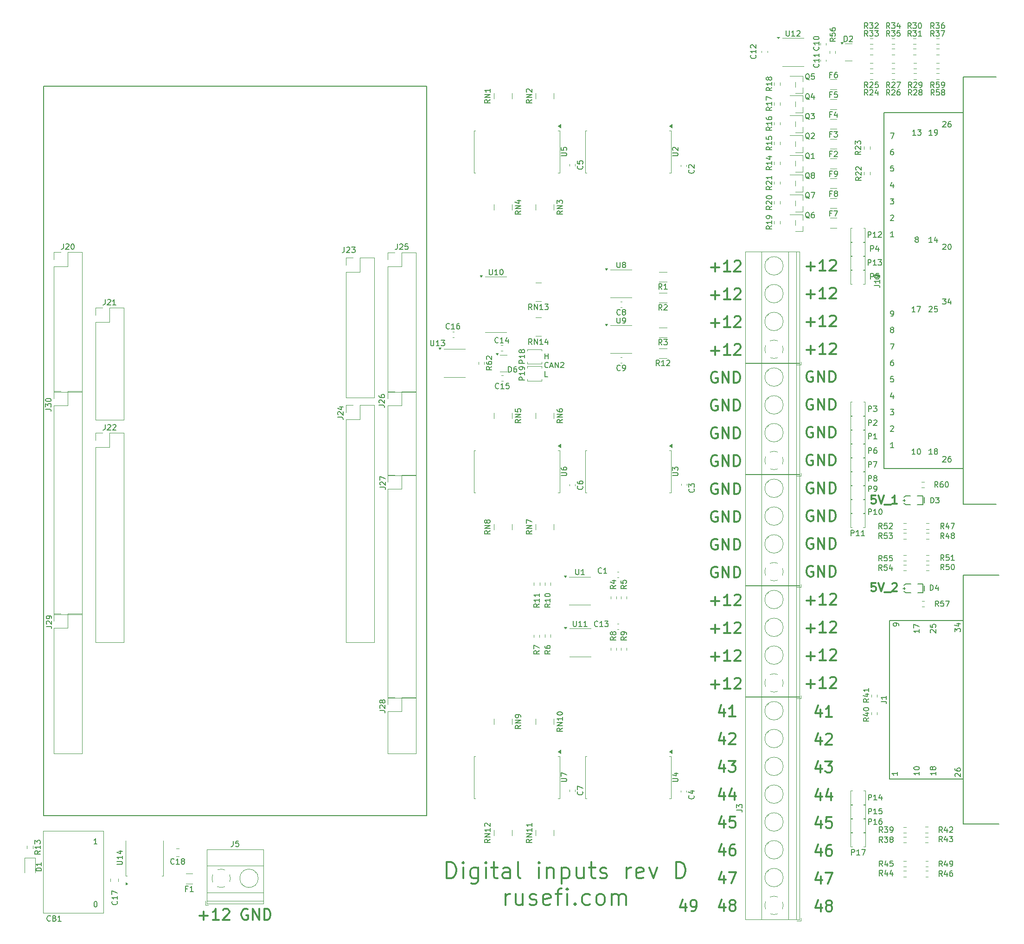
<source format=gto>
G04 #@! TF.GenerationSoftware,KiCad,Pcbnew,8.0.6-8.0.6-0~ubuntu22.04.1*
G04 #@! TF.CreationDate,2024-10-19T22:55:00+00:00*
G04 #@! TF.ProjectId,digital_inputs,64696769-7461-46c5-9f69-6e707574732e,D*
G04 #@! TF.SameCoordinates,PX791ddc0PYca2dd00*
G04 #@! TF.FileFunction,Legend,Top*
G04 #@! TF.FilePolarity,Positive*
%FSLAX46Y46*%
G04 Gerber Fmt 4.6, Leading zero omitted, Abs format (unit mm)*
G04 Created by KiCad (PCBNEW 8.0.6-8.0.6-0~ubuntu22.04.1) date 2024-10-19 22:55:00*
%MOMM*%
%LPD*%
G01*
G04 APERTURE LIST*
%ADD10C,0.150000*%
%ADD11C,0.300000*%
%ADD12C,0.120000*%
%ADD13C,0.127000*%
%ADD14C,0.200000*%
G04 APERTURE END LIST*
D10*
X7600000Y152900000D02*
X77500000Y152900000D01*
X77500000Y19600000D01*
X7600000Y19600000D01*
X7600000Y152900000D01*
D11*
X147986190Y100735124D02*
X147795714Y100830362D01*
X147795714Y100830362D02*
X147510000Y100830362D01*
X147510000Y100830362D02*
X147224285Y100735124D01*
X147224285Y100735124D02*
X147033809Y100544648D01*
X147033809Y100544648D02*
X146938571Y100354172D01*
X146938571Y100354172D02*
X146843333Y99973220D01*
X146843333Y99973220D02*
X146843333Y99687505D01*
X146843333Y99687505D02*
X146938571Y99306553D01*
X146938571Y99306553D02*
X147033809Y99116077D01*
X147033809Y99116077D02*
X147224285Y98925600D01*
X147224285Y98925600D02*
X147510000Y98830362D01*
X147510000Y98830362D02*
X147700476Y98830362D01*
X147700476Y98830362D02*
X147986190Y98925600D01*
X147986190Y98925600D02*
X148081428Y99020839D01*
X148081428Y99020839D02*
X148081428Y99687505D01*
X148081428Y99687505D02*
X147700476Y99687505D01*
X148938571Y98830362D02*
X148938571Y100830362D01*
X148938571Y100830362D02*
X150081428Y98830362D01*
X150081428Y98830362D02*
X150081428Y100830362D01*
X151033809Y98830362D02*
X151033809Y100830362D01*
X151033809Y100830362D02*
X151509999Y100830362D01*
X151509999Y100830362D02*
X151795714Y100735124D01*
X151795714Y100735124D02*
X151986190Y100544648D01*
X151986190Y100544648D02*
X152081428Y100354172D01*
X152081428Y100354172D02*
X152176666Y99973220D01*
X152176666Y99973220D02*
X152176666Y99687505D01*
X152176666Y99687505D02*
X152081428Y99306553D01*
X152081428Y99306553D02*
X151986190Y99116077D01*
X151986190Y99116077D02*
X151795714Y98925600D01*
X151795714Y98925600D02*
X151509999Y98830362D01*
X151509999Y98830362D02*
X151033809Y98830362D01*
X146868333Y48772267D02*
X148392143Y48772267D01*
X147630238Y48010362D02*
X147630238Y49534172D01*
X150392142Y48010362D02*
X149249285Y48010362D01*
X149820713Y48010362D02*
X149820713Y50010362D01*
X149820713Y50010362D02*
X149630237Y49724648D01*
X149630237Y49724648D02*
X149439761Y49534172D01*
X149439761Y49534172D02*
X149249285Y49438934D01*
X151154047Y49819886D02*
X151249285Y49915124D01*
X151249285Y49915124D02*
X151439761Y50010362D01*
X151439761Y50010362D02*
X151915952Y50010362D01*
X151915952Y50010362D02*
X152106428Y49915124D01*
X152106428Y49915124D02*
X152201666Y49819886D01*
X152201666Y49819886D02*
X152296904Y49629410D01*
X152296904Y49629410D02*
X152296904Y49438934D01*
X152296904Y49438934D02*
X152201666Y49153220D01*
X152201666Y49153220D02*
X151058809Y48010362D01*
X151058809Y48010362D02*
X152296904Y48010362D01*
X36073333Y1337267D02*
X37597143Y1337267D01*
X36835238Y575362D02*
X36835238Y2099172D01*
X39597142Y575362D02*
X38454285Y575362D01*
X39025713Y575362D02*
X39025713Y2575362D01*
X39025713Y2575362D02*
X38835237Y2289648D01*
X38835237Y2289648D02*
X38644761Y2099172D01*
X38644761Y2099172D02*
X38454285Y2003934D01*
X40359047Y2384886D02*
X40454285Y2480124D01*
X40454285Y2480124D02*
X40644761Y2575362D01*
X40644761Y2575362D02*
X41120952Y2575362D01*
X41120952Y2575362D02*
X41311428Y2480124D01*
X41311428Y2480124D02*
X41406666Y2384886D01*
X41406666Y2384886D02*
X41501904Y2194410D01*
X41501904Y2194410D02*
X41501904Y2003934D01*
X41501904Y2003934D02*
X41406666Y1718220D01*
X41406666Y1718220D02*
X40263809Y575362D01*
X40263809Y575362D02*
X41501904Y575362D01*
X149428571Y39023696D02*
X149428571Y37690362D01*
X148952380Y39785600D02*
X148476190Y38357029D01*
X148476190Y38357029D02*
X149714285Y38357029D01*
X151523809Y37690362D02*
X150380952Y37690362D01*
X150952380Y37690362D02*
X150952380Y39690362D01*
X150952380Y39690362D02*
X150761904Y39404648D01*
X150761904Y39404648D02*
X150571428Y39214172D01*
X150571428Y39214172D02*
X150380952Y39118934D01*
X130581190Y65020124D02*
X130390714Y65115362D01*
X130390714Y65115362D02*
X130105000Y65115362D01*
X130105000Y65115362D02*
X129819285Y65020124D01*
X129819285Y65020124D02*
X129628809Y64829648D01*
X129628809Y64829648D02*
X129533571Y64639172D01*
X129533571Y64639172D02*
X129438333Y64258220D01*
X129438333Y64258220D02*
X129438333Y63972505D01*
X129438333Y63972505D02*
X129533571Y63591553D01*
X129533571Y63591553D02*
X129628809Y63401077D01*
X129628809Y63401077D02*
X129819285Y63210600D01*
X129819285Y63210600D02*
X130105000Y63115362D01*
X130105000Y63115362D02*
X130295476Y63115362D01*
X130295476Y63115362D02*
X130581190Y63210600D01*
X130581190Y63210600D02*
X130676428Y63305839D01*
X130676428Y63305839D02*
X130676428Y63972505D01*
X130676428Y63972505D02*
X130295476Y63972505D01*
X131533571Y63115362D02*
X131533571Y65115362D01*
X131533571Y65115362D02*
X132676428Y63115362D01*
X132676428Y63115362D02*
X132676428Y65115362D01*
X133628809Y63115362D02*
X133628809Y65115362D01*
X133628809Y65115362D02*
X134104999Y65115362D01*
X134104999Y65115362D02*
X134390714Y65020124D01*
X134390714Y65020124D02*
X134581190Y64829648D01*
X134581190Y64829648D02*
X134676428Y64639172D01*
X134676428Y64639172D02*
X134771666Y64258220D01*
X134771666Y64258220D02*
X134771666Y63972505D01*
X134771666Y63972505D02*
X134676428Y63591553D01*
X134676428Y63591553D02*
X134581190Y63401077D01*
X134581190Y63401077D02*
X134390714Y63210600D01*
X134390714Y63210600D02*
X134104999Y63115362D01*
X134104999Y63115362D02*
X133628809Y63115362D01*
X159468796Y78099172D02*
X158754510Y78099172D01*
X158754510Y78099172D02*
X158683082Y77384886D01*
X158683082Y77384886D02*
X158754510Y77456315D01*
X158754510Y77456315D02*
X158897368Y77527743D01*
X158897368Y77527743D02*
X159254510Y77527743D01*
X159254510Y77527743D02*
X159397368Y77456315D01*
X159397368Y77456315D02*
X159468796Y77384886D01*
X159468796Y77384886D02*
X159540225Y77242029D01*
X159540225Y77242029D02*
X159540225Y76884886D01*
X159540225Y76884886D02*
X159468796Y76742029D01*
X159468796Y76742029D02*
X159397368Y76670600D01*
X159397368Y76670600D02*
X159254510Y76599172D01*
X159254510Y76599172D02*
X158897368Y76599172D01*
X158897368Y76599172D02*
X158754510Y76670600D01*
X158754510Y76670600D02*
X158683082Y76742029D01*
X159968796Y78099172D02*
X160468796Y76599172D01*
X160468796Y76599172D02*
X160968796Y78099172D01*
X161111653Y76456315D02*
X162254510Y76456315D01*
X163397367Y76599172D02*
X162540224Y76599172D01*
X162968795Y76599172D02*
X162968795Y78099172D01*
X162968795Y78099172D02*
X162825938Y77884886D01*
X162825938Y77884886D02*
X162683081Y77742029D01*
X162683081Y77742029D02*
X162540224Y77670600D01*
X149453571Y13603696D02*
X149453571Y12270362D01*
X148977380Y14365600D02*
X148501190Y12937029D01*
X148501190Y12937029D02*
X149739285Y12937029D01*
X151358333Y14270362D02*
X150977380Y14270362D01*
X150977380Y14270362D02*
X150786904Y14175124D01*
X150786904Y14175124D02*
X150691666Y14079886D01*
X150691666Y14079886D02*
X150501190Y13794172D01*
X150501190Y13794172D02*
X150405952Y13413220D01*
X150405952Y13413220D02*
X150405952Y12651315D01*
X150405952Y12651315D02*
X150501190Y12460839D01*
X150501190Y12460839D02*
X150596428Y12365600D01*
X150596428Y12365600D02*
X150786904Y12270362D01*
X150786904Y12270362D02*
X151167857Y12270362D01*
X151167857Y12270362D02*
X151358333Y12365600D01*
X151358333Y12365600D02*
X151453571Y12460839D01*
X151453571Y12460839D02*
X151548809Y12651315D01*
X151548809Y12651315D02*
X151548809Y13127505D01*
X151548809Y13127505D02*
X151453571Y13317981D01*
X151453571Y13317981D02*
X151358333Y13413220D01*
X151358333Y13413220D02*
X151167857Y13508458D01*
X151167857Y13508458D02*
X150786904Y13508458D01*
X150786904Y13508458D02*
X150596428Y13413220D01*
X150596428Y13413220D02*
X150501190Y13317981D01*
X150501190Y13317981D02*
X150405952Y13127505D01*
X130581190Y80260124D02*
X130390714Y80355362D01*
X130390714Y80355362D02*
X130105000Y80355362D01*
X130105000Y80355362D02*
X129819285Y80260124D01*
X129819285Y80260124D02*
X129628809Y80069648D01*
X129628809Y80069648D02*
X129533571Y79879172D01*
X129533571Y79879172D02*
X129438333Y79498220D01*
X129438333Y79498220D02*
X129438333Y79212505D01*
X129438333Y79212505D02*
X129533571Y78831553D01*
X129533571Y78831553D02*
X129628809Y78641077D01*
X129628809Y78641077D02*
X129819285Y78450600D01*
X129819285Y78450600D02*
X130105000Y78355362D01*
X130105000Y78355362D02*
X130295476Y78355362D01*
X130295476Y78355362D02*
X130581190Y78450600D01*
X130581190Y78450600D02*
X130676428Y78545839D01*
X130676428Y78545839D02*
X130676428Y79212505D01*
X130676428Y79212505D02*
X130295476Y79212505D01*
X131533571Y78355362D02*
X131533571Y80355362D01*
X131533571Y80355362D02*
X132676428Y78355362D01*
X132676428Y78355362D02*
X132676428Y80355362D01*
X133628809Y78355362D02*
X133628809Y80355362D01*
X133628809Y80355362D02*
X134104999Y80355362D01*
X134104999Y80355362D02*
X134390714Y80260124D01*
X134390714Y80260124D02*
X134581190Y80069648D01*
X134581190Y80069648D02*
X134676428Y79879172D01*
X134676428Y79879172D02*
X134771666Y79498220D01*
X134771666Y79498220D02*
X134771666Y79212505D01*
X134771666Y79212505D02*
X134676428Y78831553D01*
X134676428Y78831553D02*
X134581190Y78641077D01*
X134581190Y78641077D02*
X134390714Y78450600D01*
X134390714Y78450600D02*
X134104999Y78355362D01*
X134104999Y78355362D02*
X133628809Y78355362D01*
X159468796Y62099172D02*
X158754510Y62099172D01*
X158754510Y62099172D02*
X158683082Y61384886D01*
X158683082Y61384886D02*
X158754510Y61456315D01*
X158754510Y61456315D02*
X158897368Y61527743D01*
X158897368Y61527743D02*
X159254510Y61527743D01*
X159254510Y61527743D02*
X159397368Y61456315D01*
X159397368Y61456315D02*
X159468796Y61384886D01*
X159468796Y61384886D02*
X159540225Y61242029D01*
X159540225Y61242029D02*
X159540225Y60884886D01*
X159540225Y60884886D02*
X159468796Y60742029D01*
X159468796Y60742029D02*
X159397368Y60670600D01*
X159397368Y60670600D02*
X159254510Y60599172D01*
X159254510Y60599172D02*
X158897368Y60599172D01*
X158897368Y60599172D02*
X158754510Y60670600D01*
X158754510Y60670600D02*
X158683082Y60742029D01*
X159968796Y62099172D02*
X160468796Y60599172D01*
X160468796Y60599172D02*
X160968796Y62099172D01*
X161111653Y60456315D02*
X162254510Y60456315D01*
X162540224Y61956315D02*
X162611652Y62027743D01*
X162611652Y62027743D02*
X162754510Y62099172D01*
X162754510Y62099172D02*
X163111652Y62099172D01*
X163111652Y62099172D02*
X163254510Y62027743D01*
X163254510Y62027743D02*
X163325938Y61956315D01*
X163325938Y61956315D02*
X163397367Y61813458D01*
X163397367Y61813458D02*
X163397367Y61670600D01*
X163397367Y61670600D02*
X163325938Y61456315D01*
X163325938Y61456315D02*
X162468795Y60599172D01*
X162468795Y60599172D02*
X163397367Y60599172D01*
X146868333Y43692267D02*
X148392143Y43692267D01*
X147630238Y42930362D02*
X147630238Y44454172D01*
X150392142Y42930362D02*
X149249285Y42930362D01*
X149820713Y42930362D02*
X149820713Y44930362D01*
X149820713Y44930362D02*
X149630237Y44644648D01*
X149630237Y44644648D02*
X149439761Y44454172D01*
X149439761Y44454172D02*
X149249285Y44358934D01*
X151154047Y44739886D02*
X151249285Y44835124D01*
X151249285Y44835124D02*
X151439761Y44930362D01*
X151439761Y44930362D02*
X151915952Y44930362D01*
X151915952Y44930362D02*
X152106428Y44835124D01*
X152106428Y44835124D02*
X152201666Y44739886D01*
X152201666Y44739886D02*
X152296904Y44549410D01*
X152296904Y44549410D02*
X152296904Y44358934D01*
X152296904Y44358934D02*
X152201666Y44073220D01*
X152201666Y44073220D02*
X151058809Y42930362D01*
X151058809Y42930362D02*
X152296904Y42930362D01*
X147986190Y95655124D02*
X147795714Y95750362D01*
X147795714Y95750362D02*
X147510000Y95750362D01*
X147510000Y95750362D02*
X147224285Y95655124D01*
X147224285Y95655124D02*
X147033809Y95464648D01*
X147033809Y95464648D02*
X146938571Y95274172D01*
X146938571Y95274172D02*
X146843333Y94893220D01*
X146843333Y94893220D02*
X146843333Y94607505D01*
X146843333Y94607505D02*
X146938571Y94226553D01*
X146938571Y94226553D02*
X147033809Y94036077D01*
X147033809Y94036077D02*
X147224285Y93845600D01*
X147224285Y93845600D02*
X147510000Y93750362D01*
X147510000Y93750362D02*
X147700476Y93750362D01*
X147700476Y93750362D02*
X147986190Y93845600D01*
X147986190Y93845600D02*
X148081428Y93940839D01*
X148081428Y93940839D02*
X148081428Y94607505D01*
X148081428Y94607505D02*
X147700476Y94607505D01*
X148938571Y93750362D02*
X148938571Y95750362D01*
X148938571Y95750362D02*
X150081428Y93750362D01*
X150081428Y93750362D02*
X150081428Y95750362D01*
X151033809Y93750362D02*
X151033809Y95750362D01*
X151033809Y95750362D02*
X151509999Y95750362D01*
X151509999Y95750362D02*
X151795714Y95655124D01*
X151795714Y95655124D02*
X151986190Y95464648D01*
X151986190Y95464648D02*
X152081428Y95274172D01*
X152081428Y95274172D02*
X152176666Y94893220D01*
X152176666Y94893220D02*
X152176666Y94607505D01*
X152176666Y94607505D02*
X152081428Y94226553D01*
X152081428Y94226553D02*
X151986190Y94036077D01*
X151986190Y94036077D02*
X151795714Y93845600D01*
X151795714Y93845600D02*
X151509999Y93750362D01*
X151509999Y93750362D02*
X151033809Y93750362D01*
X129413333Y119777267D02*
X130937143Y119777267D01*
X130175238Y119015362D02*
X130175238Y120539172D01*
X132937142Y119015362D02*
X131794285Y119015362D01*
X132365713Y119015362D02*
X132365713Y121015362D01*
X132365713Y121015362D02*
X132175237Y120729648D01*
X132175237Y120729648D02*
X131984761Y120539172D01*
X131984761Y120539172D02*
X131794285Y120443934D01*
X133699047Y120824886D02*
X133794285Y120920124D01*
X133794285Y120920124D02*
X133984761Y121015362D01*
X133984761Y121015362D02*
X134460952Y121015362D01*
X134460952Y121015362D02*
X134651428Y120920124D01*
X134651428Y120920124D02*
X134746666Y120824886D01*
X134746666Y120824886D02*
X134841904Y120634410D01*
X134841904Y120634410D02*
X134841904Y120443934D01*
X134841904Y120443934D02*
X134746666Y120158220D01*
X134746666Y120158220D02*
X133603809Y119015362D01*
X133603809Y119015362D02*
X134841904Y119015362D01*
X148011190Y65155124D02*
X147820714Y65250362D01*
X147820714Y65250362D02*
X147535000Y65250362D01*
X147535000Y65250362D02*
X147249285Y65155124D01*
X147249285Y65155124D02*
X147058809Y64964648D01*
X147058809Y64964648D02*
X146963571Y64774172D01*
X146963571Y64774172D02*
X146868333Y64393220D01*
X146868333Y64393220D02*
X146868333Y64107505D01*
X146868333Y64107505D02*
X146963571Y63726553D01*
X146963571Y63726553D02*
X147058809Y63536077D01*
X147058809Y63536077D02*
X147249285Y63345600D01*
X147249285Y63345600D02*
X147535000Y63250362D01*
X147535000Y63250362D02*
X147725476Y63250362D01*
X147725476Y63250362D02*
X148011190Y63345600D01*
X148011190Y63345600D02*
X148106428Y63440839D01*
X148106428Y63440839D02*
X148106428Y64107505D01*
X148106428Y64107505D02*
X147725476Y64107505D01*
X148963571Y63250362D02*
X148963571Y65250362D01*
X148963571Y65250362D02*
X150106428Y63250362D01*
X150106428Y63250362D02*
X150106428Y65250362D01*
X151058809Y63250362D02*
X151058809Y65250362D01*
X151058809Y65250362D02*
X151534999Y65250362D01*
X151534999Y65250362D02*
X151820714Y65155124D01*
X151820714Y65155124D02*
X152011190Y64964648D01*
X152011190Y64964648D02*
X152106428Y64774172D01*
X152106428Y64774172D02*
X152201666Y64393220D01*
X152201666Y64393220D02*
X152201666Y64107505D01*
X152201666Y64107505D02*
X152106428Y63726553D01*
X152106428Y63726553D02*
X152011190Y63536077D01*
X152011190Y63536077D02*
X151820714Y63345600D01*
X151820714Y63345600D02*
X151534999Y63250362D01*
X151534999Y63250362D02*
X151058809Y63250362D01*
X149428571Y28863696D02*
X149428571Y27530362D01*
X148952380Y29625600D02*
X148476190Y28197029D01*
X148476190Y28197029D02*
X149714285Y28197029D01*
X150285714Y29530362D02*
X151523809Y29530362D01*
X151523809Y29530362D02*
X150857142Y28768458D01*
X150857142Y28768458D02*
X151142857Y28768458D01*
X151142857Y28768458D02*
X151333333Y28673220D01*
X151333333Y28673220D02*
X151428571Y28577981D01*
X151428571Y28577981D02*
X151523809Y28387505D01*
X151523809Y28387505D02*
X151523809Y27911315D01*
X151523809Y27911315D02*
X151428571Y27720839D01*
X151428571Y27720839D02*
X151333333Y27625600D01*
X151333333Y27625600D02*
X151142857Y27530362D01*
X151142857Y27530362D02*
X150571428Y27530362D01*
X150571428Y27530362D02*
X150380952Y27625600D01*
X150380952Y27625600D02*
X150285714Y27720839D01*
X130556190Y95520124D02*
X130365714Y95615362D01*
X130365714Y95615362D02*
X130080000Y95615362D01*
X130080000Y95615362D02*
X129794285Y95520124D01*
X129794285Y95520124D02*
X129603809Y95329648D01*
X129603809Y95329648D02*
X129508571Y95139172D01*
X129508571Y95139172D02*
X129413333Y94758220D01*
X129413333Y94758220D02*
X129413333Y94472505D01*
X129413333Y94472505D02*
X129508571Y94091553D01*
X129508571Y94091553D02*
X129603809Y93901077D01*
X129603809Y93901077D02*
X129794285Y93710600D01*
X129794285Y93710600D02*
X130080000Y93615362D01*
X130080000Y93615362D02*
X130270476Y93615362D01*
X130270476Y93615362D02*
X130556190Y93710600D01*
X130556190Y93710600D02*
X130651428Y93805839D01*
X130651428Y93805839D02*
X130651428Y94472505D01*
X130651428Y94472505D02*
X130270476Y94472505D01*
X131508571Y93615362D02*
X131508571Y95615362D01*
X131508571Y95615362D02*
X132651428Y93615362D01*
X132651428Y93615362D02*
X132651428Y95615362D01*
X133603809Y93615362D02*
X133603809Y95615362D01*
X133603809Y95615362D02*
X134079999Y95615362D01*
X134079999Y95615362D02*
X134365714Y95520124D01*
X134365714Y95520124D02*
X134556190Y95329648D01*
X134556190Y95329648D02*
X134651428Y95139172D01*
X134651428Y95139172D02*
X134746666Y94758220D01*
X134746666Y94758220D02*
X134746666Y94472505D01*
X134746666Y94472505D02*
X134651428Y94091553D01*
X134651428Y94091553D02*
X134556190Y93901077D01*
X134556190Y93901077D02*
X134365714Y93710600D01*
X134365714Y93710600D02*
X134079999Y93615362D01*
X134079999Y93615362D02*
X133603809Y93615362D01*
X131803571Y39103696D02*
X131803571Y37770362D01*
X131327380Y39865600D02*
X130851190Y38437029D01*
X130851190Y38437029D02*
X132089285Y38437029D01*
X133898809Y37770362D02*
X132755952Y37770362D01*
X133327380Y37770362D02*
X133327380Y39770362D01*
X133327380Y39770362D02*
X133136904Y39484648D01*
X133136904Y39484648D02*
X132946428Y39294172D01*
X132946428Y39294172D02*
X132755952Y39198934D01*
X148011190Y75315124D02*
X147820714Y75410362D01*
X147820714Y75410362D02*
X147535000Y75410362D01*
X147535000Y75410362D02*
X147249285Y75315124D01*
X147249285Y75315124D02*
X147058809Y75124648D01*
X147058809Y75124648D02*
X146963571Y74934172D01*
X146963571Y74934172D02*
X146868333Y74553220D01*
X146868333Y74553220D02*
X146868333Y74267505D01*
X146868333Y74267505D02*
X146963571Y73886553D01*
X146963571Y73886553D02*
X147058809Y73696077D01*
X147058809Y73696077D02*
X147249285Y73505600D01*
X147249285Y73505600D02*
X147535000Y73410362D01*
X147535000Y73410362D02*
X147725476Y73410362D01*
X147725476Y73410362D02*
X148011190Y73505600D01*
X148011190Y73505600D02*
X148106428Y73600839D01*
X148106428Y73600839D02*
X148106428Y74267505D01*
X148106428Y74267505D02*
X147725476Y74267505D01*
X148963571Y73410362D02*
X148963571Y75410362D01*
X148963571Y75410362D02*
X150106428Y73410362D01*
X150106428Y73410362D02*
X150106428Y75410362D01*
X151058809Y73410362D02*
X151058809Y75410362D01*
X151058809Y75410362D02*
X151534999Y75410362D01*
X151534999Y75410362D02*
X151820714Y75315124D01*
X151820714Y75315124D02*
X152011190Y75124648D01*
X152011190Y75124648D02*
X152106428Y74934172D01*
X152106428Y74934172D02*
X152201666Y74553220D01*
X152201666Y74553220D02*
X152201666Y74267505D01*
X152201666Y74267505D02*
X152106428Y73886553D01*
X152106428Y73886553D02*
X152011190Y73696077D01*
X152011190Y73696077D02*
X151820714Y73505600D01*
X151820714Y73505600D02*
X151534999Y73410362D01*
X151534999Y73410362D02*
X151058809Y73410362D01*
X44836190Y2480124D02*
X44645714Y2575362D01*
X44645714Y2575362D02*
X44360000Y2575362D01*
X44360000Y2575362D02*
X44074285Y2480124D01*
X44074285Y2480124D02*
X43883809Y2289648D01*
X43883809Y2289648D02*
X43788571Y2099172D01*
X43788571Y2099172D02*
X43693333Y1718220D01*
X43693333Y1718220D02*
X43693333Y1432505D01*
X43693333Y1432505D02*
X43788571Y1051553D01*
X43788571Y1051553D02*
X43883809Y861077D01*
X43883809Y861077D02*
X44074285Y670600D01*
X44074285Y670600D02*
X44360000Y575362D01*
X44360000Y575362D02*
X44550476Y575362D01*
X44550476Y575362D02*
X44836190Y670600D01*
X44836190Y670600D02*
X44931428Y765839D01*
X44931428Y765839D02*
X44931428Y1432505D01*
X44931428Y1432505D02*
X44550476Y1432505D01*
X45788571Y575362D02*
X45788571Y2575362D01*
X45788571Y2575362D02*
X46931428Y575362D01*
X46931428Y575362D02*
X46931428Y2575362D01*
X47883809Y575362D02*
X47883809Y2575362D01*
X47883809Y2575362D02*
X48359999Y2575362D01*
X48359999Y2575362D02*
X48645714Y2480124D01*
X48645714Y2480124D02*
X48836190Y2289648D01*
X48836190Y2289648D02*
X48931428Y2099172D01*
X48931428Y2099172D02*
X49026666Y1718220D01*
X49026666Y1718220D02*
X49026666Y1432505D01*
X49026666Y1432505D02*
X48931428Y1051553D01*
X48931428Y1051553D02*
X48836190Y861077D01*
X48836190Y861077D02*
X48645714Y670600D01*
X48645714Y670600D02*
X48359999Y575362D01*
X48359999Y575362D02*
X47883809Y575362D01*
X146868333Y53852267D02*
X148392143Y53852267D01*
X147630238Y53090362D02*
X147630238Y54614172D01*
X150392142Y53090362D02*
X149249285Y53090362D01*
X149820713Y53090362D02*
X149820713Y55090362D01*
X149820713Y55090362D02*
X149630237Y54804648D01*
X149630237Y54804648D02*
X149439761Y54614172D01*
X149439761Y54614172D02*
X149249285Y54518934D01*
X151154047Y54899886D02*
X151249285Y54995124D01*
X151249285Y54995124D02*
X151439761Y55090362D01*
X151439761Y55090362D02*
X151915952Y55090362D01*
X151915952Y55090362D02*
X152106428Y54995124D01*
X152106428Y54995124D02*
X152201666Y54899886D01*
X152201666Y54899886D02*
X152296904Y54709410D01*
X152296904Y54709410D02*
X152296904Y54518934D01*
X152296904Y54518934D02*
X152201666Y54233220D01*
X152201666Y54233220D02*
X151058809Y53090362D01*
X151058809Y53090362D02*
X152296904Y53090362D01*
X131803571Y23863696D02*
X131803571Y22530362D01*
X131327380Y24625600D02*
X130851190Y23197029D01*
X130851190Y23197029D02*
X132089285Y23197029D01*
X133708333Y23863696D02*
X133708333Y22530362D01*
X133232142Y24625600D02*
X132755952Y23197029D01*
X132755952Y23197029D02*
X133994047Y23197029D01*
X149453571Y8523696D02*
X149453571Y7190362D01*
X148977380Y9285600D02*
X148501190Y7857029D01*
X148501190Y7857029D02*
X149739285Y7857029D01*
X150310714Y9190362D02*
X151644047Y9190362D01*
X151644047Y9190362D02*
X150786904Y7190362D01*
X148011190Y80395124D02*
X147820714Y80490362D01*
X147820714Y80490362D02*
X147535000Y80490362D01*
X147535000Y80490362D02*
X147249285Y80395124D01*
X147249285Y80395124D02*
X147058809Y80204648D01*
X147058809Y80204648D02*
X146963571Y80014172D01*
X146963571Y80014172D02*
X146868333Y79633220D01*
X146868333Y79633220D02*
X146868333Y79347505D01*
X146868333Y79347505D02*
X146963571Y78966553D01*
X146963571Y78966553D02*
X147058809Y78776077D01*
X147058809Y78776077D02*
X147249285Y78585600D01*
X147249285Y78585600D02*
X147535000Y78490362D01*
X147535000Y78490362D02*
X147725476Y78490362D01*
X147725476Y78490362D02*
X148011190Y78585600D01*
X148011190Y78585600D02*
X148106428Y78680839D01*
X148106428Y78680839D02*
X148106428Y79347505D01*
X148106428Y79347505D02*
X147725476Y79347505D01*
X148963571Y78490362D02*
X148963571Y80490362D01*
X148963571Y80490362D02*
X150106428Y78490362D01*
X150106428Y78490362D02*
X150106428Y80490362D01*
X151058809Y78490362D02*
X151058809Y80490362D01*
X151058809Y80490362D02*
X151534999Y80490362D01*
X151534999Y80490362D02*
X151820714Y80395124D01*
X151820714Y80395124D02*
X152011190Y80204648D01*
X152011190Y80204648D02*
X152106428Y80014172D01*
X152106428Y80014172D02*
X152201666Y79633220D01*
X152201666Y79633220D02*
X152201666Y79347505D01*
X152201666Y79347505D02*
X152106428Y78966553D01*
X152106428Y78966553D02*
X152011190Y78776077D01*
X152011190Y78776077D02*
X151820714Y78585600D01*
X151820714Y78585600D02*
X151534999Y78490362D01*
X151534999Y78490362D02*
X151058809Y78490362D01*
X130556190Y100600124D02*
X130365714Y100695362D01*
X130365714Y100695362D02*
X130080000Y100695362D01*
X130080000Y100695362D02*
X129794285Y100600124D01*
X129794285Y100600124D02*
X129603809Y100409648D01*
X129603809Y100409648D02*
X129508571Y100219172D01*
X129508571Y100219172D02*
X129413333Y99838220D01*
X129413333Y99838220D02*
X129413333Y99552505D01*
X129413333Y99552505D02*
X129508571Y99171553D01*
X129508571Y99171553D02*
X129603809Y98981077D01*
X129603809Y98981077D02*
X129794285Y98790600D01*
X129794285Y98790600D02*
X130080000Y98695362D01*
X130080000Y98695362D02*
X130270476Y98695362D01*
X130270476Y98695362D02*
X130556190Y98790600D01*
X130556190Y98790600D02*
X130651428Y98885839D01*
X130651428Y98885839D02*
X130651428Y99552505D01*
X130651428Y99552505D02*
X130270476Y99552505D01*
X131508571Y98695362D02*
X131508571Y100695362D01*
X131508571Y100695362D02*
X132651428Y98695362D01*
X132651428Y98695362D02*
X132651428Y100695362D01*
X133603809Y98695362D02*
X133603809Y100695362D01*
X133603809Y100695362D02*
X134079999Y100695362D01*
X134079999Y100695362D02*
X134365714Y100600124D01*
X134365714Y100600124D02*
X134556190Y100409648D01*
X134556190Y100409648D02*
X134651428Y100219172D01*
X134651428Y100219172D02*
X134746666Y99838220D01*
X134746666Y99838220D02*
X134746666Y99552505D01*
X134746666Y99552505D02*
X134651428Y99171553D01*
X134651428Y99171553D02*
X134556190Y98981077D01*
X134556190Y98981077D02*
X134365714Y98790600D01*
X134365714Y98790600D02*
X134079999Y98695362D01*
X134079999Y98695362D02*
X133603809Y98695362D01*
X130556190Y90440124D02*
X130365714Y90535362D01*
X130365714Y90535362D02*
X130080000Y90535362D01*
X130080000Y90535362D02*
X129794285Y90440124D01*
X129794285Y90440124D02*
X129603809Y90249648D01*
X129603809Y90249648D02*
X129508571Y90059172D01*
X129508571Y90059172D02*
X129413333Y89678220D01*
X129413333Y89678220D02*
X129413333Y89392505D01*
X129413333Y89392505D02*
X129508571Y89011553D01*
X129508571Y89011553D02*
X129603809Y88821077D01*
X129603809Y88821077D02*
X129794285Y88630600D01*
X129794285Y88630600D02*
X130080000Y88535362D01*
X130080000Y88535362D02*
X130270476Y88535362D01*
X130270476Y88535362D02*
X130556190Y88630600D01*
X130556190Y88630600D02*
X130651428Y88725839D01*
X130651428Y88725839D02*
X130651428Y89392505D01*
X130651428Y89392505D02*
X130270476Y89392505D01*
X131508571Y88535362D02*
X131508571Y90535362D01*
X131508571Y90535362D02*
X132651428Y88535362D01*
X132651428Y88535362D02*
X132651428Y90535362D01*
X133603809Y88535362D02*
X133603809Y90535362D01*
X133603809Y90535362D02*
X134079999Y90535362D01*
X134079999Y90535362D02*
X134365714Y90440124D01*
X134365714Y90440124D02*
X134556190Y90249648D01*
X134556190Y90249648D02*
X134651428Y90059172D01*
X134651428Y90059172D02*
X134746666Y89678220D01*
X134746666Y89678220D02*
X134746666Y89392505D01*
X134746666Y89392505D02*
X134651428Y89011553D01*
X134651428Y89011553D02*
X134556190Y88821077D01*
X134556190Y88821077D02*
X134365714Y88630600D01*
X134365714Y88630600D02*
X134079999Y88535362D01*
X134079999Y88535362D02*
X133603809Y88535362D01*
X131803571Y28943696D02*
X131803571Y27610362D01*
X131327380Y29705600D02*
X130851190Y28277029D01*
X130851190Y28277029D02*
X132089285Y28277029D01*
X132660714Y29610362D02*
X133898809Y29610362D01*
X133898809Y29610362D02*
X133232142Y28848458D01*
X133232142Y28848458D02*
X133517857Y28848458D01*
X133517857Y28848458D02*
X133708333Y28753220D01*
X133708333Y28753220D02*
X133803571Y28657981D01*
X133803571Y28657981D02*
X133898809Y28467505D01*
X133898809Y28467505D02*
X133898809Y27991315D01*
X133898809Y27991315D02*
X133803571Y27800839D01*
X133803571Y27800839D02*
X133708333Y27705600D01*
X133708333Y27705600D02*
X133517857Y27610362D01*
X133517857Y27610362D02*
X132946428Y27610362D01*
X132946428Y27610362D02*
X132755952Y27705600D01*
X132755952Y27705600D02*
X132660714Y27800839D01*
X146843333Y114832267D02*
X148367143Y114832267D01*
X147605238Y114070362D02*
X147605238Y115594172D01*
X150367142Y114070362D02*
X149224285Y114070362D01*
X149795713Y114070362D02*
X149795713Y116070362D01*
X149795713Y116070362D02*
X149605237Y115784648D01*
X149605237Y115784648D02*
X149414761Y115594172D01*
X149414761Y115594172D02*
X149224285Y115498934D01*
X151129047Y115879886D02*
X151224285Y115975124D01*
X151224285Y115975124D02*
X151414761Y116070362D01*
X151414761Y116070362D02*
X151890952Y116070362D01*
X151890952Y116070362D02*
X152081428Y115975124D01*
X152081428Y115975124D02*
X152176666Y115879886D01*
X152176666Y115879886D02*
X152271904Y115689410D01*
X152271904Y115689410D02*
X152271904Y115498934D01*
X152271904Y115498934D02*
X152176666Y115213220D01*
X152176666Y115213220D02*
X151033809Y114070362D01*
X151033809Y114070362D02*
X152271904Y114070362D01*
X147986190Y90575124D02*
X147795714Y90670362D01*
X147795714Y90670362D02*
X147510000Y90670362D01*
X147510000Y90670362D02*
X147224285Y90575124D01*
X147224285Y90575124D02*
X147033809Y90384648D01*
X147033809Y90384648D02*
X146938571Y90194172D01*
X146938571Y90194172D02*
X146843333Y89813220D01*
X146843333Y89813220D02*
X146843333Y89527505D01*
X146843333Y89527505D02*
X146938571Y89146553D01*
X146938571Y89146553D02*
X147033809Y88956077D01*
X147033809Y88956077D02*
X147224285Y88765600D01*
X147224285Y88765600D02*
X147510000Y88670362D01*
X147510000Y88670362D02*
X147700476Y88670362D01*
X147700476Y88670362D02*
X147986190Y88765600D01*
X147986190Y88765600D02*
X148081428Y88860839D01*
X148081428Y88860839D02*
X148081428Y89527505D01*
X148081428Y89527505D02*
X147700476Y89527505D01*
X148938571Y88670362D02*
X148938571Y90670362D01*
X148938571Y90670362D02*
X150081428Y88670362D01*
X150081428Y88670362D02*
X150081428Y90670362D01*
X151033809Y88670362D02*
X151033809Y90670362D01*
X151033809Y90670362D02*
X151509999Y90670362D01*
X151509999Y90670362D02*
X151795714Y90575124D01*
X151795714Y90575124D02*
X151986190Y90384648D01*
X151986190Y90384648D02*
X152081428Y90194172D01*
X152081428Y90194172D02*
X152176666Y89813220D01*
X152176666Y89813220D02*
X152176666Y89527505D01*
X152176666Y89527505D02*
X152081428Y89146553D01*
X152081428Y89146553D02*
X151986190Y88956077D01*
X151986190Y88956077D02*
X151795714Y88765600D01*
X151795714Y88765600D02*
X151509999Y88670362D01*
X151509999Y88670362D02*
X151033809Y88670362D01*
X129438333Y58797267D02*
X130962143Y58797267D01*
X130200238Y58035362D02*
X130200238Y59559172D01*
X132962142Y58035362D02*
X131819285Y58035362D01*
X132390713Y58035362D02*
X132390713Y60035362D01*
X132390713Y60035362D02*
X132200237Y59749648D01*
X132200237Y59749648D02*
X132009761Y59559172D01*
X132009761Y59559172D02*
X131819285Y59463934D01*
X133724047Y59844886D02*
X133819285Y59940124D01*
X133819285Y59940124D02*
X134009761Y60035362D01*
X134009761Y60035362D02*
X134485952Y60035362D01*
X134485952Y60035362D02*
X134676428Y59940124D01*
X134676428Y59940124D02*
X134771666Y59844886D01*
X134771666Y59844886D02*
X134866904Y59654410D01*
X134866904Y59654410D02*
X134866904Y59463934D01*
X134866904Y59463934D02*
X134771666Y59178220D01*
X134771666Y59178220D02*
X133628809Y58035362D01*
X133628809Y58035362D02*
X134866904Y58035362D01*
X149453571Y3443696D02*
X149453571Y2110362D01*
X148977380Y4205600D02*
X148501190Y2777029D01*
X148501190Y2777029D02*
X149739285Y2777029D01*
X150786904Y3253220D02*
X150596428Y3348458D01*
X150596428Y3348458D02*
X150501190Y3443696D01*
X150501190Y3443696D02*
X150405952Y3634172D01*
X150405952Y3634172D02*
X150405952Y3729410D01*
X150405952Y3729410D02*
X150501190Y3919886D01*
X150501190Y3919886D02*
X150596428Y4015124D01*
X150596428Y4015124D02*
X150786904Y4110362D01*
X150786904Y4110362D02*
X151167857Y4110362D01*
X151167857Y4110362D02*
X151358333Y4015124D01*
X151358333Y4015124D02*
X151453571Y3919886D01*
X151453571Y3919886D02*
X151548809Y3729410D01*
X151548809Y3729410D02*
X151548809Y3634172D01*
X151548809Y3634172D02*
X151453571Y3443696D01*
X151453571Y3443696D02*
X151358333Y3348458D01*
X151358333Y3348458D02*
X151167857Y3253220D01*
X151167857Y3253220D02*
X150786904Y3253220D01*
X150786904Y3253220D02*
X150596428Y3157981D01*
X150596428Y3157981D02*
X150501190Y3062743D01*
X150501190Y3062743D02*
X150405952Y2872267D01*
X150405952Y2872267D02*
X150405952Y2491315D01*
X150405952Y2491315D02*
X150501190Y2300839D01*
X150501190Y2300839D02*
X150596428Y2205600D01*
X150596428Y2205600D02*
X150786904Y2110362D01*
X150786904Y2110362D02*
X151167857Y2110362D01*
X151167857Y2110362D02*
X151358333Y2205600D01*
X151358333Y2205600D02*
X151453571Y2300839D01*
X151453571Y2300839D02*
X151548809Y2491315D01*
X151548809Y2491315D02*
X151548809Y2872267D01*
X151548809Y2872267D02*
X151453571Y3062743D01*
X151453571Y3062743D02*
X151358333Y3157981D01*
X151358333Y3157981D02*
X151167857Y3253220D01*
X131828571Y8603696D02*
X131828571Y7270362D01*
X131352380Y9365600D02*
X130876190Y7937029D01*
X130876190Y7937029D02*
X132114285Y7937029D01*
X132685714Y9270362D02*
X134019047Y9270362D01*
X134019047Y9270362D02*
X133161904Y7270362D01*
X81185714Y8142659D02*
X81185714Y11142659D01*
X81185714Y11142659D02*
X81900000Y11142659D01*
X81900000Y11142659D02*
X82328571Y10999802D01*
X82328571Y10999802D02*
X82614286Y10714088D01*
X82614286Y10714088D02*
X82757143Y10428374D01*
X82757143Y10428374D02*
X82900000Y9856945D01*
X82900000Y9856945D02*
X82900000Y9428374D01*
X82900000Y9428374D02*
X82757143Y8856945D01*
X82757143Y8856945D02*
X82614286Y8571231D01*
X82614286Y8571231D02*
X82328571Y8285516D01*
X82328571Y8285516D02*
X81900000Y8142659D01*
X81900000Y8142659D02*
X81185714Y8142659D01*
X84185714Y8142659D02*
X84185714Y10142659D01*
X84185714Y11142659D02*
X84042857Y10999802D01*
X84042857Y10999802D02*
X84185714Y10856945D01*
X84185714Y10856945D02*
X84328571Y10999802D01*
X84328571Y10999802D02*
X84185714Y11142659D01*
X84185714Y11142659D02*
X84185714Y10856945D01*
X86900000Y10142659D02*
X86900000Y7714088D01*
X86900000Y7714088D02*
X86757142Y7428374D01*
X86757142Y7428374D02*
X86614285Y7285516D01*
X86614285Y7285516D02*
X86328571Y7142659D01*
X86328571Y7142659D02*
X85900000Y7142659D01*
X85900000Y7142659D02*
X85614285Y7285516D01*
X86900000Y8285516D02*
X86614285Y8142659D01*
X86614285Y8142659D02*
X86042857Y8142659D01*
X86042857Y8142659D02*
X85757142Y8285516D01*
X85757142Y8285516D02*
X85614285Y8428374D01*
X85614285Y8428374D02*
X85471428Y8714088D01*
X85471428Y8714088D02*
X85471428Y9571231D01*
X85471428Y9571231D02*
X85614285Y9856945D01*
X85614285Y9856945D02*
X85757142Y9999802D01*
X85757142Y9999802D02*
X86042857Y10142659D01*
X86042857Y10142659D02*
X86614285Y10142659D01*
X86614285Y10142659D02*
X86900000Y9999802D01*
X88328571Y8142659D02*
X88328571Y10142659D01*
X88328571Y11142659D02*
X88185714Y10999802D01*
X88185714Y10999802D02*
X88328571Y10856945D01*
X88328571Y10856945D02*
X88471428Y10999802D01*
X88471428Y10999802D02*
X88328571Y11142659D01*
X88328571Y11142659D02*
X88328571Y10856945D01*
X89328571Y10142659D02*
X90471428Y10142659D01*
X89757142Y11142659D02*
X89757142Y8571231D01*
X89757142Y8571231D02*
X89899999Y8285516D01*
X89899999Y8285516D02*
X90185714Y8142659D01*
X90185714Y8142659D02*
X90471428Y8142659D01*
X92757143Y8142659D02*
X92757143Y9714088D01*
X92757143Y9714088D02*
X92614285Y9999802D01*
X92614285Y9999802D02*
X92328571Y10142659D01*
X92328571Y10142659D02*
X91757143Y10142659D01*
X91757143Y10142659D02*
X91471428Y9999802D01*
X92757143Y8285516D02*
X92471428Y8142659D01*
X92471428Y8142659D02*
X91757143Y8142659D01*
X91757143Y8142659D02*
X91471428Y8285516D01*
X91471428Y8285516D02*
X91328571Y8571231D01*
X91328571Y8571231D02*
X91328571Y8856945D01*
X91328571Y8856945D02*
X91471428Y9142659D01*
X91471428Y9142659D02*
X91757143Y9285516D01*
X91757143Y9285516D02*
X92471428Y9285516D01*
X92471428Y9285516D02*
X92757143Y9428374D01*
X94614286Y8142659D02*
X94328571Y8285516D01*
X94328571Y8285516D02*
X94185714Y8571231D01*
X94185714Y8571231D02*
X94185714Y11142659D01*
X98042857Y8142659D02*
X98042857Y10142659D01*
X98042857Y11142659D02*
X97900000Y10999802D01*
X97900000Y10999802D02*
X98042857Y10856945D01*
X98042857Y10856945D02*
X98185714Y10999802D01*
X98185714Y10999802D02*
X98042857Y11142659D01*
X98042857Y11142659D02*
X98042857Y10856945D01*
X99471428Y10142659D02*
X99471428Y8142659D01*
X99471428Y9856945D02*
X99614285Y9999802D01*
X99614285Y9999802D02*
X99900000Y10142659D01*
X99900000Y10142659D02*
X100328571Y10142659D01*
X100328571Y10142659D02*
X100614285Y9999802D01*
X100614285Y9999802D02*
X100757143Y9714088D01*
X100757143Y9714088D02*
X100757143Y8142659D01*
X102185714Y10142659D02*
X102185714Y7142659D01*
X102185714Y9999802D02*
X102471429Y10142659D01*
X102471429Y10142659D02*
X103042857Y10142659D01*
X103042857Y10142659D02*
X103328571Y9999802D01*
X103328571Y9999802D02*
X103471429Y9856945D01*
X103471429Y9856945D02*
X103614286Y9571231D01*
X103614286Y9571231D02*
X103614286Y8714088D01*
X103614286Y8714088D02*
X103471429Y8428374D01*
X103471429Y8428374D02*
X103328571Y8285516D01*
X103328571Y8285516D02*
X103042857Y8142659D01*
X103042857Y8142659D02*
X102471429Y8142659D01*
X102471429Y8142659D02*
X102185714Y8285516D01*
X106185715Y10142659D02*
X106185715Y8142659D01*
X104900000Y10142659D02*
X104900000Y8571231D01*
X104900000Y8571231D02*
X105042857Y8285516D01*
X105042857Y8285516D02*
X105328572Y8142659D01*
X105328572Y8142659D02*
X105757143Y8142659D01*
X105757143Y8142659D02*
X106042857Y8285516D01*
X106042857Y8285516D02*
X106185715Y8428374D01*
X107185715Y10142659D02*
X108328572Y10142659D01*
X107614286Y11142659D02*
X107614286Y8571231D01*
X107614286Y8571231D02*
X107757143Y8285516D01*
X107757143Y8285516D02*
X108042858Y8142659D01*
X108042858Y8142659D02*
X108328572Y8142659D01*
X109185715Y8285516D02*
X109471429Y8142659D01*
X109471429Y8142659D02*
X110042858Y8142659D01*
X110042858Y8142659D02*
X110328572Y8285516D01*
X110328572Y8285516D02*
X110471429Y8571231D01*
X110471429Y8571231D02*
X110471429Y8714088D01*
X110471429Y8714088D02*
X110328572Y8999802D01*
X110328572Y8999802D02*
X110042858Y9142659D01*
X110042858Y9142659D02*
X109614287Y9142659D01*
X109614287Y9142659D02*
X109328572Y9285516D01*
X109328572Y9285516D02*
X109185715Y9571231D01*
X109185715Y9571231D02*
X109185715Y9714088D01*
X109185715Y9714088D02*
X109328572Y9999802D01*
X109328572Y9999802D02*
X109614287Y10142659D01*
X109614287Y10142659D02*
X110042858Y10142659D01*
X110042858Y10142659D02*
X110328572Y9999802D01*
X114042857Y8142659D02*
X114042857Y10142659D01*
X114042857Y9571231D02*
X114185714Y9856945D01*
X114185714Y9856945D02*
X114328572Y9999802D01*
X114328572Y9999802D02*
X114614286Y10142659D01*
X114614286Y10142659D02*
X114900000Y10142659D01*
X117042857Y8285516D02*
X116757143Y8142659D01*
X116757143Y8142659D02*
X116185715Y8142659D01*
X116185715Y8142659D02*
X115900000Y8285516D01*
X115900000Y8285516D02*
X115757143Y8571231D01*
X115757143Y8571231D02*
X115757143Y9714088D01*
X115757143Y9714088D02*
X115900000Y9999802D01*
X115900000Y9999802D02*
X116185715Y10142659D01*
X116185715Y10142659D02*
X116757143Y10142659D01*
X116757143Y10142659D02*
X117042857Y9999802D01*
X117042857Y9999802D02*
X117185715Y9714088D01*
X117185715Y9714088D02*
X117185715Y9428374D01*
X117185715Y9428374D02*
X115757143Y9142659D01*
X118185715Y10142659D02*
X118900001Y8142659D01*
X118900001Y8142659D02*
X119614286Y10142659D01*
X123042857Y8142659D02*
X123042857Y11142659D01*
X123042857Y11142659D02*
X123757143Y11142659D01*
X123757143Y11142659D02*
X124185714Y10999802D01*
X124185714Y10999802D02*
X124471429Y10714088D01*
X124471429Y10714088D02*
X124614286Y10428374D01*
X124614286Y10428374D02*
X124757143Y9856945D01*
X124757143Y9856945D02*
X124757143Y9428374D01*
X124757143Y9428374D02*
X124614286Y8856945D01*
X124614286Y8856945D02*
X124471429Y8571231D01*
X124471429Y8571231D02*
X124185714Y8285516D01*
X124185714Y8285516D02*
X123757143Y8142659D01*
X123757143Y8142659D02*
X123042857Y8142659D01*
X91899999Y3312827D02*
X91899999Y5312827D01*
X91899999Y4741399D02*
X92042856Y5027113D01*
X92042856Y5027113D02*
X92185714Y5169970D01*
X92185714Y5169970D02*
X92471428Y5312827D01*
X92471428Y5312827D02*
X92757142Y5312827D01*
X95042857Y5312827D02*
X95042857Y3312827D01*
X93757142Y5312827D02*
X93757142Y3741399D01*
X93757142Y3741399D02*
X93899999Y3455684D01*
X93899999Y3455684D02*
X94185714Y3312827D01*
X94185714Y3312827D02*
X94614285Y3312827D01*
X94614285Y3312827D02*
X94899999Y3455684D01*
X94899999Y3455684D02*
X95042857Y3598542D01*
X96328571Y3455684D02*
X96614285Y3312827D01*
X96614285Y3312827D02*
X97185714Y3312827D01*
X97185714Y3312827D02*
X97471428Y3455684D01*
X97471428Y3455684D02*
X97614285Y3741399D01*
X97614285Y3741399D02*
X97614285Y3884256D01*
X97614285Y3884256D02*
X97471428Y4169970D01*
X97471428Y4169970D02*
X97185714Y4312827D01*
X97185714Y4312827D02*
X96757143Y4312827D01*
X96757143Y4312827D02*
X96471428Y4455684D01*
X96471428Y4455684D02*
X96328571Y4741399D01*
X96328571Y4741399D02*
X96328571Y4884256D01*
X96328571Y4884256D02*
X96471428Y5169970D01*
X96471428Y5169970D02*
X96757143Y5312827D01*
X96757143Y5312827D02*
X97185714Y5312827D01*
X97185714Y5312827D02*
X97471428Y5169970D01*
X100042856Y3455684D02*
X99757142Y3312827D01*
X99757142Y3312827D02*
X99185714Y3312827D01*
X99185714Y3312827D02*
X98899999Y3455684D01*
X98899999Y3455684D02*
X98757142Y3741399D01*
X98757142Y3741399D02*
X98757142Y4884256D01*
X98757142Y4884256D02*
X98899999Y5169970D01*
X98899999Y5169970D02*
X99185714Y5312827D01*
X99185714Y5312827D02*
X99757142Y5312827D01*
X99757142Y5312827D02*
X100042856Y5169970D01*
X100042856Y5169970D02*
X100185714Y4884256D01*
X100185714Y4884256D02*
X100185714Y4598542D01*
X100185714Y4598542D02*
X98757142Y4312827D01*
X101042857Y5312827D02*
X102185714Y5312827D01*
X101471428Y3312827D02*
X101471428Y5884256D01*
X101471428Y5884256D02*
X101614285Y6169970D01*
X101614285Y6169970D02*
X101900000Y6312827D01*
X101900000Y6312827D02*
X102185714Y6312827D01*
X103185714Y3312827D02*
X103185714Y5312827D01*
X103185714Y6312827D02*
X103042857Y6169970D01*
X103042857Y6169970D02*
X103185714Y6027113D01*
X103185714Y6027113D02*
X103328571Y6169970D01*
X103328571Y6169970D02*
X103185714Y6312827D01*
X103185714Y6312827D02*
X103185714Y6027113D01*
X104614285Y3598542D02*
X104757142Y3455684D01*
X104757142Y3455684D02*
X104614285Y3312827D01*
X104614285Y3312827D02*
X104471428Y3455684D01*
X104471428Y3455684D02*
X104614285Y3598542D01*
X104614285Y3598542D02*
X104614285Y3312827D01*
X107328571Y3455684D02*
X107042856Y3312827D01*
X107042856Y3312827D02*
X106471428Y3312827D01*
X106471428Y3312827D02*
X106185713Y3455684D01*
X106185713Y3455684D02*
X106042856Y3598542D01*
X106042856Y3598542D02*
X105899999Y3884256D01*
X105899999Y3884256D02*
X105899999Y4741399D01*
X105899999Y4741399D02*
X106042856Y5027113D01*
X106042856Y5027113D02*
X106185713Y5169970D01*
X106185713Y5169970D02*
X106471428Y5312827D01*
X106471428Y5312827D02*
X107042856Y5312827D01*
X107042856Y5312827D02*
X107328571Y5169970D01*
X109042857Y3312827D02*
X108757142Y3455684D01*
X108757142Y3455684D02*
X108614285Y3598542D01*
X108614285Y3598542D02*
X108471428Y3884256D01*
X108471428Y3884256D02*
X108471428Y4741399D01*
X108471428Y4741399D02*
X108614285Y5027113D01*
X108614285Y5027113D02*
X108757142Y5169970D01*
X108757142Y5169970D02*
X109042857Y5312827D01*
X109042857Y5312827D02*
X109471428Y5312827D01*
X109471428Y5312827D02*
X109757142Y5169970D01*
X109757142Y5169970D02*
X109900000Y5027113D01*
X109900000Y5027113D02*
X110042857Y4741399D01*
X110042857Y4741399D02*
X110042857Y3884256D01*
X110042857Y3884256D02*
X109900000Y3598542D01*
X109900000Y3598542D02*
X109757142Y3455684D01*
X109757142Y3455684D02*
X109471428Y3312827D01*
X109471428Y3312827D02*
X109042857Y3312827D01*
X111328571Y3312827D02*
X111328571Y5312827D01*
X111328571Y5027113D02*
X111471428Y5169970D01*
X111471428Y5169970D02*
X111757143Y5312827D01*
X111757143Y5312827D02*
X112185714Y5312827D01*
X112185714Y5312827D02*
X112471428Y5169970D01*
X112471428Y5169970D02*
X112614286Y4884256D01*
X112614286Y4884256D02*
X112614286Y3312827D01*
X112614286Y4884256D02*
X112757143Y5169970D01*
X112757143Y5169970D02*
X113042857Y5312827D01*
X113042857Y5312827D02*
X113471428Y5312827D01*
X113471428Y5312827D02*
X113757143Y5169970D01*
X113757143Y5169970D02*
X113900000Y4884256D01*
X113900000Y4884256D02*
X113900000Y3312827D01*
X146843333Y104672267D02*
X148367143Y104672267D01*
X147605238Y103910362D02*
X147605238Y105434172D01*
X150367142Y103910362D02*
X149224285Y103910362D01*
X149795713Y103910362D02*
X149795713Y105910362D01*
X149795713Y105910362D02*
X149605237Y105624648D01*
X149605237Y105624648D02*
X149414761Y105434172D01*
X149414761Y105434172D02*
X149224285Y105338934D01*
X151129047Y105719886D02*
X151224285Y105815124D01*
X151224285Y105815124D02*
X151414761Y105910362D01*
X151414761Y105910362D02*
X151890952Y105910362D01*
X151890952Y105910362D02*
X152081428Y105815124D01*
X152081428Y105815124D02*
X152176666Y105719886D01*
X152176666Y105719886D02*
X152271904Y105529410D01*
X152271904Y105529410D02*
X152271904Y105338934D01*
X152271904Y105338934D02*
X152176666Y105053220D01*
X152176666Y105053220D02*
X151033809Y103910362D01*
X151033809Y103910362D02*
X152271904Y103910362D01*
X129438333Y43557267D02*
X130962143Y43557267D01*
X130200238Y42795362D02*
X130200238Y44319172D01*
X132962142Y42795362D02*
X131819285Y42795362D01*
X132390713Y42795362D02*
X132390713Y44795362D01*
X132390713Y44795362D02*
X132200237Y44509648D01*
X132200237Y44509648D02*
X132009761Y44319172D01*
X132009761Y44319172D02*
X131819285Y44223934D01*
X133724047Y44604886D02*
X133819285Y44700124D01*
X133819285Y44700124D02*
X134009761Y44795362D01*
X134009761Y44795362D02*
X134485952Y44795362D01*
X134485952Y44795362D02*
X134676428Y44700124D01*
X134676428Y44700124D02*
X134771666Y44604886D01*
X134771666Y44604886D02*
X134866904Y44414410D01*
X134866904Y44414410D02*
X134866904Y44223934D01*
X134866904Y44223934D02*
X134771666Y43938220D01*
X134771666Y43938220D02*
X133628809Y42795362D01*
X133628809Y42795362D02*
X134866904Y42795362D01*
X131828571Y13683696D02*
X131828571Y12350362D01*
X131352380Y14445600D02*
X130876190Y13017029D01*
X130876190Y13017029D02*
X132114285Y13017029D01*
X133733333Y14350362D02*
X133352380Y14350362D01*
X133352380Y14350362D02*
X133161904Y14255124D01*
X133161904Y14255124D02*
X133066666Y14159886D01*
X133066666Y14159886D02*
X132876190Y13874172D01*
X132876190Y13874172D02*
X132780952Y13493220D01*
X132780952Y13493220D02*
X132780952Y12731315D01*
X132780952Y12731315D02*
X132876190Y12540839D01*
X132876190Y12540839D02*
X132971428Y12445600D01*
X132971428Y12445600D02*
X133161904Y12350362D01*
X133161904Y12350362D02*
X133542857Y12350362D01*
X133542857Y12350362D02*
X133733333Y12445600D01*
X133733333Y12445600D02*
X133828571Y12540839D01*
X133828571Y12540839D02*
X133923809Y12731315D01*
X133923809Y12731315D02*
X133923809Y13207505D01*
X133923809Y13207505D02*
X133828571Y13397981D01*
X133828571Y13397981D02*
X133733333Y13493220D01*
X133733333Y13493220D02*
X133542857Y13588458D01*
X133542857Y13588458D02*
X133161904Y13588458D01*
X133161904Y13588458D02*
X132971428Y13493220D01*
X132971428Y13493220D02*
X132876190Y13397981D01*
X132876190Y13397981D02*
X132780952Y13207505D01*
X146843333Y109752267D02*
X148367143Y109752267D01*
X147605238Y108990362D02*
X147605238Y110514172D01*
X150367142Y108990362D02*
X149224285Y108990362D01*
X149795713Y108990362D02*
X149795713Y110990362D01*
X149795713Y110990362D02*
X149605237Y110704648D01*
X149605237Y110704648D02*
X149414761Y110514172D01*
X149414761Y110514172D02*
X149224285Y110418934D01*
X151129047Y110799886D02*
X151224285Y110895124D01*
X151224285Y110895124D02*
X151414761Y110990362D01*
X151414761Y110990362D02*
X151890952Y110990362D01*
X151890952Y110990362D02*
X152081428Y110895124D01*
X152081428Y110895124D02*
X152176666Y110799886D01*
X152176666Y110799886D02*
X152271904Y110609410D01*
X152271904Y110609410D02*
X152271904Y110418934D01*
X152271904Y110418934D02*
X152176666Y110133220D01*
X152176666Y110133220D02*
X151033809Y108990362D01*
X151033809Y108990362D02*
X152271904Y108990362D01*
X130581190Y75180124D02*
X130390714Y75275362D01*
X130390714Y75275362D02*
X130105000Y75275362D01*
X130105000Y75275362D02*
X129819285Y75180124D01*
X129819285Y75180124D02*
X129628809Y74989648D01*
X129628809Y74989648D02*
X129533571Y74799172D01*
X129533571Y74799172D02*
X129438333Y74418220D01*
X129438333Y74418220D02*
X129438333Y74132505D01*
X129438333Y74132505D02*
X129533571Y73751553D01*
X129533571Y73751553D02*
X129628809Y73561077D01*
X129628809Y73561077D02*
X129819285Y73370600D01*
X129819285Y73370600D02*
X130105000Y73275362D01*
X130105000Y73275362D02*
X130295476Y73275362D01*
X130295476Y73275362D02*
X130581190Y73370600D01*
X130581190Y73370600D02*
X130676428Y73465839D01*
X130676428Y73465839D02*
X130676428Y74132505D01*
X130676428Y74132505D02*
X130295476Y74132505D01*
X131533571Y73275362D02*
X131533571Y75275362D01*
X131533571Y75275362D02*
X132676428Y73275362D01*
X132676428Y73275362D02*
X132676428Y75275362D01*
X133628809Y73275362D02*
X133628809Y75275362D01*
X133628809Y75275362D02*
X134104999Y75275362D01*
X134104999Y75275362D02*
X134390714Y75180124D01*
X134390714Y75180124D02*
X134581190Y74989648D01*
X134581190Y74989648D02*
X134676428Y74799172D01*
X134676428Y74799172D02*
X134771666Y74418220D01*
X134771666Y74418220D02*
X134771666Y74132505D01*
X134771666Y74132505D02*
X134676428Y73751553D01*
X134676428Y73751553D02*
X134581190Y73561077D01*
X134581190Y73561077D02*
X134390714Y73370600D01*
X134390714Y73370600D02*
X134104999Y73275362D01*
X134104999Y73275362D02*
X133628809Y73275362D01*
X148011190Y70235124D02*
X147820714Y70330362D01*
X147820714Y70330362D02*
X147535000Y70330362D01*
X147535000Y70330362D02*
X147249285Y70235124D01*
X147249285Y70235124D02*
X147058809Y70044648D01*
X147058809Y70044648D02*
X146963571Y69854172D01*
X146963571Y69854172D02*
X146868333Y69473220D01*
X146868333Y69473220D02*
X146868333Y69187505D01*
X146868333Y69187505D02*
X146963571Y68806553D01*
X146963571Y68806553D02*
X147058809Y68616077D01*
X147058809Y68616077D02*
X147249285Y68425600D01*
X147249285Y68425600D02*
X147535000Y68330362D01*
X147535000Y68330362D02*
X147725476Y68330362D01*
X147725476Y68330362D02*
X148011190Y68425600D01*
X148011190Y68425600D02*
X148106428Y68520839D01*
X148106428Y68520839D02*
X148106428Y69187505D01*
X148106428Y69187505D02*
X147725476Y69187505D01*
X148963571Y68330362D02*
X148963571Y70330362D01*
X148963571Y70330362D02*
X150106428Y68330362D01*
X150106428Y68330362D02*
X150106428Y70330362D01*
X151058809Y68330362D02*
X151058809Y70330362D01*
X151058809Y70330362D02*
X151534999Y70330362D01*
X151534999Y70330362D02*
X151820714Y70235124D01*
X151820714Y70235124D02*
X152011190Y70044648D01*
X152011190Y70044648D02*
X152106428Y69854172D01*
X152106428Y69854172D02*
X152201666Y69473220D01*
X152201666Y69473220D02*
X152201666Y69187505D01*
X152201666Y69187505D02*
X152106428Y68806553D01*
X152106428Y68806553D02*
X152011190Y68616077D01*
X152011190Y68616077D02*
X151820714Y68425600D01*
X151820714Y68425600D02*
X151534999Y68330362D01*
X151534999Y68330362D02*
X151058809Y68330362D01*
X146843333Y119912267D02*
X148367143Y119912267D01*
X147605238Y119150362D02*
X147605238Y120674172D01*
X150367142Y119150362D02*
X149224285Y119150362D01*
X149795713Y119150362D02*
X149795713Y121150362D01*
X149795713Y121150362D02*
X149605237Y120864648D01*
X149605237Y120864648D02*
X149414761Y120674172D01*
X149414761Y120674172D02*
X149224285Y120578934D01*
X151129047Y120959886D02*
X151224285Y121055124D01*
X151224285Y121055124D02*
X151414761Y121150362D01*
X151414761Y121150362D02*
X151890952Y121150362D01*
X151890952Y121150362D02*
X152081428Y121055124D01*
X152081428Y121055124D02*
X152176666Y120959886D01*
X152176666Y120959886D02*
X152271904Y120769410D01*
X152271904Y120769410D02*
X152271904Y120578934D01*
X152271904Y120578934D02*
X152176666Y120293220D01*
X152176666Y120293220D02*
X151033809Y119150362D01*
X151033809Y119150362D02*
X152271904Y119150362D01*
X131803571Y34023696D02*
X131803571Y32690362D01*
X131327380Y34785600D02*
X130851190Y33357029D01*
X130851190Y33357029D02*
X132089285Y33357029D01*
X132755952Y34499886D02*
X132851190Y34595124D01*
X132851190Y34595124D02*
X133041666Y34690362D01*
X133041666Y34690362D02*
X133517857Y34690362D01*
X133517857Y34690362D02*
X133708333Y34595124D01*
X133708333Y34595124D02*
X133803571Y34499886D01*
X133803571Y34499886D02*
X133898809Y34309410D01*
X133898809Y34309410D02*
X133898809Y34118934D01*
X133898809Y34118934D02*
X133803571Y33833220D01*
X133803571Y33833220D02*
X132660714Y32690362D01*
X132660714Y32690362D02*
X133898809Y32690362D01*
X129438333Y53717267D02*
X130962143Y53717267D01*
X130200238Y52955362D02*
X130200238Y54479172D01*
X132962142Y52955362D02*
X131819285Y52955362D01*
X132390713Y52955362D02*
X132390713Y54955362D01*
X132390713Y54955362D02*
X132200237Y54669648D01*
X132200237Y54669648D02*
X132009761Y54479172D01*
X132009761Y54479172D02*
X131819285Y54383934D01*
X133724047Y54764886D02*
X133819285Y54860124D01*
X133819285Y54860124D02*
X134009761Y54955362D01*
X134009761Y54955362D02*
X134485952Y54955362D01*
X134485952Y54955362D02*
X134676428Y54860124D01*
X134676428Y54860124D02*
X134771666Y54764886D01*
X134771666Y54764886D02*
X134866904Y54574410D01*
X134866904Y54574410D02*
X134866904Y54383934D01*
X134866904Y54383934D02*
X134771666Y54098220D01*
X134771666Y54098220D02*
X133628809Y52955362D01*
X133628809Y52955362D02*
X134866904Y52955362D01*
X149453571Y18683696D02*
X149453571Y17350362D01*
X148977380Y19445600D02*
X148501190Y18017029D01*
X148501190Y18017029D02*
X149739285Y18017029D01*
X151453571Y19350362D02*
X150501190Y19350362D01*
X150501190Y19350362D02*
X150405952Y18397981D01*
X150405952Y18397981D02*
X150501190Y18493220D01*
X150501190Y18493220D02*
X150691666Y18588458D01*
X150691666Y18588458D02*
X151167857Y18588458D01*
X151167857Y18588458D02*
X151358333Y18493220D01*
X151358333Y18493220D02*
X151453571Y18397981D01*
X151453571Y18397981D02*
X151548809Y18207505D01*
X151548809Y18207505D02*
X151548809Y17731315D01*
X151548809Y17731315D02*
X151453571Y17540839D01*
X151453571Y17540839D02*
X151358333Y17445600D01*
X151358333Y17445600D02*
X151167857Y17350362D01*
X151167857Y17350362D02*
X150691666Y17350362D01*
X150691666Y17350362D02*
X150501190Y17445600D01*
X150501190Y17445600D02*
X150405952Y17540839D01*
X146868333Y58932267D02*
X148392143Y58932267D01*
X147630238Y58170362D02*
X147630238Y59694172D01*
X150392142Y58170362D02*
X149249285Y58170362D01*
X149820713Y58170362D02*
X149820713Y60170362D01*
X149820713Y60170362D02*
X149630237Y59884648D01*
X149630237Y59884648D02*
X149439761Y59694172D01*
X149439761Y59694172D02*
X149249285Y59598934D01*
X151154047Y59979886D02*
X151249285Y60075124D01*
X151249285Y60075124D02*
X151439761Y60170362D01*
X151439761Y60170362D02*
X151915952Y60170362D01*
X151915952Y60170362D02*
X152106428Y60075124D01*
X152106428Y60075124D02*
X152201666Y59979886D01*
X152201666Y59979886D02*
X152296904Y59789410D01*
X152296904Y59789410D02*
X152296904Y59598934D01*
X152296904Y59598934D02*
X152201666Y59313220D01*
X152201666Y59313220D02*
X151058809Y58170362D01*
X151058809Y58170362D02*
X152296904Y58170362D01*
X129413333Y114697267D02*
X130937143Y114697267D01*
X130175238Y113935362D02*
X130175238Y115459172D01*
X132937142Y113935362D02*
X131794285Y113935362D01*
X132365713Y113935362D02*
X132365713Y115935362D01*
X132365713Y115935362D02*
X132175237Y115649648D01*
X132175237Y115649648D02*
X131984761Y115459172D01*
X131984761Y115459172D02*
X131794285Y115363934D01*
X133699047Y115744886D02*
X133794285Y115840124D01*
X133794285Y115840124D02*
X133984761Y115935362D01*
X133984761Y115935362D02*
X134460952Y115935362D01*
X134460952Y115935362D02*
X134651428Y115840124D01*
X134651428Y115840124D02*
X134746666Y115744886D01*
X134746666Y115744886D02*
X134841904Y115554410D01*
X134841904Y115554410D02*
X134841904Y115363934D01*
X134841904Y115363934D02*
X134746666Y115078220D01*
X134746666Y115078220D02*
X133603809Y113935362D01*
X133603809Y113935362D02*
X134841904Y113935362D01*
X147986190Y85495124D02*
X147795714Y85590362D01*
X147795714Y85590362D02*
X147510000Y85590362D01*
X147510000Y85590362D02*
X147224285Y85495124D01*
X147224285Y85495124D02*
X147033809Y85304648D01*
X147033809Y85304648D02*
X146938571Y85114172D01*
X146938571Y85114172D02*
X146843333Y84733220D01*
X146843333Y84733220D02*
X146843333Y84447505D01*
X146843333Y84447505D02*
X146938571Y84066553D01*
X146938571Y84066553D02*
X147033809Y83876077D01*
X147033809Y83876077D02*
X147224285Y83685600D01*
X147224285Y83685600D02*
X147510000Y83590362D01*
X147510000Y83590362D02*
X147700476Y83590362D01*
X147700476Y83590362D02*
X147986190Y83685600D01*
X147986190Y83685600D02*
X148081428Y83780839D01*
X148081428Y83780839D02*
X148081428Y84447505D01*
X148081428Y84447505D02*
X147700476Y84447505D01*
X148938571Y83590362D02*
X148938571Y85590362D01*
X148938571Y85590362D02*
X150081428Y83590362D01*
X150081428Y83590362D02*
X150081428Y85590362D01*
X151033809Y83590362D02*
X151033809Y85590362D01*
X151033809Y85590362D02*
X151509999Y85590362D01*
X151509999Y85590362D02*
X151795714Y85495124D01*
X151795714Y85495124D02*
X151986190Y85304648D01*
X151986190Y85304648D02*
X152081428Y85114172D01*
X152081428Y85114172D02*
X152176666Y84733220D01*
X152176666Y84733220D02*
X152176666Y84447505D01*
X152176666Y84447505D02*
X152081428Y84066553D01*
X152081428Y84066553D02*
X151986190Y83876077D01*
X151986190Y83876077D02*
X151795714Y83685600D01*
X151795714Y83685600D02*
X151509999Y83590362D01*
X151509999Y83590362D02*
X151033809Y83590362D01*
X149428571Y33943696D02*
X149428571Y32610362D01*
X148952380Y34705600D02*
X148476190Y33277029D01*
X148476190Y33277029D02*
X149714285Y33277029D01*
X150380952Y34419886D02*
X150476190Y34515124D01*
X150476190Y34515124D02*
X150666666Y34610362D01*
X150666666Y34610362D02*
X151142857Y34610362D01*
X151142857Y34610362D02*
X151333333Y34515124D01*
X151333333Y34515124D02*
X151428571Y34419886D01*
X151428571Y34419886D02*
X151523809Y34229410D01*
X151523809Y34229410D02*
X151523809Y34038934D01*
X151523809Y34038934D02*
X151428571Y33753220D01*
X151428571Y33753220D02*
X150285714Y32610362D01*
X150285714Y32610362D02*
X151523809Y32610362D01*
X129438333Y48637267D02*
X130962143Y48637267D01*
X130200238Y47875362D02*
X130200238Y49399172D01*
X132962142Y47875362D02*
X131819285Y47875362D01*
X132390713Y47875362D02*
X132390713Y49875362D01*
X132390713Y49875362D02*
X132200237Y49589648D01*
X132200237Y49589648D02*
X132009761Y49399172D01*
X132009761Y49399172D02*
X131819285Y49303934D01*
X133724047Y49684886D02*
X133819285Y49780124D01*
X133819285Y49780124D02*
X134009761Y49875362D01*
X134009761Y49875362D02*
X134485952Y49875362D01*
X134485952Y49875362D02*
X134676428Y49780124D01*
X134676428Y49780124D02*
X134771666Y49684886D01*
X134771666Y49684886D02*
X134866904Y49494410D01*
X134866904Y49494410D02*
X134866904Y49303934D01*
X134866904Y49303934D02*
X134771666Y49018220D01*
X134771666Y49018220D02*
X133628809Y47875362D01*
X133628809Y47875362D02*
X134866904Y47875362D01*
X124728571Y3523696D02*
X124728571Y2190362D01*
X124252380Y4285600D02*
X123776190Y2857029D01*
X123776190Y2857029D02*
X125014285Y2857029D01*
X125871428Y2190362D02*
X126252380Y2190362D01*
X126252380Y2190362D02*
X126442857Y2285600D01*
X126442857Y2285600D02*
X126538095Y2380839D01*
X126538095Y2380839D02*
X126728571Y2666553D01*
X126728571Y2666553D02*
X126823809Y3047505D01*
X126823809Y3047505D02*
X126823809Y3809410D01*
X126823809Y3809410D02*
X126728571Y3999886D01*
X126728571Y3999886D02*
X126633333Y4095124D01*
X126633333Y4095124D02*
X126442857Y4190362D01*
X126442857Y4190362D02*
X126061904Y4190362D01*
X126061904Y4190362D02*
X125871428Y4095124D01*
X125871428Y4095124D02*
X125776190Y3999886D01*
X125776190Y3999886D02*
X125680952Y3809410D01*
X125680952Y3809410D02*
X125680952Y3333220D01*
X125680952Y3333220D02*
X125776190Y3142743D01*
X125776190Y3142743D02*
X125871428Y3047505D01*
X125871428Y3047505D02*
X126061904Y2952267D01*
X126061904Y2952267D02*
X126442857Y2952267D01*
X126442857Y2952267D02*
X126633333Y3047505D01*
X126633333Y3047505D02*
X126728571Y3142743D01*
X126728571Y3142743D02*
X126823809Y3333220D01*
X131828571Y18763696D02*
X131828571Y17430362D01*
X131352380Y19525600D02*
X130876190Y18097029D01*
X130876190Y18097029D02*
X132114285Y18097029D01*
X133828571Y19430362D02*
X132876190Y19430362D01*
X132876190Y19430362D02*
X132780952Y18477981D01*
X132780952Y18477981D02*
X132876190Y18573220D01*
X132876190Y18573220D02*
X133066666Y18668458D01*
X133066666Y18668458D02*
X133542857Y18668458D01*
X133542857Y18668458D02*
X133733333Y18573220D01*
X133733333Y18573220D02*
X133828571Y18477981D01*
X133828571Y18477981D02*
X133923809Y18287505D01*
X133923809Y18287505D02*
X133923809Y17811315D01*
X133923809Y17811315D02*
X133828571Y17620839D01*
X133828571Y17620839D02*
X133733333Y17525600D01*
X133733333Y17525600D02*
X133542857Y17430362D01*
X133542857Y17430362D02*
X133066666Y17430362D01*
X133066666Y17430362D02*
X132876190Y17525600D01*
X132876190Y17525600D02*
X132780952Y17620839D01*
X131828571Y3523696D02*
X131828571Y2190362D01*
X131352380Y4285600D02*
X130876190Y2857029D01*
X130876190Y2857029D02*
X132114285Y2857029D01*
X133161904Y3333220D02*
X132971428Y3428458D01*
X132971428Y3428458D02*
X132876190Y3523696D01*
X132876190Y3523696D02*
X132780952Y3714172D01*
X132780952Y3714172D02*
X132780952Y3809410D01*
X132780952Y3809410D02*
X132876190Y3999886D01*
X132876190Y3999886D02*
X132971428Y4095124D01*
X132971428Y4095124D02*
X133161904Y4190362D01*
X133161904Y4190362D02*
X133542857Y4190362D01*
X133542857Y4190362D02*
X133733333Y4095124D01*
X133733333Y4095124D02*
X133828571Y3999886D01*
X133828571Y3999886D02*
X133923809Y3809410D01*
X133923809Y3809410D02*
X133923809Y3714172D01*
X133923809Y3714172D02*
X133828571Y3523696D01*
X133828571Y3523696D02*
X133733333Y3428458D01*
X133733333Y3428458D02*
X133542857Y3333220D01*
X133542857Y3333220D02*
X133161904Y3333220D01*
X133161904Y3333220D02*
X132971428Y3237981D01*
X132971428Y3237981D02*
X132876190Y3142743D01*
X132876190Y3142743D02*
X132780952Y2952267D01*
X132780952Y2952267D02*
X132780952Y2571315D01*
X132780952Y2571315D02*
X132876190Y2380839D01*
X132876190Y2380839D02*
X132971428Y2285600D01*
X132971428Y2285600D02*
X133161904Y2190362D01*
X133161904Y2190362D02*
X133542857Y2190362D01*
X133542857Y2190362D02*
X133733333Y2285600D01*
X133733333Y2285600D02*
X133828571Y2380839D01*
X133828571Y2380839D02*
X133923809Y2571315D01*
X133923809Y2571315D02*
X133923809Y2952267D01*
X133923809Y2952267D02*
X133828571Y3142743D01*
X133828571Y3142743D02*
X133733333Y3237981D01*
X133733333Y3237981D02*
X133542857Y3333220D01*
X130581190Y70100124D02*
X130390714Y70195362D01*
X130390714Y70195362D02*
X130105000Y70195362D01*
X130105000Y70195362D02*
X129819285Y70100124D01*
X129819285Y70100124D02*
X129628809Y69909648D01*
X129628809Y69909648D02*
X129533571Y69719172D01*
X129533571Y69719172D02*
X129438333Y69338220D01*
X129438333Y69338220D02*
X129438333Y69052505D01*
X129438333Y69052505D02*
X129533571Y68671553D01*
X129533571Y68671553D02*
X129628809Y68481077D01*
X129628809Y68481077D02*
X129819285Y68290600D01*
X129819285Y68290600D02*
X130105000Y68195362D01*
X130105000Y68195362D02*
X130295476Y68195362D01*
X130295476Y68195362D02*
X130581190Y68290600D01*
X130581190Y68290600D02*
X130676428Y68385839D01*
X130676428Y68385839D02*
X130676428Y69052505D01*
X130676428Y69052505D02*
X130295476Y69052505D01*
X131533571Y68195362D02*
X131533571Y70195362D01*
X131533571Y70195362D02*
X132676428Y68195362D01*
X132676428Y68195362D02*
X132676428Y70195362D01*
X133628809Y68195362D02*
X133628809Y70195362D01*
X133628809Y70195362D02*
X134104999Y70195362D01*
X134104999Y70195362D02*
X134390714Y70100124D01*
X134390714Y70100124D02*
X134581190Y69909648D01*
X134581190Y69909648D02*
X134676428Y69719172D01*
X134676428Y69719172D02*
X134771666Y69338220D01*
X134771666Y69338220D02*
X134771666Y69052505D01*
X134771666Y69052505D02*
X134676428Y68671553D01*
X134676428Y68671553D02*
X134581190Y68481077D01*
X134581190Y68481077D02*
X134390714Y68290600D01*
X134390714Y68290600D02*
X134104999Y68195362D01*
X134104999Y68195362D02*
X133628809Y68195362D01*
X130556190Y85360124D02*
X130365714Y85455362D01*
X130365714Y85455362D02*
X130080000Y85455362D01*
X130080000Y85455362D02*
X129794285Y85360124D01*
X129794285Y85360124D02*
X129603809Y85169648D01*
X129603809Y85169648D02*
X129508571Y84979172D01*
X129508571Y84979172D02*
X129413333Y84598220D01*
X129413333Y84598220D02*
X129413333Y84312505D01*
X129413333Y84312505D02*
X129508571Y83931553D01*
X129508571Y83931553D02*
X129603809Y83741077D01*
X129603809Y83741077D02*
X129794285Y83550600D01*
X129794285Y83550600D02*
X130080000Y83455362D01*
X130080000Y83455362D02*
X130270476Y83455362D01*
X130270476Y83455362D02*
X130556190Y83550600D01*
X130556190Y83550600D02*
X130651428Y83645839D01*
X130651428Y83645839D02*
X130651428Y84312505D01*
X130651428Y84312505D02*
X130270476Y84312505D01*
X131508571Y83455362D02*
X131508571Y85455362D01*
X131508571Y85455362D02*
X132651428Y83455362D01*
X132651428Y83455362D02*
X132651428Y85455362D01*
X133603809Y83455362D02*
X133603809Y85455362D01*
X133603809Y85455362D02*
X134079999Y85455362D01*
X134079999Y85455362D02*
X134365714Y85360124D01*
X134365714Y85360124D02*
X134556190Y85169648D01*
X134556190Y85169648D02*
X134651428Y84979172D01*
X134651428Y84979172D02*
X134746666Y84598220D01*
X134746666Y84598220D02*
X134746666Y84312505D01*
X134746666Y84312505D02*
X134651428Y83931553D01*
X134651428Y83931553D02*
X134556190Y83741077D01*
X134556190Y83741077D02*
X134365714Y83550600D01*
X134365714Y83550600D02*
X134079999Y83455362D01*
X134079999Y83455362D02*
X133603809Y83455362D01*
X129413333Y104537267D02*
X130937143Y104537267D01*
X130175238Y103775362D02*
X130175238Y105299172D01*
X132937142Y103775362D02*
X131794285Y103775362D01*
X132365713Y103775362D02*
X132365713Y105775362D01*
X132365713Y105775362D02*
X132175237Y105489648D01*
X132175237Y105489648D02*
X131984761Y105299172D01*
X131984761Y105299172D02*
X131794285Y105203934D01*
X133699047Y105584886D02*
X133794285Y105680124D01*
X133794285Y105680124D02*
X133984761Y105775362D01*
X133984761Y105775362D02*
X134460952Y105775362D01*
X134460952Y105775362D02*
X134651428Y105680124D01*
X134651428Y105680124D02*
X134746666Y105584886D01*
X134746666Y105584886D02*
X134841904Y105394410D01*
X134841904Y105394410D02*
X134841904Y105203934D01*
X134841904Y105203934D02*
X134746666Y104918220D01*
X134746666Y104918220D02*
X133603809Y103775362D01*
X133603809Y103775362D02*
X134841904Y103775362D01*
X149428571Y23783696D02*
X149428571Y22450362D01*
X148952380Y24545600D02*
X148476190Y23117029D01*
X148476190Y23117029D02*
X149714285Y23117029D01*
X151333333Y23783696D02*
X151333333Y22450362D01*
X150857142Y24545600D02*
X150380952Y23117029D01*
X150380952Y23117029D02*
X151619047Y23117029D01*
D10*
X99136779Y103055125D02*
X99136779Y104055125D01*
X99136779Y103578935D02*
X99708207Y103578935D01*
X99708207Y103055125D02*
X99708207Y104055125D01*
X99708207Y101540420D02*
X99660588Y101492800D01*
X99660588Y101492800D02*
X99517731Y101445181D01*
X99517731Y101445181D02*
X99422493Y101445181D01*
X99422493Y101445181D02*
X99279636Y101492800D01*
X99279636Y101492800D02*
X99184398Y101588039D01*
X99184398Y101588039D02*
X99136779Y101683277D01*
X99136779Y101683277D02*
X99089160Y101873753D01*
X99089160Y101873753D02*
X99089160Y102016610D01*
X99089160Y102016610D02*
X99136779Y102207086D01*
X99136779Y102207086D02*
X99184398Y102302324D01*
X99184398Y102302324D02*
X99279636Y102397562D01*
X99279636Y102397562D02*
X99422493Y102445181D01*
X99422493Y102445181D02*
X99517731Y102445181D01*
X99517731Y102445181D02*
X99660588Y102397562D01*
X99660588Y102397562D02*
X99708207Y102349943D01*
X100089160Y101730896D02*
X100565350Y101730896D01*
X99993922Y101445181D02*
X100327255Y102445181D01*
X100327255Y102445181D02*
X100660588Y101445181D01*
X100993922Y101445181D02*
X100993922Y102445181D01*
X100993922Y102445181D02*
X101565350Y101445181D01*
X101565350Y101445181D02*
X101565350Y102445181D01*
X101993922Y102349943D02*
X102041541Y102397562D01*
X102041541Y102397562D02*
X102136779Y102445181D01*
X102136779Y102445181D02*
X102374874Y102445181D01*
X102374874Y102445181D02*
X102470112Y102397562D01*
X102470112Y102397562D02*
X102517731Y102349943D01*
X102517731Y102349943D02*
X102565350Y102254705D01*
X102565350Y102254705D02*
X102565350Y102159467D01*
X102565350Y102159467D02*
X102517731Y102016610D01*
X102517731Y102016610D02*
X101946303Y101445181D01*
X101946303Y101445181D02*
X102565350Y101445181D01*
X99612969Y99835237D02*
X99136779Y99835237D01*
X99136779Y99835237D02*
X99136779Y100835237D01*
D11*
X129413333Y109617267D02*
X130937143Y109617267D01*
X130175238Y108855362D02*
X130175238Y110379172D01*
X132937142Y108855362D02*
X131794285Y108855362D01*
X132365713Y108855362D02*
X132365713Y110855362D01*
X132365713Y110855362D02*
X132175237Y110569648D01*
X132175237Y110569648D02*
X131984761Y110379172D01*
X131984761Y110379172D02*
X131794285Y110283934D01*
X133699047Y110664886D02*
X133794285Y110760124D01*
X133794285Y110760124D02*
X133984761Y110855362D01*
X133984761Y110855362D02*
X134460952Y110855362D01*
X134460952Y110855362D02*
X134651428Y110760124D01*
X134651428Y110760124D02*
X134746666Y110664886D01*
X134746666Y110664886D02*
X134841904Y110474410D01*
X134841904Y110474410D02*
X134841904Y110283934D01*
X134841904Y110283934D02*
X134746666Y109998220D01*
X134746666Y109998220D02*
X133603809Y108855362D01*
X133603809Y108855362D02*
X134841904Y108855362D01*
D10*
X160757142Y14745181D02*
X160423809Y15221372D01*
X160185714Y14745181D02*
X160185714Y15745181D01*
X160185714Y15745181D02*
X160566666Y15745181D01*
X160566666Y15745181D02*
X160661904Y15697562D01*
X160661904Y15697562D02*
X160709523Y15649943D01*
X160709523Y15649943D02*
X160757142Y15554705D01*
X160757142Y15554705D02*
X160757142Y15411848D01*
X160757142Y15411848D02*
X160709523Y15316610D01*
X160709523Y15316610D02*
X160661904Y15268991D01*
X160661904Y15268991D02*
X160566666Y15221372D01*
X160566666Y15221372D02*
X160185714Y15221372D01*
X161090476Y15745181D02*
X161709523Y15745181D01*
X161709523Y15745181D02*
X161376190Y15364229D01*
X161376190Y15364229D02*
X161519047Y15364229D01*
X161519047Y15364229D02*
X161614285Y15316610D01*
X161614285Y15316610D02*
X161661904Y15268991D01*
X161661904Y15268991D02*
X161709523Y15173753D01*
X161709523Y15173753D02*
X161709523Y14935658D01*
X161709523Y14935658D02*
X161661904Y14840420D01*
X161661904Y14840420D02*
X161614285Y14792800D01*
X161614285Y14792800D02*
X161519047Y14745181D01*
X161519047Y14745181D02*
X161233333Y14745181D01*
X161233333Y14745181D02*
X161138095Y14792800D01*
X161138095Y14792800D02*
X161090476Y14840420D01*
X162280952Y15316610D02*
X162185714Y15364229D01*
X162185714Y15364229D02*
X162138095Y15411848D01*
X162138095Y15411848D02*
X162090476Y15507086D01*
X162090476Y15507086D02*
X162090476Y15554705D01*
X162090476Y15554705D02*
X162138095Y15649943D01*
X162138095Y15649943D02*
X162185714Y15697562D01*
X162185714Y15697562D02*
X162280952Y15745181D01*
X162280952Y15745181D02*
X162471428Y15745181D01*
X162471428Y15745181D02*
X162566666Y15697562D01*
X162566666Y15697562D02*
X162614285Y15649943D01*
X162614285Y15649943D02*
X162661904Y15554705D01*
X162661904Y15554705D02*
X162661904Y15507086D01*
X162661904Y15507086D02*
X162614285Y15411848D01*
X162614285Y15411848D02*
X162566666Y15364229D01*
X162566666Y15364229D02*
X162471428Y15316610D01*
X162471428Y15316610D02*
X162280952Y15316610D01*
X162280952Y15316610D02*
X162185714Y15268991D01*
X162185714Y15268991D02*
X162138095Y15221372D01*
X162138095Y15221372D02*
X162090476Y15126134D01*
X162090476Y15126134D02*
X162090476Y14935658D01*
X162090476Y14935658D02*
X162138095Y14840420D01*
X162138095Y14840420D02*
X162185714Y14792800D01*
X162185714Y14792800D02*
X162280952Y14745181D01*
X162280952Y14745181D02*
X162471428Y14745181D01*
X162471428Y14745181D02*
X162566666Y14792800D01*
X162566666Y14792800D02*
X162614285Y14840420D01*
X162614285Y14840420D02*
X162661904Y14935658D01*
X162661904Y14935658D02*
X162661904Y15126134D01*
X162661904Y15126134D02*
X162614285Y15221372D01*
X162614285Y15221372D02*
X162566666Y15268991D01*
X162566666Y15268991D02*
X162471428Y15316610D01*
X151466666Y154968991D02*
X151133333Y154968991D01*
X151133333Y154445181D02*
X151133333Y155445181D01*
X151133333Y155445181D02*
X151609523Y155445181D01*
X152419047Y155445181D02*
X152228571Y155445181D01*
X152228571Y155445181D02*
X152133333Y155397562D01*
X152133333Y155397562D02*
X152085714Y155349943D01*
X152085714Y155349943D02*
X151990476Y155207086D01*
X151990476Y155207086D02*
X151942857Y155016610D01*
X151942857Y155016610D02*
X151942857Y154635658D01*
X151942857Y154635658D02*
X151990476Y154540420D01*
X151990476Y154540420D02*
X152038095Y154492800D01*
X152038095Y154492800D02*
X152133333Y154445181D01*
X152133333Y154445181D02*
X152323809Y154445181D01*
X152323809Y154445181D02*
X152419047Y154492800D01*
X152419047Y154492800D02*
X152466666Y154540420D01*
X152466666Y154540420D02*
X152514285Y154635658D01*
X152514285Y154635658D02*
X152514285Y154873753D01*
X152514285Y154873753D02*
X152466666Y154968991D01*
X152466666Y154968991D02*
X152419047Y155016610D01*
X152419047Y155016610D02*
X152323809Y155064229D01*
X152323809Y155064229D02*
X152133333Y155064229D01*
X152133333Y155064229D02*
X152038095Y155016610D01*
X152038095Y155016610D02*
X151990476Y154968991D01*
X151990476Y154968991D02*
X151942857Y154873753D01*
X159254819Y116490477D02*
X159969104Y116490477D01*
X159969104Y116490477D02*
X160111961Y116442858D01*
X160111961Y116442858D02*
X160207200Y116347620D01*
X160207200Y116347620D02*
X160254819Y116204763D01*
X160254819Y116204763D02*
X160254819Y116109525D01*
X160254819Y117490477D02*
X160254819Y116919049D01*
X160254819Y117204763D02*
X159254819Y117204763D01*
X159254819Y117204763D02*
X159397676Y117109525D01*
X159397676Y117109525D02*
X159492914Y117014287D01*
X159492914Y117014287D02*
X159540533Y116919049D01*
X160254819Y117966668D02*
X160254819Y118157144D01*
X160254819Y118157144D02*
X160207200Y118252382D01*
X160207200Y118252382D02*
X160159580Y118300001D01*
X160159580Y118300001D02*
X160016723Y118395239D01*
X160016723Y118395239D02*
X159826247Y118442858D01*
X159826247Y118442858D02*
X159445295Y118442858D01*
X159445295Y118442858D02*
X159350057Y118395239D01*
X159350057Y118395239D02*
X159302438Y118347620D01*
X159302438Y118347620D02*
X159254819Y118252382D01*
X159254819Y118252382D02*
X159254819Y118061906D01*
X159254819Y118061906D02*
X159302438Y117966668D01*
X159302438Y117966668D02*
X159350057Y117919049D01*
X159350057Y117919049D02*
X159445295Y117871430D01*
X159445295Y117871430D02*
X159683390Y117871430D01*
X159683390Y117871430D02*
X159778628Y117919049D01*
X159778628Y117919049D02*
X159826247Y117966668D01*
X159826247Y117966668D02*
X159873866Y118061906D01*
X159873866Y118061906D02*
X159873866Y118252382D01*
X159873866Y118252382D02*
X159826247Y118347620D01*
X159826247Y118347620D02*
X159778628Y118395239D01*
X159778628Y118395239D02*
X159683390Y118442858D01*
X166904762Y124916610D02*
X166809524Y124964229D01*
X166809524Y124964229D02*
X166761905Y125011848D01*
X166761905Y125011848D02*
X166714286Y125107086D01*
X166714286Y125107086D02*
X166714286Y125154705D01*
X166714286Y125154705D02*
X166761905Y125249943D01*
X166761905Y125249943D02*
X166809524Y125297562D01*
X166809524Y125297562D02*
X166904762Y125345181D01*
X166904762Y125345181D02*
X167095238Y125345181D01*
X167095238Y125345181D02*
X167190476Y125297562D01*
X167190476Y125297562D02*
X167238095Y125249943D01*
X167238095Y125249943D02*
X167285714Y125154705D01*
X167285714Y125154705D02*
X167285714Y125107086D01*
X167285714Y125107086D02*
X167238095Y125011848D01*
X167238095Y125011848D02*
X167190476Y124964229D01*
X167190476Y124964229D02*
X167095238Y124916610D01*
X167095238Y124916610D02*
X166904762Y124916610D01*
X166904762Y124916610D02*
X166809524Y124868991D01*
X166809524Y124868991D02*
X166761905Y124821372D01*
X166761905Y124821372D02*
X166714286Y124726134D01*
X166714286Y124726134D02*
X166714286Y124535658D01*
X166714286Y124535658D02*
X166761905Y124440420D01*
X166761905Y124440420D02*
X166809524Y124392800D01*
X166809524Y124392800D02*
X166904762Y124345181D01*
X166904762Y124345181D02*
X167095238Y124345181D01*
X167095238Y124345181D02*
X167190476Y124392800D01*
X167190476Y124392800D02*
X167238095Y124440420D01*
X167238095Y124440420D02*
X167285714Y124535658D01*
X167285714Y124535658D02*
X167285714Y124726134D01*
X167285714Y124726134D02*
X167238095Y124821372D01*
X167238095Y124821372D02*
X167190476Y124868991D01*
X167190476Y124868991D02*
X167095238Y124916610D01*
X171738095Y146349943D02*
X171785714Y146397562D01*
X171785714Y146397562D02*
X171880952Y146445181D01*
X171880952Y146445181D02*
X172119047Y146445181D01*
X172119047Y146445181D02*
X172214285Y146397562D01*
X172214285Y146397562D02*
X172261904Y146349943D01*
X172261904Y146349943D02*
X172309523Y146254705D01*
X172309523Y146254705D02*
X172309523Y146159467D01*
X172309523Y146159467D02*
X172261904Y146016610D01*
X172261904Y146016610D02*
X171690476Y145445181D01*
X171690476Y145445181D02*
X172309523Y145445181D01*
X173166666Y146445181D02*
X172976190Y146445181D01*
X172976190Y146445181D02*
X172880952Y146397562D01*
X172880952Y146397562D02*
X172833333Y146349943D01*
X172833333Y146349943D02*
X172738095Y146207086D01*
X172738095Y146207086D02*
X172690476Y146016610D01*
X172690476Y146016610D02*
X172690476Y145635658D01*
X172690476Y145635658D02*
X172738095Y145540420D01*
X172738095Y145540420D02*
X172785714Y145492800D01*
X172785714Y145492800D02*
X172880952Y145445181D01*
X172880952Y145445181D02*
X173071428Y145445181D01*
X173071428Y145445181D02*
X173166666Y145492800D01*
X173166666Y145492800D02*
X173214285Y145540420D01*
X173214285Y145540420D02*
X173261904Y145635658D01*
X173261904Y145635658D02*
X173261904Y145873753D01*
X173261904Y145873753D02*
X173214285Y145968991D01*
X173214285Y145968991D02*
X173166666Y146016610D01*
X173166666Y146016610D02*
X173071428Y146064229D01*
X173071428Y146064229D02*
X172880952Y146064229D01*
X172880952Y146064229D02*
X172785714Y146016610D01*
X172785714Y146016610D02*
X172738095Y145968991D01*
X172738095Y145968991D02*
X172690476Y145873753D01*
X162214286Y90749943D02*
X162261905Y90797562D01*
X162261905Y90797562D02*
X162357143Y90845181D01*
X162357143Y90845181D02*
X162595238Y90845181D01*
X162595238Y90845181D02*
X162690476Y90797562D01*
X162690476Y90797562D02*
X162738095Y90749943D01*
X162738095Y90749943D02*
X162785714Y90654705D01*
X162785714Y90654705D02*
X162785714Y90559467D01*
X162785714Y90559467D02*
X162738095Y90416610D01*
X162738095Y90416610D02*
X162166667Y89845181D01*
X162166667Y89845181D02*
X162785714Y89845181D01*
X162309524Y110845181D02*
X162500000Y110845181D01*
X162500000Y110845181D02*
X162595238Y110892800D01*
X162595238Y110892800D02*
X162642857Y110940420D01*
X162642857Y110940420D02*
X162738095Y111083277D01*
X162738095Y111083277D02*
X162785714Y111273753D01*
X162785714Y111273753D02*
X162785714Y111654705D01*
X162785714Y111654705D02*
X162738095Y111749943D01*
X162738095Y111749943D02*
X162690476Y111797562D01*
X162690476Y111797562D02*
X162595238Y111845181D01*
X162595238Y111845181D02*
X162404762Y111845181D01*
X162404762Y111845181D02*
X162309524Y111797562D01*
X162309524Y111797562D02*
X162261905Y111749943D01*
X162261905Y111749943D02*
X162214286Y111654705D01*
X162214286Y111654705D02*
X162214286Y111416610D01*
X162214286Y111416610D02*
X162261905Y111321372D01*
X162261905Y111321372D02*
X162309524Y111273753D01*
X162309524Y111273753D02*
X162404762Y111226134D01*
X162404762Y111226134D02*
X162595238Y111226134D01*
X162595238Y111226134D02*
X162690476Y111273753D01*
X162690476Y111273753D02*
X162738095Y111321372D01*
X162738095Y111321372D02*
X162785714Y111416610D01*
X166809523Y143945181D02*
X166238095Y143945181D01*
X166523809Y143945181D02*
X166523809Y144945181D01*
X166523809Y144945181D02*
X166428571Y144802324D01*
X166428571Y144802324D02*
X166333333Y144707086D01*
X166333333Y144707086D02*
X166238095Y144659467D01*
X167142857Y144945181D02*
X167761904Y144945181D01*
X167761904Y144945181D02*
X167428571Y144564229D01*
X167428571Y144564229D02*
X167571428Y144564229D01*
X167571428Y144564229D02*
X167666666Y144516610D01*
X167666666Y144516610D02*
X167714285Y144468991D01*
X167714285Y144468991D02*
X167761904Y144373753D01*
X167761904Y144373753D02*
X167761904Y144135658D01*
X167761904Y144135658D02*
X167714285Y144040420D01*
X167714285Y144040420D02*
X167666666Y143992800D01*
X167666666Y143992800D02*
X167571428Y143945181D01*
X167571428Y143945181D02*
X167285714Y143945181D01*
X167285714Y143945181D02*
X167190476Y143992800D01*
X167190476Y143992800D02*
X167142857Y144040420D01*
X162785714Y125345181D02*
X162214286Y125345181D01*
X162500000Y125345181D02*
X162500000Y126345181D01*
X162500000Y126345181D02*
X162404762Y126202324D01*
X162404762Y126202324D02*
X162309524Y126107086D01*
X162309524Y126107086D02*
X162214286Y126059467D01*
X162690476Y96511848D02*
X162690476Y95845181D01*
X162452381Y96892800D02*
X162214286Y96178515D01*
X162214286Y96178515D02*
X162833333Y96178515D01*
X162166667Y144345181D02*
X162833333Y144345181D01*
X162833333Y144345181D02*
X162404762Y143345181D01*
X166709523Y85645181D02*
X166138095Y85645181D01*
X166423809Y85645181D02*
X166423809Y86645181D01*
X166423809Y86645181D02*
X166328571Y86502324D01*
X166328571Y86502324D02*
X166233333Y86407086D01*
X166233333Y86407086D02*
X166138095Y86359467D01*
X167328571Y86645181D02*
X167423809Y86645181D01*
X167423809Y86645181D02*
X167519047Y86597562D01*
X167519047Y86597562D02*
X167566666Y86549943D01*
X167566666Y86549943D02*
X167614285Y86454705D01*
X167614285Y86454705D02*
X167661904Y86264229D01*
X167661904Y86264229D02*
X167661904Y86026134D01*
X167661904Y86026134D02*
X167614285Y85835658D01*
X167614285Y85835658D02*
X167566666Y85740420D01*
X167566666Y85740420D02*
X167519047Y85692800D01*
X167519047Y85692800D02*
X167423809Y85645181D01*
X167423809Y85645181D02*
X167328571Y85645181D01*
X167328571Y85645181D02*
X167233333Y85692800D01*
X167233333Y85692800D02*
X167185714Y85740420D01*
X167185714Y85740420D02*
X167138095Y85835658D01*
X167138095Y85835658D02*
X167090476Y86026134D01*
X167090476Y86026134D02*
X167090476Y86264229D01*
X167090476Y86264229D02*
X167138095Y86454705D01*
X167138095Y86454705D02*
X167185714Y86549943D01*
X167185714Y86549943D02*
X167233333Y86597562D01*
X167233333Y86597562D02*
X167328571Y86645181D01*
X162738095Y138345181D02*
X162261905Y138345181D01*
X162261905Y138345181D02*
X162214286Y137868991D01*
X162214286Y137868991D02*
X162261905Y137916610D01*
X162261905Y137916610D02*
X162357143Y137964229D01*
X162357143Y137964229D02*
X162595238Y137964229D01*
X162595238Y137964229D02*
X162690476Y137916610D01*
X162690476Y137916610D02*
X162738095Y137868991D01*
X162738095Y137868991D02*
X162785714Y137773753D01*
X162785714Y137773753D02*
X162785714Y137535658D01*
X162785714Y137535658D02*
X162738095Y137440420D01*
X162738095Y137440420D02*
X162690476Y137392800D01*
X162690476Y137392800D02*
X162595238Y137345181D01*
X162595238Y137345181D02*
X162357143Y137345181D01*
X162357143Y137345181D02*
X162261905Y137392800D01*
X162261905Y137392800D02*
X162214286Y137440420D01*
X162166667Y93845181D02*
X162785714Y93845181D01*
X162785714Y93845181D02*
X162452381Y93464229D01*
X162452381Y93464229D02*
X162595238Y93464229D01*
X162595238Y93464229D02*
X162690476Y93416610D01*
X162690476Y93416610D02*
X162738095Y93368991D01*
X162738095Y93368991D02*
X162785714Y93273753D01*
X162785714Y93273753D02*
X162785714Y93035658D01*
X162785714Y93035658D02*
X162738095Y92940420D01*
X162738095Y92940420D02*
X162690476Y92892800D01*
X162690476Y92892800D02*
X162595238Y92845181D01*
X162595238Y92845181D02*
X162309524Y92845181D01*
X162309524Y92845181D02*
X162214286Y92892800D01*
X162214286Y92892800D02*
X162166667Y92940420D01*
X166709523Y111645181D02*
X166138095Y111645181D01*
X166423809Y111645181D02*
X166423809Y112645181D01*
X166423809Y112645181D02*
X166328571Y112502324D01*
X166328571Y112502324D02*
X166233333Y112407086D01*
X166233333Y112407086D02*
X166138095Y112359467D01*
X167042857Y112645181D02*
X167709523Y112645181D01*
X167709523Y112645181D02*
X167280952Y111645181D01*
X162166667Y132345181D02*
X162785714Y132345181D01*
X162785714Y132345181D02*
X162452381Y131964229D01*
X162452381Y131964229D02*
X162595238Y131964229D01*
X162595238Y131964229D02*
X162690476Y131916610D01*
X162690476Y131916610D02*
X162738095Y131868991D01*
X162738095Y131868991D02*
X162785714Y131773753D01*
X162785714Y131773753D02*
X162785714Y131535658D01*
X162785714Y131535658D02*
X162738095Y131440420D01*
X162738095Y131440420D02*
X162690476Y131392800D01*
X162690476Y131392800D02*
X162595238Y131345181D01*
X162595238Y131345181D02*
X162309524Y131345181D01*
X162309524Y131345181D02*
X162214286Y131392800D01*
X162214286Y131392800D02*
X162166667Y131440420D01*
X162690476Y135011848D02*
X162690476Y134345181D01*
X162452381Y135392800D02*
X162214286Y134678515D01*
X162214286Y134678515D02*
X162833333Y134678515D01*
X169238095Y112549943D02*
X169285714Y112597562D01*
X169285714Y112597562D02*
X169380952Y112645181D01*
X169380952Y112645181D02*
X169619047Y112645181D01*
X169619047Y112645181D02*
X169714285Y112597562D01*
X169714285Y112597562D02*
X169761904Y112549943D01*
X169761904Y112549943D02*
X169809523Y112454705D01*
X169809523Y112454705D02*
X169809523Y112359467D01*
X169809523Y112359467D02*
X169761904Y112216610D01*
X169761904Y112216610D02*
X169190476Y111645181D01*
X169190476Y111645181D02*
X169809523Y111645181D01*
X170714285Y112645181D02*
X170238095Y112645181D01*
X170238095Y112645181D02*
X170190476Y112168991D01*
X170190476Y112168991D02*
X170238095Y112216610D01*
X170238095Y112216610D02*
X170333333Y112264229D01*
X170333333Y112264229D02*
X170571428Y112264229D01*
X170571428Y112264229D02*
X170666666Y112216610D01*
X170666666Y112216610D02*
X170714285Y112168991D01*
X170714285Y112168991D02*
X170761904Y112073753D01*
X170761904Y112073753D02*
X170761904Y111835658D01*
X170761904Y111835658D02*
X170714285Y111740420D01*
X170714285Y111740420D02*
X170666666Y111692800D01*
X170666666Y111692800D02*
X170571428Y111645181D01*
X170571428Y111645181D02*
X170333333Y111645181D01*
X170333333Y111645181D02*
X170238095Y111692800D01*
X170238095Y111692800D02*
X170190476Y111740420D01*
X162785714Y86845181D02*
X162214286Y86845181D01*
X162500000Y86845181D02*
X162500000Y87845181D01*
X162500000Y87845181D02*
X162404762Y87702324D01*
X162404762Y87702324D02*
X162309524Y87607086D01*
X162309524Y87607086D02*
X162214286Y87559467D01*
X169809523Y85645181D02*
X169238095Y85645181D01*
X169523809Y85645181D02*
X169523809Y86645181D01*
X169523809Y86645181D02*
X169428571Y86502324D01*
X169428571Y86502324D02*
X169333333Y86407086D01*
X169333333Y86407086D02*
X169238095Y86359467D01*
X170380952Y86216610D02*
X170285714Y86264229D01*
X170285714Y86264229D02*
X170238095Y86311848D01*
X170238095Y86311848D02*
X170190476Y86407086D01*
X170190476Y86407086D02*
X170190476Y86454705D01*
X170190476Y86454705D02*
X170238095Y86549943D01*
X170238095Y86549943D02*
X170285714Y86597562D01*
X170285714Y86597562D02*
X170380952Y86645181D01*
X170380952Y86645181D02*
X170571428Y86645181D01*
X170571428Y86645181D02*
X170666666Y86597562D01*
X170666666Y86597562D02*
X170714285Y86549943D01*
X170714285Y86549943D02*
X170761904Y86454705D01*
X170761904Y86454705D02*
X170761904Y86407086D01*
X170761904Y86407086D02*
X170714285Y86311848D01*
X170714285Y86311848D02*
X170666666Y86264229D01*
X170666666Y86264229D02*
X170571428Y86216610D01*
X170571428Y86216610D02*
X170380952Y86216610D01*
X170380952Y86216610D02*
X170285714Y86168991D01*
X170285714Y86168991D02*
X170238095Y86121372D01*
X170238095Y86121372D02*
X170190476Y86026134D01*
X170190476Y86026134D02*
X170190476Y85835658D01*
X170190476Y85835658D02*
X170238095Y85740420D01*
X170238095Y85740420D02*
X170285714Y85692800D01*
X170285714Y85692800D02*
X170380952Y85645181D01*
X170380952Y85645181D02*
X170571428Y85645181D01*
X170571428Y85645181D02*
X170666666Y85692800D01*
X170666666Y85692800D02*
X170714285Y85740420D01*
X170714285Y85740420D02*
X170761904Y85835658D01*
X170761904Y85835658D02*
X170761904Y86026134D01*
X170761904Y86026134D02*
X170714285Y86121372D01*
X170714285Y86121372D02*
X170666666Y86168991D01*
X170666666Y86168991D02*
X170571428Y86216610D01*
X162404762Y108416610D02*
X162309524Y108464229D01*
X162309524Y108464229D02*
X162261905Y108511848D01*
X162261905Y108511848D02*
X162214286Y108607086D01*
X162214286Y108607086D02*
X162214286Y108654705D01*
X162214286Y108654705D02*
X162261905Y108749943D01*
X162261905Y108749943D02*
X162309524Y108797562D01*
X162309524Y108797562D02*
X162404762Y108845181D01*
X162404762Y108845181D02*
X162595238Y108845181D01*
X162595238Y108845181D02*
X162690476Y108797562D01*
X162690476Y108797562D02*
X162738095Y108749943D01*
X162738095Y108749943D02*
X162785714Y108654705D01*
X162785714Y108654705D02*
X162785714Y108607086D01*
X162785714Y108607086D02*
X162738095Y108511848D01*
X162738095Y108511848D02*
X162690476Y108464229D01*
X162690476Y108464229D02*
X162595238Y108416610D01*
X162595238Y108416610D02*
X162404762Y108416610D01*
X162404762Y108416610D02*
X162309524Y108368991D01*
X162309524Y108368991D02*
X162261905Y108321372D01*
X162261905Y108321372D02*
X162214286Y108226134D01*
X162214286Y108226134D02*
X162214286Y108035658D01*
X162214286Y108035658D02*
X162261905Y107940420D01*
X162261905Y107940420D02*
X162309524Y107892800D01*
X162309524Y107892800D02*
X162404762Y107845181D01*
X162404762Y107845181D02*
X162595238Y107845181D01*
X162595238Y107845181D02*
X162690476Y107892800D01*
X162690476Y107892800D02*
X162738095Y107940420D01*
X162738095Y107940420D02*
X162785714Y108035658D01*
X162785714Y108035658D02*
X162785714Y108226134D01*
X162785714Y108226134D02*
X162738095Y108321372D01*
X162738095Y108321372D02*
X162690476Y108368991D01*
X162690476Y108368991D02*
X162595238Y108416610D01*
X169809523Y124345181D02*
X169238095Y124345181D01*
X169523809Y124345181D02*
X169523809Y125345181D01*
X169523809Y125345181D02*
X169428571Y125202324D01*
X169428571Y125202324D02*
X169333333Y125107086D01*
X169333333Y125107086D02*
X169238095Y125059467D01*
X170666666Y125011848D02*
X170666666Y124345181D01*
X170428571Y125392800D02*
X170190476Y124678515D01*
X170190476Y124678515D02*
X170809523Y124678515D01*
X162166667Y105845181D02*
X162833333Y105845181D01*
X162833333Y105845181D02*
X162404762Y104845181D01*
X162738095Y99845181D02*
X162261905Y99845181D01*
X162261905Y99845181D02*
X162214286Y99368991D01*
X162214286Y99368991D02*
X162261905Y99416610D01*
X162261905Y99416610D02*
X162357143Y99464229D01*
X162357143Y99464229D02*
X162595238Y99464229D01*
X162595238Y99464229D02*
X162690476Y99416610D01*
X162690476Y99416610D02*
X162738095Y99368991D01*
X162738095Y99368991D02*
X162785714Y99273753D01*
X162785714Y99273753D02*
X162785714Y99035658D01*
X162785714Y99035658D02*
X162738095Y98940420D01*
X162738095Y98940420D02*
X162690476Y98892800D01*
X162690476Y98892800D02*
X162595238Y98845181D01*
X162595238Y98845181D02*
X162357143Y98845181D01*
X162357143Y98845181D02*
X162261905Y98892800D01*
X162261905Y98892800D02*
X162214286Y98940420D01*
X162214286Y129249943D02*
X162261905Y129297562D01*
X162261905Y129297562D02*
X162357143Y129345181D01*
X162357143Y129345181D02*
X162595238Y129345181D01*
X162595238Y129345181D02*
X162690476Y129297562D01*
X162690476Y129297562D02*
X162738095Y129249943D01*
X162738095Y129249943D02*
X162785714Y129154705D01*
X162785714Y129154705D02*
X162785714Y129059467D01*
X162785714Y129059467D02*
X162738095Y128916610D01*
X162738095Y128916610D02*
X162166667Y128345181D01*
X162166667Y128345181D02*
X162785714Y128345181D01*
X162690476Y102845181D02*
X162500000Y102845181D01*
X162500000Y102845181D02*
X162404762Y102797562D01*
X162404762Y102797562D02*
X162357143Y102749943D01*
X162357143Y102749943D02*
X162261905Y102607086D01*
X162261905Y102607086D02*
X162214286Y102416610D01*
X162214286Y102416610D02*
X162214286Y102035658D01*
X162214286Y102035658D02*
X162261905Y101940420D01*
X162261905Y101940420D02*
X162309524Y101892800D01*
X162309524Y101892800D02*
X162404762Y101845181D01*
X162404762Y101845181D02*
X162595238Y101845181D01*
X162595238Y101845181D02*
X162690476Y101892800D01*
X162690476Y101892800D02*
X162738095Y101940420D01*
X162738095Y101940420D02*
X162785714Y102035658D01*
X162785714Y102035658D02*
X162785714Y102273753D01*
X162785714Y102273753D02*
X162738095Y102368991D01*
X162738095Y102368991D02*
X162690476Y102416610D01*
X162690476Y102416610D02*
X162595238Y102464229D01*
X162595238Y102464229D02*
X162404762Y102464229D01*
X162404762Y102464229D02*
X162309524Y102416610D01*
X162309524Y102416610D02*
X162261905Y102368991D01*
X162261905Y102368991D02*
X162214286Y102273753D01*
X162690476Y141345181D02*
X162500000Y141345181D01*
X162500000Y141345181D02*
X162404762Y141297562D01*
X162404762Y141297562D02*
X162357143Y141249943D01*
X162357143Y141249943D02*
X162261905Y141107086D01*
X162261905Y141107086D02*
X162214286Y140916610D01*
X162214286Y140916610D02*
X162214286Y140535658D01*
X162214286Y140535658D02*
X162261905Y140440420D01*
X162261905Y140440420D02*
X162309524Y140392800D01*
X162309524Y140392800D02*
X162404762Y140345181D01*
X162404762Y140345181D02*
X162595238Y140345181D01*
X162595238Y140345181D02*
X162690476Y140392800D01*
X162690476Y140392800D02*
X162738095Y140440420D01*
X162738095Y140440420D02*
X162785714Y140535658D01*
X162785714Y140535658D02*
X162785714Y140773753D01*
X162785714Y140773753D02*
X162738095Y140868991D01*
X162738095Y140868991D02*
X162690476Y140916610D01*
X162690476Y140916610D02*
X162595238Y140964229D01*
X162595238Y140964229D02*
X162404762Y140964229D01*
X162404762Y140964229D02*
X162309524Y140916610D01*
X162309524Y140916610D02*
X162261905Y140868991D01*
X162261905Y140868991D02*
X162214286Y140773753D01*
X171738095Y123949943D02*
X171785714Y123997562D01*
X171785714Y123997562D02*
X171880952Y124045181D01*
X171880952Y124045181D02*
X172119047Y124045181D01*
X172119047Y124045181D02*
X172214285Y123997562D01*
X172214285Y123997562D02*
X172261904Y123949943D01*
X172261904Y123949943D02*
X172309523Y123854705D01*
X172309523Y123854705D02*
X172309523Y123759467D01*
X172309523Y123759467D02*
X172261904Y123616610D01*
X172261904Y123616610D02*
X171690476Y123045181D01*
X171690476Y123045181D02*
X172309523Y123045181D01*
X172928571Y124045181D02*
X173023809Y124045181D01*
X173023809Y124045181D02*
X173119047Y123997562D01*
X173119047Y123997562D02*
X173166666Y123949943D01*
X173166666Y123949943D02*
X173214285Y123854705D01*
X173214285Y123854705D02*
X173261904Y123664229D01*
X173261904Y123664229D02*
X173261904Y123426134D01*
X173261904Y123426134D02*
X173214285Y123235658D01*
X173214285Y123235658D02*
X173166666Y123140420D01*
X173166666Y123140420D02*
X173119047Y123092800D01*
X173119047Y123092800D02*
X173023809Y123045181D01*
X173023809Y123045181D02*
X172928571Y123045181D01*
X172928571Y123045181D02*
X172833333Y123092800D01*
X172833333Y123092800D02*
X172785714Y123140420D01*
X172785714Y123140420D02*
X172738095Y123235658D01*
X172738095Y123235658D02*
X172690476Y123426134D01*
X172690476Y123426134D02*
X172690476Y123664229D01*
X172690476Y123664229D02*
X172738095Y123854705D01*
X172738095Y123854705D02*
X172785714Y123949943D01*
X172785714Y123949943D02*
X172833333Y123997562D01*
X172833333Y123997562D02*
X172928571Y124045181D01*
X171690476Y114045181D02*
X172309523Y114045181D01*
X172309523Y114045181D02*
X171976190Y113664229D01*
X171976190Y113664229D02*
X172119047Y113664229D01*
X172119047Y113664229D02*
X172214285Y113616610D01*
X172214285Y113616610D02*
X172261904Y113568991D01*
X172261904Y113568991D02*
X172309523Y113473753D01*
X172309523Y113473753D02*
X172309523Y113235658D01*
X172309523Y113235658D02*
X172261904Y113140420D01*
X172261904Y113140420D02*
X172214285Y113092800D01*
X172214285Y113092800D02*
X172119047Y113045181D01*
X172119047Y113045181D02*
X171833333Y113045181D01*
X171833333Y113045181D02*
X171738095Y113092800D01*
X171738095Y113092800D02*
X171690476Y113140420D01*
X173166666Y113711848D02*
X173166666Y113045181D01*
X172928571Y114092800D02*
X172690476Y113378515D01*
X172690476Y113378515D02*
X173309523Y113378515D01*
X169809523Y143945181D02*
X169238095Y143945181D01*
X169523809Y143945181D02*
X169523809Y144945181D01*
X169523809Y144945181D02*
X169428571Y144802324D01*
X169428571Y144802324D02*
X169333333Y144707086D01*
X169333333Y144707086D02*
X169238095Y144659467D01*
X170285714Y143945181D02*
X170476190Y143945181D01*
X170476190Y143945181D02*
X170571428Y143992800D01*
X170571428Y143992800D02*
X170619047Y144040420D01*
X170619047Y144040420D02*
X170714285Y144183277D01*
X170714285Y144183277D02*
X170761904Y144373753D01*
X170761904Y144373753D02*
X170761904Y144754705D01*
X170761904Y144754705D02*
X170714285Y144849943D01*
X170714285Y144849943D02*
X170666666Y144897562D01*
X170666666Y144897562D02*
X170571428Y144945181D01*
X170571428Y144945181D02*
X170380952Y144945181D01*
X170380952Y144945181D02*
X170285714Y144897562D01*
X170285714Y144897562D02*
X170238095Y144849943D01*
X170238095Y144849943D02*
X170190476Y144754705D01*
X170190476Y144754705D02*
X170190476Y144516610D01*
X170190476Y144516610D02*
X170238095Y144421372D01*
X170238095Y144421372D02*
X170285714Y144373753D01*
X170285714Y144373753D02*
X170380952Y144326134D01*
X170380952Y144326134D02*
X170571428Y144326134D01*
X170571428Y144326134D02*
X170666666Y144373753D01*
X170666666Y144373753D02*
X170714285Y144421372D01*
X170714285Y144421372D02*
X170761904Y144516610D01*
X171738095Y85149943D02*
X171785714Y85197562D01*
X171785714Y85197562D02*
X171880952Y85245181D01*
X171880952Y85245181D02*
X172119047Y85245181D01*
X172119047Y85245181D02*
X172214285Y85197562D01*
X172214285Y85197562D02*
X172261904Y85149943D01*
X172261904Y85149943D02*
X172309523Y85054705D01*
X172309523Y85054705D02*
X172309523Y84959467D01*
X172309523Y84959467D02*
X172261904Y84816610D01*
X172261904Y84816610D02*
X171690476Y84245181D01*
X171690476Y84245181D02*
X172309523Y84245181D01*
X173166666Y85245181D02*
X172976190Y85245181D01*
X172976190Y85245181D02*
X172880952Y85197562D01*
X172880952Y85197562D02*
X172833333Y85149943D01*
X172833333Y85149943D02*
X172738095Y85007086D01*
X172738095Y85007086D02*
X172690476Y84816610D01*
X172690476Y84816610D02*
X172690476Y84435658D01*
X172690476Y84435658D02*
X172738095Y84340420D01*
X172738095Y84340420D02*
X172785714Y84292800D01*
X172785714Y84292800D02*
X172880952Y84245181D01*
X172880952Y84245181D02*
X173071428Y84245181D01*
X173071428Y84245181D02*
X173166666Y84292800D01*
X173166666Y84292800D02*
X173214285Y84340420D01*
X173214285Y84340420D02*
X173261904Y84435658D01*
X173261904Y84435658D02*
X173261904Y84673753D01*
X173261904Y84673753D02*
X173214285Y84768991D01*
X173214285Y84768991D02*
X173166666Y84816610D01*
X173166666Y84816610D02*
X173071428Y84864229D01*
X173071428Y84864229D02*
X172880952Y84864229D01*
X172880952Y84864229D02*
X172785714Y84816610D01*
X172785714Y84816610D02*
X172738095Y84768991D01*
X172738095Y84768991D02*
X172690476Y84673753D01*
X170157142Y152645181D02*
X169823809Y153121372D01*
X169585714Y152645181D02*
X169585714Y153645181D01*
X169585714Y153645181D02*
X169966666Y153645181D01*
X169966666Y153645181D02*
X170061904Y153597562D01*
X170061904Y153597562D02*
X170109523Y153549943D01*
X170109523Y153549943D02*
X170157142Y153454705D01*
X170157142Y153454705D02*
X170157142Y153311848D01*
X170157142Y153311848D02*
X170109523Y153216610D01*
X170109523Y153216610D02*
X170061904Y153168991D01*
X170061904Y153168991D02*
X169966666Y153121372D01*
X169966666Y153121372D02*
X169585714Y153121372D01*
X171061904Y153645181D02*
X170585714Y153645181D01*
X170585714Y153645181D02*
X170538095Y153168991D01*
X170538095Y153168991D02*
X170585714Y153216610D01*
X170585714Y153216610D02*
X170680952Y153264229D01*
X170680952Y153264229D02*
X170919047Y153264229D01*
X170919047Y153264229D02*
X171014285Y153216610D01*
X171014285Y153216610D02*
X171061904Y153168991D01*
X171061904Y153168991D02*
X171109523Y153073753D01*
X171109523Y153073753D02*
X171109523Y152835658D01*
X171109523Y152835658D02*
X171061904Y152740420D01*
X171061904Y152740420D02*
X171014285Y152692800D01*
X171014285Y152692800D02*
X170919047Y152645181D01*
X170919047Y152645181D02*
X170680952Y152645181D01*
X170680952Y152645181D02*
X170585714Y152692800D01*
X170585714Y152692800D02*
X170538095Y152740420D01*
X171585714Y152645181D02*
X171776190Y152645181D01*
X171776190Y152645181D02*
X171871428Y152692800D01*
X171871428Y152692800D02*
X171919047Y152740420D01*
X171919047Y152740420D02*
X172014285Y152883277D01*
X172014285Y152883277D02*
X172061904Y153073753D01*
X172061904Y153073753D02*
X172061904Y153454705D01*
X172061904Y153454705D02*
X172014285Y153549943D01*
X172014285Y153549943D02*
X171966666Y153597562D01*
X171966666Y153597562D02*
X171871428Y153645181D01*
X171871428Y153645181D02*
X171680952Y153645181D01*
X171680952Y153645181D02*
X171585714Y153597562D01*
X171585714Y153597562D02*
X171538095Y153549943D01*
X171538095Y153549943D02*
X171490476Y153454705D01*
X171490476Y153454705D02*
X171490476Y153216610D01*
X171490476Y153216610D02*
X171538095Y153121372D01*
X171538095Y153121372D02*
X171585714Y153073753D01*
X171585714Y153073753D02*
X171680952Y153026134D01*
X171680952Y153026134D02*
X171871428Y153026134D01*
X171871428Y153026134D02*
X171966666Y153073753D01*
X171966666Y153073753D02*
X172014285Y153121372D01*
X172014285Y153121372D02*
X172061904Y153216610D01*
X62490476Y123495181D02*
X62490476Y122780896D01*
X62490476Y122780896D02*
X62442857Y122638039D01*
X62442857Y122638039D02*
X62347619Y122542800D01*
X62347619Y122542800D02*
X62204762Y122495181D01*
X62204762Y122495181D02*
X62109524Y122495181D01*
X62919048Y123399943D02*
X62966667Y123447562D01*
X62966667Y123447562D02*
X63061905Y123495181D01*
X63061905Y123495181D02*
X63300000Y123495181D01*
X63300000Y123495181D02*
X63395238Y123447562D01*
X63395238Y123447562D02*
X63442857Y123399943D01*
X63442857Y123399943D02*
X63490476Y123304705D01*
X63490476Y123304705D02*
X63490476Y123209467D01*
X63490476Y123209467D02*
X63442857Y123066610D01*
X63442857Y123066610D02*
X62871429Y122495181D01*
X62871429Y122495181D02*
X63490476Y122495181D01*
X63823810Y123495181D02*
X64442857Y123495181D01*
X64442857Y123495181D02*
X64109524Y123114229D01*
X64109524Y123114229D02*
X64252381Y123114229D01*
X64252381Y123114229D02*
X64347619Y123066610D01*
X64347619Y123066610D02*
X64395238Y123018991D01*
X64395238Y123018991D02*
X64442857Y122923753D01*
X64442857Y122923753D02*
X64442857Y122685658D01*
X64442857Y122685658D02*
X64395238Y122590420D01*
X64395238Y122590420D02*
X64347619Y122542800D01*
X64347619Y122542800D02*
X64252381Y122495181D01*
X64252381Y122495181D02*
X63966667Y122495181D01*
X63966667Y122495181D02*
X63871429Y122542800D01*
X63871429Y122542800D02*
X63823810Y122590420D01*
X31407142Y10860420D02*
X31359523Y10812800D01*
X31359523Y10812800D02*
X31216666Y10765181D01*
X31216666Y10765181D02*
X31121428Y10765181D01*
X31121428Y10765181D02*
X30978571Y10812800D01*
X30978571Y10812800D02*
X30883333Y10908039D01*
X30883333Y10908039D02*
X30835714Y11003277D01*
X30835714Y11003277D02*
X30788095Y11193753D01*
X30788095Y11193753D02*
X30788095Y11336610D01*
X30788095Y11336610D02*
X30835714Y11527086D01*
X30835714Y11527086D02*
X30883333Y11622324D01*
X30883333Y11622324D02*
X30978571Y11717562D01*
X30978571Y11717562D02*
X31121428Y11765181D01*
X31121428Y11765181D02*
X31216666Y11765181D01*
X31216666Y11765181D02*
X31359523Y11717562D01*
X31359523Y11717562D02*
X31407142Y11669943D01*
X32359523Y10765181D02*
X31788095Y10765181D01*
X32073809Y10765181D02*
X32073809Y11765181D01*
X32073809Y11765181D02*
X31978571Y11622324D01*
X31978571Y11622324D02*
X31883333Y11527086D01*
X31883333Y11527086D02*
X31788095Y11479467D01*
X32930952Y11336610D02*
X32835714Y11384229D01*
X32835714Y11384229D02*
X32788095Y11431848D01*
X32788095Y11431848D02*
X32740476Y11527086D01*
X32740476Y11527086D02*
X32740476Y11574705D01*
X32740476Y11574705D02*
X32788095Y11669943D01*
X32788095Y11669943D02*
X32835714Y11717562D01*
X32835714Y11717562D02*
X32930952Y11765181D01*
X32930952Y11765181D02*
X33121428Y11765181D01*
X33121428Y11765181D02*
X33216666Y11717562D01*
X33216666Y11717562D02*
X33264285Y11669943D01*
X33264285Y11669943D02*
X33311904Y11574705D01*
X33311904Y11574705D02*
X33311904Y11527086D01*
X33311904Y11527086D02*
X33264285Y11431848D01*
X33264285Y11431848D02*
X33216666Y11384229D01*
X33216666Y11384229D02*
X33121428Y11336610D01*
X33121428Y11336610D02*
X32930952Y11336610D01*
X32930952Y11336610D02*
X32835714Y11288991D01*
X32835714Y11288991D02*
X32788095Y11241372D01*
X32788095Y11241372D02*
X32740476Y11146134D01*
X32740476Y11146134D02*
X32740476Y10955658D01*
X32740476Y10955658D02*
X32788095Y10860420D01*
X32788095Y10860420D02*
X32835714Y10812800D01*
X32835714Y10812800D02*
X32930952Y10765181D01*
X32930952Y10765181D02*
X33121428Y10765181D01*
X33121428Y10765181D02*
X33216666Y10812800D01*
X33216666Y10812800D02*
X33264285Y10860420D01*
X33264285Y10860420D02*
X33311904Y10955658D01*
X33311904Y10955658D02*
X33311904Y11146134D01*
X33311904Y11146134D02*
X33264285Y11241372D01*
X33264285Y11241372D02*
X33216666Y11288991D01*
X33216666Y11288991D02*
X33121428Y11336610D01*
X158249819Y40957143D02*
X157773628Y40623810D01*
X158249819Y40385715D02*
X157249819Y40385715D01*
X157249819Y40385715D02*
X157249819Y40766667D01*
X157249819Y40766667D02*
X157297438Y40861905D01*
X157297438Y40861905D02*
X157345057Y40909524D01*
X157345057Y40909524D02*
X157440295Y40957143D01*
X157440295Y40957143D02*
X157583152Y40957143D01*
X157583152Y40957143D02*
X157678390Y40909524D01*
X157678390Y40909524D02*
X157726009Y40861905D01*
X157726009Y40861905D02*
X157773628Y40766667D01*
X157773628Y40766667D02*
X157773628Y40385715D01*
X157583152Y41814286D02*
X158249819Y41814286D01*
X157202200Y41576191D02*
X157916485Y41338096D01*
X157916485Y41338096D02*
X157916485Y41957143D01*
X158249819Y42861905D02*
X158249819Y42290477D01*
X158249819Y42576191D02*
X157249819Y42576191D01*
X157249819Y42576191D02*
X157392676Y42480953D01*
X157392676Y42480953D02*
X157487914Y42385715D01*
X157487914Y42385715D02*
X157535533Y42290477D01*
X90582142Y106075420D02*
X90534523Y106027800D01*
X90534523Y106027800D02*
X90391666Y105980181D01*
X90391666Y105980181D02*
X90296428Y105980181D01*
X90296428Y105980181D02*
X90153571Y106027800D01*
X90153571Y106027800D02*
X90058333Y106123039D01*
X90058333Y106123039D02*
X90010714Y106218277D01*
X90010714Y106218277D02*
X89963095Y106408753D01*
X89963095Y106408753D02*
X89963095Y106551610D01*
X89963095Y106551610D02*
X90010714Y106742086D01*
X90010714Y106742086D02*
X90058333Y106837324D01*
X90058333Y106837324D02*
X90153571Y106932562D01*
X90153571Y106932562D02*
X90296428Y106980181D01*
X90296428Y106980181D02*
X90391666Y106980181D01*
X90391666Y106980181D02*
X90534523Y106932562D01*
X90534523Y106932562D02*
X90582142Y106884943D01*
X91534523Y105980181D02*
X90963095Y105980181D01*
X91248809Y105980181D02*
X91248809Y106980181D01*
X91248809Y106980181D02*
X91153571Y106837324D01*
X91153571Y106837324D02*
X91058333Y106742086D01*
X91058333Y106742086D02*
X90963095Y106694467D01*
X92391666Y106646848D02*
X92391666Y105980181D01*
X92153571Y107027800D02*
X91915476Y106313515D01*
X91915476Y106313515D02*
X92534523Y106313515D01*
X147404761Y146821373D02*
X147309523Y146868992D01*
X147309523Y146868992D02*
X147214285Y146964230D01*
X147214285Y146964230D02*
X147071428Y147107088D01*
X147071428Y147107088D02*
X146976190Y147154707D01*
X146976190Y147154707D02*
X146880952Y147154707D01*
X146928571Y146916611D02*
X146833333Y146964230D01*
X146833333Y146964230D02*
X146738095Y147059469D01*
X146738095Y147059469D02*
X146690476Y147249945D01*
X146690476Y147249945D02*
X146690476Y147583278D01*
X146690476Y147583278D02*
X146738095Y147773754D01*
X146738095Y147773754D02*
X146833333Y147868992D01*
X146833333Y147868992D02*
X146928571Y147916611D01*
X146928571Y147916611D02*
X147119047Y147916611D01*
X147119047Y147916611D02*
X147214285Y147868992D01*
X147214285Y147868992D02*
X147309523Y147773754D01*
X147309523Y147773754D02*
X147357142Y147583278D01*
X147357142Y147583278D02*
X147357142Y147249945D01*
X147357142Y147249945D02*
X147309523Y147059469D01*
X147309523Y147059469D02*
X147214285Y146964230D01*
X147214285Y146964230D02*
X147119047Y146916611D01*
X147119047Y146916611D02*
X146928571Y146916611D01*
X147690476Y147916611D02*
X148309523Y147916611D01*
X148309523Y147916611D02*
X147976190Y147535659D01*
X147976190Y147535659D02*
X148119047Y147535659D01*
X148119047Y147535659D02*
X148214285Y147488040D01*
X148214285Y147488040D02*
X148261904Y147440421D01*
X148261904Y147440421D02*
X148309523Y147345183D01*
X148309523Y147345183D02*
X148309523Y147107088D01*
X148309523Y147107088D02*
X148261904Y147011850D01*
X148261904Y147011850D02*
X148214285Y146964230D01*
X148214285Y146964230D02*
X148119047Y146916611D01*
X148119047Y146916611D02*
X147833333Y146916611D01*
X147833333Y146916611D02*
X147738095Y146964230D01*
X147738095Y146964230D02*
X147690476Y147011850D01*
X95404819Y99185715D02*
X94404819Y99185715D01*
X94404819Y99185715D02*
X94404819Y99566667D01*
X94404819Y99566667D02*
X94452438Y99661905D01*
X94452438Y99661905D02*
X94500057Y99709524D01*
X94500057Y99709524D02*
X94595295Y99757143D01*
X94595295Y99757143D02*
X94738152Y99757143D01*
X94738152Y99757143D02*
X94833390Y99709524D01*
X94833390Y99709524D02*
X94881009Y99661905D01*
X94881009Y99661905D02*
X94928628Y99566667D01*
X94928628Y99566667D02*
X94928628Y99185715D01*
X95404819Y100709524D02*
X95404819Y100138096D01*
X95404819Y100423810D02*
X94404819Y100423810D01*
X94404819Y100423810D02*
X94547676Y100328572D01*
X94547676Y100328572D02*
X94642914Y100233334D01*
X94642914Y100233334D02*
X94690533Y100138096D01*
X95404819Y101185715D02*
X95404819Y101376191D01*
X95404819Y101376191D02*
X95357200Y101471429D01*
X95357200Y101471429D02*
X95309580Y101519048D01*
X95309580Y101519048D02*
X95166723Y101614286D01*
X95166723Y101614286D02*
X94976247Y101661905D01*
X94976247Y101661905D02*
X94595295Y101661905D01*
X94595295Y101661905D02*
X94500057Y101614286D01*
X94500057Y101614286D02*
X94452438Y101566667D01*
X94452438Y101566667D02*
X94404819Y101471429D01*
X94404819Y101471429D02*
X94404819Y101280953D01*
X94404819Y101280953D02*
X94452438Y101185715D01*
X94452438Y101185715D02*
X94500057Y101138096D01*
X94500057Y101138096D02*
X94595295Y101090477D01*
X94595295Y101090477D02*
X94833390Y101090477D01*
X94833390Y101090477D02*
X94928628Y101138096D01*
X94928628Y101138096D02*
X94976247Y101185715D01*
X94976247Y101185715D02*
X95023866Y101280953D01*
X95023866Y101280953D02*
X95023866Y101471429D01*
X95023866Y101471429D02*
X94976247Y101566667D01*
X94976247Y101566667D02*
X94928628Y101614286D01*
X94928628Y101614286D02*
X94833390Y101661905D01*
X7204819Y9499406D02*
X6204819Y9499406D01*
X6204819Y9499406D02*
X6204819Y9737501D01*
X6204819Y9737501D02*
X6252438Y9880358D01*
X6252438Y9880358D02*
X6347676Y9975596D01*
X6347676Y9975596D02*
X6442914Y10023215D01*
X6442914Y10023215D02*
X6633390Y10070834D01*
X6633390Y10070834D02*
X6776247Y10070834D01*
X6776247Y10070834D02*
X6966723Y10023215D01*
X6966723Y10023215D02*
X7061961Y9975596D01*
X7061961Y9975596D02*
X7157200Y9880358D01*
X7157200Y9880358D02*
X7204819Y9737501D01*
X7204819Y9737501D02*
X7204819Y9499406D01*
X7204819Y11023215D02*
X7204819Y10451787D01*
X7204819Y10737501D02*
X6204819Y10737501D01*
X6204819Y10737501D02*
X6347676Y10642263D01*
X6347676Y10642263D02*
X6442914Y10547025D01*
X6442914Y10547025D02*
X6490533Y10451787D01*
X160757142Y8645181D02*
X160423809Y9121372D01*
X160185714Y8645181D02*
X160185714Y9645181D01*
X160185714Y9645181D02*
X160566666Y9645181D01*
X160566666Y9645181D02*
X160661904Y9597562D01*
X160661904Y9597562D02*
X160709523Y9549943D01*
X160709523Y9549943D02*
X160757142Y9454705D01*
X160757142Y9454705D02*
X160757142Y9311848D01*
X160757142Y9311848D02*
X160709523Y9216610D01*
X160709523Y9216610D02*
X160661904Y9168991D01*
X160661904Y9168991D02*
X160566666Y9121372D01*
X160566666Y9121372D02*
X160185714Y9121372D01*
X161614285Y9311848D02*
X161614285Y8645181D01*
X161376190Y9692800D02*
X161138095Y8978515D01*
X161138095Y8978515D02*
X161757142Y8978515D01*
X162566666Y9311848D02*
X162566666Y8645181D01*
X162328571Y9692800D02*
X162090476Y8978515D01*
X162090476Y8978515D02*
X162709523Y8978515D01*
X162057142Y163445181D02*
X161723809Y163921372D01*
X161485714Y163445181D02*
X161485714Y164445181D01*
X161485714Y164445181D02*
X161866666Y164445181D01*
X161866666Y164445181D02*
X161961904Y164397562D01*
X161961904Y164397562D02*
X162009523Y164349943D01*
X162009523Y164349943D02*
X162057142Y164254705D01*
X162057142Y164254705D02*
X162057142Y164111848D01*
X162057142Y164111848D02*
X162009523Y164016610D01*
X162009523Y164016610D02*
X161961904Y163968991D01*
X161961904Y163968991D02*
X161866666Y163921372D01*
X161866666Y163921372D02*
X161485714Y163921372D01*
X162390476Y164445181D02*
X163009523Y164445181D01*
X163009523Y164445181D02*
X162676190Y164064229D01*
X162676190Y164064229D02*
X162819047Y164064229D01*
X162819047Y164064229D02*
X162914285Y164016610D01*
X162914285Y164016610D02*
X162961904Y163968991D01*
X162961904Y163968991D02*
X163009523Y163873753D01*
X163009523Y163873753D02*
X163009523Y163635658D01*
X163009523Y163635658D02*
X162961904Y163540420D01*
X162961904Y163540420D02*
X162914285Y163492800D01*
X162914285Y163492800D02*
X162819047Y163445181D01*
X162819047Y163445181D02*
X162533333Y163445181D01*
X162533333Y163445181D02*
X162438095Y163492800D01*
X162438095Y163492800D02*
X162390476Y163540420D01*
X163866666Y164111848D02*
X163866666Y163445181D01*
X163628571Y164492800D02*
X163390476Y163778515D01*
X163390476Y163778515D02*
X164009523Y163778515D01*
X8833333Y440420D02*
X8785714Y392800D01*
X8785714Y392800D02*
X8642857Y345181D01*
X8642857Y345181D02*
X8547619Y345181D01*
X8547619Y345181D02*
X8404762Y392800D01*
X8404762Y392800D02*
X8309524Y488039D01*
X8309524Y488039D02*
X8261905Y583277D01*
X8261905Y583277D02*
X8214286Y773753D01*
X8214286Y773753D02*
X8214286Y916610D01*
X8214286Y916610D02*
X8261905Y1107086D01*
X8261905Y1107086D02*
X8309524Y1202324D01*
X8309524Y1202324D02*
X8404762Y1297562D01*
X8404762Y1297562D02*
X8547619Y1345181D01*
X8547619Y1345181D02*
X8642857Y1345181D01*
X8642857Y1345181D02*
X8785714Y1297562D01*
X8785714Y1297562D02*
X8833333Y1249943D01*
X9595238Y868991D02*
X9738095Y821372D01*
X9738095Y821372D02*
X9785714Y773753D01*
X9785714Y773753D02*
X9833333Y678515D01*
X9833333Y678515D02*
X9833333Y535658D01*
X9833333Y535658D02*
X9785714Y440420D01*
X9785714Y440420D02*
X9738095Y392800D01*
X9738095Y392800D02*
X9642857Y345181D01*
X9642857Y345181D02*
X9261905Y345181D01*
X9261905Y345181D02*
X9261905Y1345181D01*
X9261905Y1345181D02*
X9595238Y1345181D01*
X9595238Y1345181D02*
X9690476Y1297562D01*
X9690476Y1297562D02*
X9738095Y1249943D01*
X9738095Y1249943D02*
X9785714Y1154705D01*
X9785714Y1154705D02*
X9785714Y1059467D01*
X9785714Y1059467D02*
X9738095Y964229D01*
X9738095Y964229D02*
X9690476Y916610D01*
X9690476Y916610D02*
X9595238Y868991D01*
X9595238Y868991D02*
X9261905Y868991D01*
X10785714Y345181D02*
X10214286Y345181D01*
X10500000Y345181D02*
X10500000Y1345181D01*
X10500000Y1345181D02*
X10404762Y1202324D01*
X10404762Y1202324D02*
X10309524Y1107086D01*
X10309524Y1107086D02*
X10214286Y1059467D01*
X17027255Y3930181D02*
X17122493Y3930181D01*
X17122493Y3930181D02*
X17217731Y3882562D01*
X17217731Y3882562D02*
X17265350Y3834943D01*
X17265350Y3834943D02*
X17312969Y3739705D01*
X17312969Y3739705D02*
X17360588Y3549229D01*
X17360588Y3549229D02*
X17360588Y3311134D01*
X17360588Y3311134D02*
X17312969Y3120658D01*
X17312969Y3120658D02*
X17265350Y3025420D01*
X17265350Y3025420D02*
X17217731Y2977800D01*
X17217731Y2977800D02*
X17122493Y2930181D01*
X17122493Y2930181D02*
X17027255Y2930181D01*
X17027255Y2930181D02*
X16932017Y2977800D01*
X16932017Y2977800D02*
X16884398Y3025420D01*
X16884398Y3025420D02*
X16836779Y3120658D01*
X16836779Y3120658D02*
X16789160Y3311134D01*
X16789160Y3311134D02*
X16789160Y3549229D01*
X16789160Y3549229D02*
X16836779Y3739705D01*
X16836779Y3739705D02*
X16884398Y3834943D01*
X16884398Y3834943D02*
X16932017Y3882562D01*
X16932017Y3882562D02*
X17027255Y3930181D01*
X17360588Y14430181D02*
X16789160Y14430181D01*
X17074874Y14430181D02*
X17074874Y15430181D01*
X17074874Y15430181D02*
X16979636Y15287324D01*
X16979636Y15287324D02*
X16884398Y15192086D01*
X16884398Y15192086D02*
X16789160Y15144467D01*
X151466666Y140511851D02*
X151133333Y140511851D01*
X151133333Y139988041D02*
X151133333Y140988041D01*
X151133333Y140988041D02*
X151609523Y140988041D01*
X151942857Y140892803D02*
X151990476Y140940422D01*
X151990476Y140940422D02*
X152085714Y140988041D01*
X152085714Y140988041D02*
X152323809Y140988041D01*
X152323809Y140988041D02*
X152419047Y140940422D01*
X152419047Y140940422D02*
X152466666Y140892803D01*
X152466666Y140892803D02*
X152514285Y140797565D01*
X152514285Y140797565D02*
X152514285Y140702327D01*
X152514285Y140702327D02*
X152466666Y140559470D01*
X152466666Y140559470D02*
X151895238Y139988041D01*
X151895238Y139988041D02*
X152514285Y139988041D01*
X137559580Y158557143D02*
X137607200Y158509524D01*
X137607200Y158509524D02*
X137654819Y158366667D01*
X137654819Y158366667D02*
X137654819Y158271429D01*
X137654819Y158271429D02*
X137607200Y158128572D01*
X137607200Y158128572D02*
X137511961Y158033334D01*
X137511961Y158033334D02*
X137416723Y157985715D01*
X137416723Y157985715D02*
X137226247Y157938096D01*
X137226247Y157938096D02*
X137083390Y157938096D01*
X137083390Y157938096D02*
X136892914Y157985715D01*
X136892914Y157985715D02*
X136797676Y158033334D01*
X136797676Y158033334D02*
X136702438Y158128572D01*
X136702438Y158128572D02*
X136654819Y158271429D01*
X136654819Y158271429D02*
X136654819Y158366667D01*
X136654819Y158366667D02*
X136702438Y158509524D01*
X136702438Y158509524D02*
X136750057Y158557143D01*
X137654819Y159509524D02*
X137654819Y158938096D01*
X137654819Y159223810D02*
X136654819Y159223810D01*
X136654819Y159223810D02*
X136797676Y159128572D01*
X136797676Y159128572D02*
X136892914Y159033334D01*
X136892914Y159033334D02*
X136940533Y158938096D01*
X136750057Y159890477D02*
X136702438Y159938096D01*
X136702438Y159938096D02*
X136654819Y160033334D01*
X136654819Y160033334D02*
X136654819Y160271429D01*
X136654819Y160271429D02*
X136702438Y160366667D01*
X136702438Y160366667D02*
X136750057Y160414286D01*
X136750057Y160414286D02*
X136845295Y160461905D01*
X136845295Y160461905D02*
X136940533Y160461905D01*
X136940533Y160461905D02*
X137083390Y160414286D01*
X137083390Y160414286D02*
X137654819Y159842858D01*
X137654819Y159842858D02*
X137654819Y160461905D01*
X42211666Y14970181D02*
X42211666Y14255896D01*
X42211666Y14255896D02*
X42164047Y14113039D01*
X42164047Y14113039D02*
X42068809Y14017800D01*
X42068809Y14017800D02*
X41925952Y13970181D01*
X41925952Y13970181D02*
X41830714Y13970181D01*
X43164047Y14970181D02*
X42687857Y14970181D01*
X42687857Y14970181D02*
X42640238Y14493991D01*
X42640238Y14493991D02*
X42687857Y14541610D01*
X42687857Y14541610D02*
X42783095Y14589229D01*
X42783095Y14589229D02*
X43021190Y14589229D01*
X43021190Y14589229D02*
X43116428Y14541610D01*
X43116428Y14541610D02*
X43164047Y14493991D01*
X43164047Y14493991D02*
X43211666Y14398753D01*
X43211666Y14398753D02*
X43211666Y14160658D01*
X43211666Y14160658D02*
X43164047Y14065420D01*
X43164047Y14065420D02*
X43116428Y14017800D01*
X43116428Y14017800D02*
X43021190Y13970181D01*
X43021190Y13970181D02*
X42783095Y13970181D01*
X42783095Y13970181D02*
X42687857Y14017800D01*
X42687857Y14017800D02*
X42640238Y14065420D01*
X120483333Y115785181D02*
X120150000Y116261372D01*
X119911905Y115785181D02*
X119911905Y116785181D01*
X119911905Y116785181D02*
X120292857Y116785181D01*
X120292857Y116785181D02*
X120388095Y116737562D01*
X120388095Y116737562D02*
X120435714Y116689943D01*
X120435714Y116689943D02*
X120483333Y116594705D01*
X120483333Y116594705D02*
X120483333Y116451848D01*
X120483333Y116451848D02*
X120435714Y116356610D01*
X120435714Y116356610D02*
X120388095Y116308991D01*
X120388095Y116308991D02*
X120292857Y116261372D01*
X120292857Y116261372D02*
X119911905Y116261372D01*
X121435714Y115785181D02*
X120864286Y115785181D01*
X121150000Y115785181D02*
X121150000Y116785181D01*
X121150000Y116785181D02*
X121054762Y116642324D01*
X121054762Y116642324D02*
X120959524Y116547086D01*
X120959524Y116547086D02*
X120864286Y116499467D01*
X89094819Y15293334D02*
X88618628Y14960001D01*
X89094819Y14721906D02*
X88094819Y14721906D01*
X88094819Y14721906D02*
X88094819Y15102858D01*
X88094819Y15102858D02*
X88142438Y15198096D01*
X88142438Y15198096D02*
X88190057Y15245715D01*
X88190057Y15245715D02*
X88285295Y15293334D01*
X88285295Y15293334D02*
X88428152Y15293334D01*
X88428152Y15293334D02*
X88523390Y15245715D01*
X88523390Y15245715D02*
X88571009Y15198096D01*
X88571009Y15198096D02*
X88618628Y15102858D01*
X88618628Y15102858D02*
X88618628Y14721906D01*
X89094819Y15721906D02*
X88094819Y15721906D01*
X88094819Y15721906D02*
X89094819Y16293334D01*
X89094819Y16293334D02*
X88094819Y16293334D01*
X89094819Y17293334D02*
X89094819Y16721906D01*
X89094819Y17007620D02*
X88094819Y17007620D01*
X88094819Y17007620D02*
X88237676Y16912382D01*
X88237676Y16912382D02*
X88332914Y16817144D01*
X88332914Y16817144D02*
X88380533Y16721906D01*
X88190057Y17674287D02*
X88142438Y17721906D01*
X88142438Y17721906D02*
X88094819Y17817144D01*
X88094819Y17817144D02*
X88094819Y18055239D01*
X88094819Y18055239D02*
X88142438Y18150477D01*
X88142438Y18150477D02*
X88190057Y18198096D01*
X88190057Y18198096D02*
X88285295Y18245715D01*
X88285295Y18245715D02*
X88380533Y18245715D01*
X88380533Y18245715D02*
X88523390Y18198096D01*
X88523390Y18198096D02*
X89094819Y17626668D01*
X89094819Y17626668D02*
X89094819Y18245715D01*
X112863333Y111190420D02*
X112815714Y111142800D01*
X112815714Y111142800D02*
X112672857Y111095181D01*
X112672857Y111095181D02*
X112577619Y111095181D01*
X112577619Y111095181D02*
X112434762Y111142800D01*
X112434762Y111142800D02*
X112339524Y111238039D01*
X112339524Y111238039D02*
X112291905Y111333277D01*
X112291905Y111333277D02*
X112244286Y111523753D01*
X112244286Y111523753D02*
X112244286Y111666610D01*
X112244286Y111666610D02*
X112291905Y111857086D01*
X112291905Y111857086D02*
X112339524Y111952324D01*
X112339524Y111952324D02*
X112434762Y112047562D01*
X112434762Y112047562D02*
X112577619Y112095181D01*
X112577619Y112095181D02*
X112672857Y112095181D01*
X112672857Y112095181D02*
X112815714Y112047562D01*
X112815714Y112047562D02*
X112863333Y111999943D01*
X113434762Y111666610D02*
X113339524Y111714229D01*
X113339524Y111714229D02*
X113291905Y111761848D01*
X113291905Y111761848D02*
X113244286Y111857086D01*
X113244286Y111857086D02*
X113244286Y111904705D01*
X113244286Y111904705D02*
X113291905Y111999943D01*
X113291905Y111999943D02*
X113339524Y112047562D01*
X113339524Y112047562D02*
X113434762Y112095181D01*
X113434762Y112095181D02*
X113625238Y112095181D01*
X113625238Y112095181D02*
X113720476Y112047562D01*
X113720476Y112047562D02*
X113768095Y111999943D01*
X113768095Y111999943D02*
X113815714Y111904705D01*
X113815714Y111904705D02*
X113815714Y111857086D01*
X113815714Y111857086D02*
X113768095Y111761848D01*
X113768095Y111761848D02*
X113720476Y111714229D01*
X113720476Y111714229D02*
X113625238Y111666610D01*
X113625238Y111666610D02*
X113434762Y111666610D01*
X113434762Y111666610D02*
X113339524Y111618991D01*
X113339524Y111618991D02*
X113291905Y111571372D01*
X113291905Y111571372D02*
X113244286Y111476134D01*
X113244286Y111476134D02*
X113244286Y111285658D01*
X113244286Y111285658D02*
X113291905Y111190420D01*
X113291905Y111190420D02*
X113339524Y111142800D01*
X113339524Y111142800D02*
X113434762Y111095181D01*
X113434762Y111095181D02*
X113625238Y111095181D01*
X113625238Y111095181D02*
X113720476Y111142800D01*
X113720476Y111142800D02*
X113768095Y111190420D01*
X113768095Y111190420D02*
X113815714Y111285658D01*
X113815714Y111285658D02*
X113815714Y111476134D01*
X113815714Y111476134D02*
X113768095Y111571372D01*
X113768095Y111571372D02*
X113720476Y111618991D01*
X113720476Y111618991D02*
X113625238Y111666610D01*
X94694819Y36089524D02*
X94218628Y35756191D01*
X94694819Y35518096D02*
X93694819Y35518096D01*
X93694819Y35518096D02*
X93694819Y35899048D01*
X93694819Y35899048D02*
X93742438Y35994286D01*
X93742438Y35994286D02*
X93790057Y36041905D01*
X93790057Y36041905D02*
X93885295Y36089524D01*
X93885295Y36089524D02*
X94028152Y36089524D01*
X94028152Y36089524D02*
X94123390Y36041905D01*
X94123390Y36041905D02*
X94171009Y35994286D01*
X94171009Y35994286D02*
X94218628Y35899048D01*
X94218628Y35899048D02*
X94218628Y35518096D01*
X94694819Y36518096D02*
X93694819Y36518096D01*
X93694819Y36518096D02*
X94694819Y37089524D01*
X94694819Y37089524D02*
X93694819Y37089524D01*
X94694819Y37613334D02*
X94694819Y37803810D01*
X94694819Y37803810D02*
X94647200Y37899048D01*
X94647200Y37899048D02*
X94599580Y37946667D01*
X94599580Y37946667D02*
X94456723Y38041905D01*
X94456723Y38041905D02*
X94266247Y38089524D01*
X94266247Y38089524D02*
X93885295Y38089524D01*
X93885295Y38089524D02*
X93790057Y38041905D01*
X93790057Y38041905D02*
X93742438Y37994286D01*
X93742438Y37994286D02*
X93694819Y37899048D01*
X93694819Y37899048D02*
X93694819Y37708572D01*
X93694819Y37708572D02*
X93742438Y37613334D01*
X93742438Y37613334D02*
X93790057Y37565715D01*
X93790057Y37565715D02*
X93885295Y37518096D01*
X93885295Y37518096D02*
X94123390Y37518096D01*
X94123390Y37518096D02*
X94218628Y37565715D01*
X94218628Y37565715D02*
X94266247Y37613334D01*
X94266247Y37613334D02*
X94313866Y37708572D01*
X94313866Y37708572D02*
X94313866Y37899048D01*
X94313866Y37899048D02*
X94266247Y37994286D01*
X94266247Y37994286D02*
X94218628Y38041905D01*
X94218628Y38041905D02*
X94123390Y38089524D01*
X158085714Y125265181D02*
X158085714Y126265181D01*
X158085714Y126265181D02*
X158466666Y126265181D01*
X158466666Y126265181D02*
X158561904Y126217562D01*
X158561904Y126217562D02*
X158609523Y126169943D01*
X158609523Y126169943D02*
X158657142Y126074705D01*
X158657142Y126074705D02*
X158657142Y125931848D01*
X158657142Y125931848D02*
X158609523Y125836610D01*
X158609523Y125836610D02*
X158561904Y125788991D01*
X158561904Y125788991D02*
X158466666Y125741372D01*
X158466666Y125741372D02*
X158085714Y125741372D01*
X159609523Y125265181D02*
X159038095Y125265181D01*
X159323809Y125265181D02*
X159323809Y126265181D01*
X159323809Y126265181D02*
X159228571Y126122324D01*
X159228571Y126122324D02*
X159133333Y126027086D01*
X159133333Y126027086D02*
X159038095Y125979467D01*
X159990476Y126169943D02*
X160038095Y126217562D01*
X160038095Y126217562D02*
X160133333Y126265181D01*
X160133333Y126265181D02*
X160371428Y126265181D01*
X160371428Y126265181D02*
X160466666Y126217562D01*
X160466666Y126217562D02*
X160514285Y126169943D01*
X160514285Y126169943D02*
X160561904Y126074705D01*
X160561904Y126074705D02*
X160561904Y125979467D01*
X160561904Y125979467D02*
X160514285Y125836610D01*
X160514285Y125836610D02*
X159942857Y125265181D01*
X159942857Y125265181D02*
X160561904Y125265181D01*
X95404819Y102285715D02*
X94404819Y102285715D01*
X94404819Y102285715D02*
X94404819Y102666667D01*
X94404819Y102666667D02*
X94452438Y102761905D01*
X94452438Y102761905D02*
X94500057Y102809524D01*
X94500057Y102809524D02*
X94595295Y102857143D01*
X94595295Y102857143D02*
X94738152Y102857143D01*
X94738152Y102857143D02*
X94833390Y102809524D01*
X94833390Y102809524D02*
X94881009Y102761905D01*
X94881009Y102761905D02*
X94928628Y102666667D01*
X94928628Y102666667D02*
X94928628Y102285715D01*
X95404819Y103809524D02*
X95404819Y103238096D01*
X95404819Y103523810D02*
X94404819Y103523810D01*
X94404819Y103523810D02*
X94547676Y103428572D01*
X94547676Y103428572D02*
X94642914Y103333334D01*
X94642914Y103333334D02*
X94690533Y103238096D01*
X94833390Y104380953D02*
X94785771Y104285715D01*
X94785771Y104285715D02*
X94738152Y104238096D01*
X94738152Y104238096D02*
X94642914Y104190477D01*
X94642914Y104190477D02*
X94595295Y104190477D01*
X94595295Y104190477D02*
X94500057Y104238096D01*
X94500057Y104238096D02*
X94452438Y104285715D01*
X94452438Y104285715D02*
X94404819Y104380953D01*
X94404819Y104380953D02*
X94404819Y104571429D01*
X94404819Y104571429D02*
X94452438Y104666667D01*
X94452438Y104666667D02*
X94500057Y104714286D01*
X94500057Y104714286D02*
X94595295Y104761905D01*
X94595295Y104761905D02*
X94642914Y104761905D01*
X94642914Y104761905D02*
X94738152Y104714286D01*
X94738152Y104714286D02*
X94785771Y104666667D01*
X94785771Y104666667D02*
X94833390Y104571429D01*
X94833390Y104571429D02*
X94833390Y104380953D01*
X94833390Y104380953D02*
X94881009Y104285715D01*
X94881009Y104285715D02*
X94928628Y104238096D01*
X94928628Y104238096D02*
X95023866Y104190477D01*
X95023866Y104190477D02*
X95214342Y104190477D01*
X95214342Y104190477D02*
X95309580Y104238096D01*
X95309580Y104238096D02*
X95357200Y104285715D01*
X95357200Y104285715D02*
X95404819Y104380953D01*
X95404819Y104380953D02*
X95404819Y104571429D01*
X95404819Y104571429D02*
X95357200Y104666667D01*
X95357200Y104666667D02*
X95309580Y104714286D01*
X95309580Y104714286D02*
X95214342Y104761905D01*
X95214342Y104761905D02*
X95023866Y104761905D01*
X95023866Y104761905D02*
X94928628Y104714286D01*
X94928628Y104714286D02*
X94881009Y104666667D01*
X94881009Y104666667D02*
X94833390Y104571429D01*
X81657142Y108640420D02*
X81609523Y108592800D01*
X81609523Y108592800D02*
X81466666Y108545181D01*
X81466666Y108545181D02*
X81371428Y108545181D01*
X81371428Y108545181D02*
X81228571Y108592800D01*
X81228571Y108592800D02*
X81133333Y108688039D01*
X81133333Y108688039D02*
X81085714Y108783277D01*
X81085714Y108783277D02*
X81038095Y108973753D01*
X81038095Y108973753D02*
X81038095Y109116610D01*
X81038095Y109116610D02*
X81085714Y109307086D01*
X81085714Y109307086D02*
X81133333Y109402324D01*
X81133333Y109402324D02*
X81228571Y109497562D01*
X81228571Y109497562D02*
X81371428Y109545181D01*
X81371428Y109545181D02*
X81466666Y109545181D01*
X81466666Y109545181D02*
X81609523Y109497562D01*
X81609523Y109497562D02*
X81657142Y109449943D01*
X82609523Y108545181D02*
X82038095Y108545181D01*
X82323809Y108545181D02*
X82323809Y109545181D01*
X82323809Y109545181D02*
X82228571Y109402324D01*
X82228571Y109402324D02*
X82133333Y109307086D01*
X82133333Y109307086D02*
X82038095Y109259467D01*
X83466666Y109545181D02*
X83276190Y109545181D01*
X83276190Y109545181D02*
X83180952Y109497562D01*
X83180952Y109497562D02*
X83133333Y109449943D01*
X83133333Y109449943D02*
X83038095Y109307086D01*
X83038095Y109307086D02*
X82990476Y109116610D01*
X82990476Y109116610D02*
X82990476Y108735658D01*
X82990476Y108735658D02*
X83038095Y108640420D01*
X83038095Y108640420D02*
X83085714Y108592800D01*
X83085714Y108592800D02*
X83180952Y108545181D01*
X83180952Y108545181D02*
X83371428Y108545181D01*
X83371428Y108545181D02*
X83466666Y108592800D01*
X83466666Y108592800D02*
X83514285Y108640420D01*
X83514285Y108640420D02*
X83561904Y108735658D01*
X83561904Y108735658D02*
X83561904Y108973753D01*
X83561904Y108973753D02*
X83514285Y109068991D01*
X83514285Y109068991D02*
X83466666Y109116610D01*
X83466666Y109116610D02*
X83371428Y109164229D01*
X83371428Y109164229D02*
X83180952Y109164229D01*
X83180952Y109164229D02*
X83085714Y109116610D01*
X83085714Y109116610D02*
X83038095Y109068991D01*
X83038095Y109068991D02*
X82990476Y108973753D01*
X158185597Y90905181D02*
X158185597Y91905181D01*
X158185597Y91905181D02*
X158566549Y91905181D01*
X158566549Y91905181D02*
X158661787Y91857562D01*
X158661787Y91857562D02*
X158709406Y91809943D01*
X158709406Y91809943D02*
X158757025Y91714705D01*
X158757025Y91714705D02*
X158757025Y91571848D01*
X158757025Y91571848D02*
X158709406Y91476610D01*
X158709406Y91476610D02*
X158661787Y91428991D01*
X158661787Y91428991D02*
X158566549Y91381372D01*
X158566549Y91381372D02*
X158185597Y91381372D01*
X159137978Y91809943D02*
X159185597Y91857562D01*
X159185597Y91857562D02*
X159280835Y91905181D01*
X159280835Y91905181D02*
X159518930Y91905181D01*
X159518930Y91905181D02*
X159614168Y91857562D01*
X159614168Y91857562D02*
X159661787Y91809943D01*
X159661787Y91809943D02*
X159709406Y91714705D01*
X159709406Y91714705D02*
X159709406Y91619467D01*
X159709406Y91619467D02*
X159661787Y91476610D01*
X159661787Y91476610D02*
X159090359Y90905181D01*
X159090359Y90905181D02*
X159709406Y90905181D01*
X120007142Y101815181D02*
X119673809Y102291372D01*
X119435714Y101815181D02*
X119435714Y102815181D01*
X119435714Y102815181D02*
X119816666Y102815181D01*
X119816666Y102815181D02*
X119911904Y102767562D01*
X119911904Y102767562D02*
X119959523Y102719943D01*
X119959523Y102719943D02*
X120007142Y102624705D01*
X120007142Y102624705D02*
X120007142Y102481848D01*
X120007142Y102481848D02*
X119959523Y102386610D01*
X119959523Y102386610D02*
X119911904Y102338991D01*
X119911904Y102338991D02*
X119816666Y102291372D01*
X119816666Y102291372D02*
X119435714Y102291372D01*
X120959523Y101815181D02*
X120388095Y101815181D01*
X120673809Y101815181D02*
X120673809Y102815181D01*
X120673809Y102815181D02*
X120578571Y102672324D01*
X120578571Y102672324D02*
X120483333Y102577086D01*
X120483333Y102577086D02*
X120388095Y102529467D01*
X121340476Y102719943D02*
X121388095Y102767562D01*
X121388095Y102767562D02*
X121483333Y102815181D01*
X121483333Y102815181D02*
X121721428Y102815181D01*
X121721428Y102815181D02*
X121816666Y102767562D01*
X121816666Y102767562D02*
X121864285Y102719943D01*
X121864285Y102719943D02*
X121911904Y102624705D01*
X121911904Y102624705D02*
X121911904Y102529467D01*
X121911904Y102529467D02*
X121864285Y102386610D01*
X121864285Y102386610D02*
X121292857Y101815181D01*
X121292857Y101815181D02*
X121911904Y101815181D01*
X78261905Y106445181D02*
X78261905Y105635658D01*
X78261905Y105635658D02*
X78309524Y105540420D01*
X78309524Y105540420D02*
X78357143Y105492800D01*
X78357143Y105492800D02*
X78452381Y105445181D01*
X78452381Y105445181D02*
X78642857Y105445181D01*
X78642857Y105445181D02*
X78738095Y105492800D01*
X78738095Y105492800D02*
X78785714Y105540420D01*
X78785714Y105540420D02*
X78833333Y105635658D01*
X78833333Y105635658D02*
X78833333Y106445181D01*
X79833333Y105445181D02*
X79261905Y105445181D01*
X79547619Y105445181D02*
X79547619Y106445181D01*
X79547619Y106445181D02*
X79452381Y106302324D01*
X79452381Y106302324D02*
X79357143Y106207086D01*
X79357143Y106207086D02*
X79261905Y106159467D01*
X80166667Y106445181D02*
X80785714Y106445181D01*
X80785714Y106445181D02*
X80452381Y106064229D01*
X80452381Y106064229D02*
X80595238Y106064229D01*
X80595238Y106064229D02*
X80690476Y106016610D01*
X80690476Y106016610D02*
X80738095Y105968991D01*
X80738095Y105968991D02*
X80785714Y105873753D01*
X80785714Y105873753D02*
X80785714Y105635658D01*
X80785714Y105635658D02*
X80738095Y105540420D01*
X80738095Y105540420D02*
X80690476Y105492800D01*
X80690476Y105492800D02*
X80595238Y105445181D01*
X80595238Y105445181D02*
X80309524Y105445181D01*
X80309524Y105445181D02*
X80214286Y105492800D01*
X80214286Y105492800D02*
X80166667Y105540420D01*
X171957142Y70245181D02*
X171623809Y70721372D01*
X171385714Y70245181D02*
X171385714Y71245181D01*
X171385714Y71245181D02*
X171766666Y71245181D01*
X171766666Y71245181D02*
X171861904Y71197562D01*
X171861904Y71197562D02*
X171909523Y71149943D01*
X171909523Y71149943D02*
X171957142Y71054705D01*
X171957142Y71054705D02*
X171957142Y70911848D01*
X171957142Y70911848D02*
X171909523Y70816610D01*
X171909523Y70816610D02*
X171861904Y70768991D01*
X171861904Y70768991D02*
X171766666Y70721372D01*
X171766666Y70721372D02*
X171385714Y70721372D01*
X172814285Y70911848D02*
X172814285Y70245181D01*
X172576190Y71292800D02*
X172338095Y70578515D01*
X172338095Y70578515D02*
X172957142Y70578515D01*
X173480952Y70816610D02*
X173385714Y70864229D01*
X173385714Y70864229D02*
X173338095Y70911848D01*
X173338095Y70911848D02*
X173290476Y71007086D01*
X173290476Y71007086D02*
X173290476Y71054705D01*
X173290476Y71054705D02*
X173338095Y71149943D01*
X173338095Y71149943D02*
X173385714Y71197562D01*
X173385714Y71197562D02*
X173480952Y71245181D01*
X173480952Y71245181D02*
X173671428Y71245181D01*
X173671428Y71245181D02*
X173766666Y71197562D01*
X173766666Y71197562D02*
X173814285Y71149943D01*
X173814285Y71149943D02*
X173861904Y71054705D01*
X173861904Y71054705D02*
X173861904Y71007086D01*
X173861904Y71007086D02*
X173814285Y70911848D01*
X173814285Y70911848D02*
X173766666Y70864229D01*
X173766666Y70864229D02*
X173671428Y70816610D01*
X173671428Y70816610D02*
X173480952Y70816610D01*
X173480952Y70816610D02*
X173385714Y70768991D01*
X173385714Y70768991D02*
X173338095Y70721372D01*
X173338095Y70721372D02*
X173290476Y70626134D01*
X173290476Y70626134D02*
X173290476Y70435658D01*
X173290476Y70435658D02*
X173338095Y70340420D01*
X173338095Y70340420D02*
X173385714Y70292800D01*
X173385714Y70292800D02*
X173480952Y70245181D01*
X173480952Y70245181D02*
X173671428Y70245181D01*
X173671428Y70245181D02*
X173766666Y70292800D01*
X173766666Y70292800D02*
X173814285Y70340420D01*
X173814285Y70340420D02*
X173861904Y70435658D01*
X173861904Y70435658D02*
X173861904Y70626134D01*
X173861904Y70626134D02*
X173814285Y70721372D01*
X173814285Y70721372D02*
X173766666Y70768991D01*
X173766666Y70768991D02*
X173671428Y70816610D01*
X18830476Y91055181D02*
X18830476Y90340896D01*
X18830476Y90340896D02*
X18782857Y90198039D01*
X18782857Y90198039D02*
X18687619Y90102800D01*
X18687619Y90102800D02*
X18544762Y90055181D01*
X18544762Y90055181D02*
X18449524Y90055181D01*
X19259048Y90959943D02*
X19306667Y91007562D01*
X19306667Y91007562D02*
X19401905Y91055181D01*
X19401905Y91055181D02*
X19640000Y91055181D01*
X19640000Y91055181D02*
X19735238Y91007562D01*
X19735238Y91007562D02*
X19782857Y90959943D01*
X19782857Y90959943D02*
X19830476Y90864705D01*
X19830476Y90864705D02*
X19830476Y90769467D01*
X19830476Y90769467D02*
X19782857Y90626610D01*
X19782857Y90626610D02*
X19211429Y90055181D01*
X19211429Y90055181D02*
X19830476Y90055181D01*
X20211429Y90959943D02*
X20259048Y91007562D01*
X20259048Y91007562D02*
X20354286Y91055181D01*
X20354286Y91055181D02*
X20592381Y91055181D01*
X20592381Y91055181D02*
X20687619Y91007562D01*
X20687619Y91007562D02*
X20735238Y90959943D01*
X20735238Y90959943D02*
X20782857Y90864705D01*
X20782857Y90864705D02*
X20782857Y90769467D01*
X20782857Y90769467D02*
X20735238Y90626610D01*
X20735238Y90626610D02*
X20163810Y90055181D01*
X20163810Y90055181D02*
X20782857Y90055181D01*
X158185597Y80735207D02*
X158185597Y81735207D01*
X158185597Y81735207D02*
X158566549Y81735207D01*
X158566549Y81735207D02*
X158661787Y81687588D01*
X158661787Y81687588D02*
X158709406Y81639969D01*
X158709406Y81639969D02*
X158757025Y81544731D01*
X158757025Y81544731D02*
X158757025Y81401874D01*
X158757025Y81401874D02*
X158709406Y81306636D01*
X158709406Y81306636D02*
X158661787Y81259017D01*
X158661787Y81259017D02*
X158566549Y81211398D01*
X158566549Y81211398D02*
X158185597Y81211398D01*
X159328454Y81306636D02*
X159233216Y81354255D01*
X159233216Y81354255D02*
X159185597Y81401874D01*
X159185597Y81401874D02*
X159137978Y81497112D01*
X159137978Y81497112D02*
X159137978Y81544731D01*
X159137978Y81544731D02*
X159185597Y81639969D01*
X159185597Y81639969D02*
X159233216Y81687588D01*
X159233216Y81687588D02*
X159328454Y81735207D01*
X159328454Y81735207D02*
X159518930Y81735207D01*
X159518930Y81735207D02*
X159614168Y81687588D01*
X159614168Y81687588D02*
X159661787Y81639969D01*
X159661787Y81639969D02*
X159709406Y81544731D01*
X159709406Y81544731D02*
X159709406Y81497112D01*
X159709406Y81497112D02*
X159661787Y81401874D01*
X159661787Y81401874D02*
X159614168Y81354255D01*
X159614168Y81354255D02*
X159518930Y81306636D01*
X159518930Y81306636D02*
X159328454Y81306636D01*
X159328454Y81306636D02*
X159233216Y81259017D01*
X159233216Y81259017D02*
X159185597Y81211398D01*
X159185597Y81211398D02*
X159137978Y81116160D01*
X159137978Y81116160D02*
X159137978Y80925684D01*
X159137978Y80925684D02*
X159185597Y80830446D01*
X159185597Y80830446D02*
X159233216Y80782826D01*
X159233216Y80782826D02*
X159328454Y80735207D01*
X159328454Y80735207D02*
X159518930Y80735207D01*
X159518930Y80735207D02*
X159614168Y80782826D01*
X159614168Y80782826D02*
X159661787Y80830446D01*
X159661787Y80830446D02*
X159709406Y80925684D01*
X159709406Y80925684D02*
X159709406Y81116160D01*
X159709406Y81116160D02*
X159661787Y81211398D01*
X159661787Y81211398D02*
X159614168Y81259017D01*
X159614168Y81259017D02*
X159518930Y81306636D01*
X104738095Y64645181D02*
X104738095Y63835658D01*
X104738095Y63835658D02*
X104785714Y63740420D01*
X104785714Y63740420D02*
X104833333Y63692800D01*
X104833333Y63692800D02*
X104928571Y63645181D01*
X104928571Y63645181D02*
X105119047Y63645181D01*
X105119047Y63645181D02*
X105214285Y63692800D01*
X105214285Y63692800D02*
X105261904Y63740420D01*
X105261904Y63740420D02*
X105309523Y63835658D01*
X105309523Y63835658D02*
X105309523Y64645181D01*
X106309523Y63645181D02*
X105738095Y63645181D01*
X106023809Y63645181D02*
X106023809Y64645181D01*
X106023809Y64645181D02*
X105928571Y64502324D01*
X105928571Y64502324D02*
X105833333Y64407086D01*
X105833333Y64407086D02*
X105738095Y64359467D01*
X153761905Y161045181D02*
X153761905Y162045181D01*
X153761905Y162045181D02*
X154000000Y162045181D01*
X154000000Y162045181D02*
X154142857Y161997562D01*
X154142857Y161997562D02*
X154238095Y161902324D01*
X154238095Y161902324D02*
X154285714Y161807086D01*
X154285714Y161807086D02*
X154333333Y161616610D01*
X154333333Y161616610D02*
X154333333Y161473753D01*
X154333333Y161473753D02*
X154285714Y161283277D01*
X154285714Y161283277D02*
X154238095Y161188039D01*
X154238095Y161188039D02*
X154142857Y161092800D01*
X154142857Y161092800D02*
X154000000Y161045181D01*
X154000000Y161045181D02*
X153761905Y161045181D01*
X154714286Y161949943D02*
X154761905Y161997562D01*
X154761905Y161997562D02*
X154857143Y162045181D01*
X154857143Y162045181D02*
X155095238Y162045181D01*
X155095238Y162045181D02*
X155190476Y161997562D01*
X155190476Y161997562D02*
X155238095Y161949943D01*
X155238095Y161949943D02*
X155285714Y161854705D01*
X155285714Y161854705D02*
X155285714Y161759467D01*
X155285714Y161759467D02*
X155238095Y161616610D01*
X155238095Y161616610D02*
X154666667Y161045181D01*
X154666667Y161045181D02*
X155285714Y161045181D01*
X158185597Y74645181D02*
X158185597Y75645181D01*
X158185597Y75645181D02*
X158566549Y75645181D01*
X158566549Y75645181D02*
X158661787Y75597562D01*
X158661787Y75597562D02*
X158709406Y75549943D01*
X158709406Y75549943D02*
X158757025Y75454705D01*
X158757025Y75454705D02*
X158757025Y75311848D01*
X158757025Y75311848D02*
X158709406Y75216610D01*
X158709406Y75216610D02*
X158661787Y75168991D01*
X158661787Y75168991D02*
X158566549Y75121372D01*
X158566549Y75121372D02*
X158185597Y75121372D01*
X159709406Y74645181D02*
X159137978Y74645181D01*
X159423692Y74645181D02*
X159423692Y75645181D01*
X159423692Y75645181D02*
X159328454Y75502324D01*
X159328454Y75502324D02*
X159233216Y75407086D01*
X159233216Y75407086D02*
X159137978Y75359467D01*
X160328454Y75645181D02*
X160423692Y75645181D01*
X160423692Y75645181D02*
X160518930Y75597562D01*
X160518930Y75597562D02*
X160566549Y75549943D01*
X160566549Y75549943D02*
X160614168Y75454705D01*
X160614168Y75454705D02*
X160661787Y75264229D01*
X160661787Y75264229D02*
X160661787Y75026134D01*
X160661787Y75026134D02*
X160614168Y74835658D01*
X160614168Y74835658D02*
X160566549Y74740420D01*
X160566549Y74740420D02*
X160518930Y74692800D01*
X160518930Y74692800D02*
X160423692Y74645181D01*
X160423692Y74645181D02*
X160328454Y74645181D01*
X160328454Y74645181D02*
X160233216Y74692800D01*
X160233216Y74692800D02*
X160185597Y74740420D01*
X160185597Y74740420D02*
X160137978Y74835658D01*
X160137978Y74835658D02*
X160090359Y75026134D01*
X160090359Y75026134D02*
X160090359Y75264229D01*
X160090359Y75264229D02*
X160137978Y75454705D01*
X160137978Y75454705D02*
X160185597Y75549943D01*
X160185597Y75549943D02*
X160233216Y75597562D01*
X160233216Y75597562D02*
X160328454Y75645181D01*
X69004819Y79615477D02*
X69719104Y79615477D01*
X69719104Y79615477D02*
X69861961Y79567858D01*
X69861961Y79567858D02*
X69957200Y79472620D01*
X69957200Y79472620D02*
X70004819Y79329763D01*
X70004819Y79329763D02*
X70004819Y79234525D01*
X69100057Y80044049D02*
X69052438Y80091668D01*
X69052438Y80091668D02*
X69004819Y80186906D01*
X69004819Y80186906D02*
X69004819Y80425001D01*
X69004819Y80425001D02*
X69052438Y80520239D01*
X69052438Y80520239D02*
X69100057Y80567858D01*
X69100057Y80567858D02*
X69195295Y80615477D01*
X69195295Y80615477D02*
X69290533Y80615477D01*
X69290533Y80615477D02*
X69433390Y80567858D01*
X69433390Y80567858D02*
X70004819Y79996430D01*
X70004819Y79996430D02*
X70004819Y80615477D01*
X69004819Y80948811D02*
X69004819Y81615477D01*
X69004819Y81615477D02*
X70004819Y81186906D01*
X104281905Y55185181D02*
X104281905Y54375658D01*
X104281905Y54375658D02*
X104329524Y54280420D01*
X104329524Y54280420D02*
X104377143Y54232800D01*
X104377143Y54232800D02*
X104472381Y54185181D01*
X104472381Y54185181D02*
X104662857Y54185181D01*
X104662857Y54185181D02*
X104758095Y54232800D01*
X104758095Y54232800D02*
X104805714Y54280420D01*
X104805714Y54280420D02*
X104853333Y54375658D01*
X104853333Y54375658D02*
X104853333Y55185181D01*
X105853333Y54185181D02*
X105281905Y54185181D01*
X105567619Y54185181D02*
X105567619Y55185181D01*
X105567619Y55185181D02*
X105472381Y55042324D01*
X105472381Y55042324D02*
X105377143Y54947086D01*
X105377143Y54947086D02*
X105281905Y54899467D01*
X106805714Y54185181D02*
X106234286Y54185181D01*
X106520000Y54185181D02*
X106520000Y55185181D01*
X106520000Y55185181D02*
X106424762Y55042324D01*
X106424762Y55042324D02*
X106329524Y54947086D01*
X106329524Y54947086D02*
X106234286Y54899467D01*
X33866666Y6263991D02*
X33533333Y6263991D01*
X33533333Y5740181D02*
X33533333Y6740181D01*
X33533333Y6740181D02*
X34009523Y6740181D01*
X34914285Y5740181D02*
X34342857Y5740181D01*
X34628571Y5740181D02*
X34628571Y6740181D01*
X34628571Y6740181D02*
X34533333Y6597324D01*
X34533333Y6597324D02*
X34438095Y6502086D01*
X34438095Y6502086D02*
X34342857Y6454467D01*
X98074819Y58297143D02*
X97598628Y57963810D01*
X98074819Y57725715D02*
X97074819Y57725715D01*
X97074819Y57725715D02*
X97074819Y58106667D01*
X97074819Y58106667D02*
X97122438Y58201905D01*
X97122438Y58201905D02*
X97170057Y58249524D01*
X97170057Y58249524D02*
X97265295Y58297143D01*
X97265295Y58297143D02*
X97408152Y58297143D01*
X97408152Y58297143D02*
X97503390Y58249524D01*
X97503390Y58249524D02*
X97551009Y58201905D01*
X97551009Y58201905D02*
X97598628Y58106667D01*
X97598628Y58106667D02*
X97598628Y57725715D01*
X98074819Y59249524D02*
X98074819Y58678096D01*
X98074819Y58963810D02*
X97074819Y58963810D01*
X97074819Y58963810D02*
X97217676Y58868572D01*
X97217676Y58868572D02*
X97312914Y58773334D01*
X97312914Y58773334D02*
X97360533Y58678096D01*
X98074819Y60201905D02*
X98074819Y59630477D01*
X98074819Y59916191D02*
X97074819Y59916191D01*
X97074819Y59916191D02*
X97217676Y59820953D01*
X97217676Y59820953D02*
X97312914Y59725715D01*
X97312914Y59725715D02*
X97360533Y59630477D01*
X158057142Y162045181D02*
X157723809Y162521372D01*
X157485714Y162045181D02*
X157485714Y163045181D01*
X157485714Y163045181D02*
X157866666Y163045181D01*
X157866666Y163045181D02*
X157961904Y162997562D01*
X157961904Y162997562D02*
X158009523Y162949943D01*
X158009523Y162949943D02*
X158057142Y162854705D01*
X158057142Y162854705D02*
X158057142Y162711848D01*
X158057142Y162711848D02*
X158009523Y162616610D01*
X158009523Y162616610D02*
X157961904Y162568991D01*
X157961904Y162568991D02*
X157866666Y162521372D01*
X157866666Y162521372D02*
X157485714Y162521372D01*
X158390476Y163045181D02*
X159009523Y163045181D01*
X159009523Y163045181D02*
X158676190Y162664229D01*
X158676190Y162664229D02*
X158819047Y162664229D01*
X158819047Y162664229D02*
X158914285Y162616610D01*
X158914285Y162616610D02*
X158961904Y162568991D01*
X158961904Y162568991D02*
X159009523Y162473753D01*
X159009523Y162473753D02*
X159009523Y162235658D01*
X159009523Y162235658D02*
X158961904Y162140420D01*
X158961904Y162140420D02*
X158914285Y162092800D01*
X158914285Y162092800D02*
X158819047Y162045181D01*
X158819047Y162045181D02*
X158533333Y162045181D01*
X158533333Y162045181D02*
X158438095Y162092800D01*
X158438095Y162092800D02*
X158390476Y162140420D01*
X159342857Y163045181D02*
X159961904Y163045181D01*
X159961904Y163045181D02*
X159628571Y162664229D01*
X159628571Y162664229D02*
X159771428Y162664229D01*
X159771428Y162664229D02*
X159866666Y162616610D01*
X159866666Y162616610D02*
X159914285Y162568991D01*
X159914285Y162568991D02*
X159961904Y162473753D01*
X159961904Y162473753D02*
X159961904Y162235658D01*
X159961904Y162235658D02*
X159914285Y162140420D01*
X159914285Y162140420D02*
X159866666Y162092800D01*
X159866666Y162092800D02*
X159771428Y162045181D01*
X159771428Y162045181D02*
X159485714Y162045181D01*
X159485714Y162045181D02*
X159390476Y162092800D01*
X159390476Y162092800D02*
X159342857Y162140420D01*
X171957142Y64545181D02*
X171623809Y65021372D01*
X171385714Y64545181D02*
X171385714Y65545181D01*
X171385714Y65545181D02*
X171766666Y65545181D01*
X171766666Y65545181D02*
X171861904Y65497562D01*
X171861904Y65497562D02*
X171909523Y65449943D01*
X171909523Y65449943D02*
X171957142Y65354705D01*
X171957142Y65354705D02*
X171957142Y65211848D01*
X171957142Y65211848D02*
X171909523Y65116610D01*
X171909523Y65116610D02*
X171861904Y65068991D01*
X171861904Y65068991D02*
X171766666Y65021372D01*
X171766666Y65021372D02*
X171385714Y65021372D01*
X172861904Y65545181D02*
X172385714Y65545181D01*
X172385714Y65545181D02*
X172338095Y65068991D01*
X172338095Y65068991D02*
X172385714Y65116610D01*
X172385714Y65116610D02*
X172480952Y65164229D01*
X172480952Y65164229D02*
X172719047Y65164229D01*
X172719047Y65164229D02*
X172814285Y65116610D01*
X172814285Y65116610D02*
X172861904Y65068991D01*
X172861904Y65068991D02*
X172909523Y64973753D01*
X172909523Y64973753D02*
X172909523Y64735658D01*
X172909523Y64735658D02*
X172861904Y64640420D01*
X172861904Y64640420D02*
X172814285Y64592800D01*
X172814285Y64592800D02*
X172719047Y64545181D01*
X172719047Y64545181D02*
X172480952Y64545181D01*
X172480952Y64545181D02*
X172385714Y64592800D01*
X172385714Y64592800D02*
X172338095Y64640420D01*
X173528571Y65545181D02*
X173623809Y65545181D01*
X173623809Y65545181D02*
X173719047Y65497562D01*
X173719047Y65497562D02*
X173766666Y65449943D01*
X173766666Y65449943D02*
X173814285Y65354705D01*
X173814285Y65354705D02*
X173861904Y65164229D01*
X173861904Y65164229D02*
X173861904Y64926134D01*
X173861904Y64926134D02*
X173814285Y64735658D01*
X173814285Y64735658D02*
X173766666Y64640420D01*
X173766666Y64640420D02*
X173719047Y64592800D01*
X173719047Y64592800D02*
X173623809Y64545181D01*
X173623809Y64545181D02*
X173528571Y64545181D01*
X173528571Y64545181D02*
X173433333Y64592800D01*
X173433333Y64592800D02*
X173385714Y64640420D01*
X173385714Y64640420D02*
X173338095Y64735658D01*
X173338095Y64735658D02*
X173290476Y64926134D01*
X173290476Y64926134D02*
X173290476Y65164229D01*
X173290476Y65164229D02*
X173338095Y65354705D01*
X173338095Y65354705D02*
X173385714Y65449943D01*
X173385714Y65449943D02*
X173433333Y65497562D01*
X173433333Y65497562D02*
X173528571Y65545181D01*
X147404761Y143207088D02*
X147309523Y143254707D01*
X147309523Y143254707D02*
X147214285Y143349945D01*
X147214285Y143349945D02*
X147071428Y143492803D01*
X147071428Y143492803D02*
X146976190Y143540422D01*
X146976190Y143540422D02*
X146880952Y143540422D01*
X146928571Y143302326D02*
X146833333Y143349945D01*
X146833333Y143349945D02*
X146738095Y143445184D01*
X146738095Y143445184D02*
X146690476Y143635660D01*
X146690476Y143635660D02*
X146690476Y143968993D01*
X146690476Y143968993D02*
X146738095Y144159469D01*
X146738095Y144159469D02*
X146833333Y144254707D01*
X146833333Y144254707D02*
X146928571Y144302326D01*
X146928571Y144302326D02*
X147119047Y144302326D01*
X147119047Y144302326D02*
X147214285Y144254707D01*
X147214285Y144254707D02*
X147309523Y144159469D01*
X147309523Y144159469D02*
X147357142Y143968993D01*
X147357142Y143968993D02*
X147357142Y143635660D01*
X147357142Y143635660D02*
X147309523Y143445184D01*
X147309523Y143445184D02*
X147214285Y143349945D01*
X147214285Y143349945D02*
X147119047Y143302326D01*
X147119047Y143302326D02*
X146928571Y143302326D01*
X147738095Y144207088D02*
X147785714Y144254707D01*
X147785714Y144254707D02*
X147880952Y144302326D01*
X147880952Y144302326D02*
X148119047Y144302326D01*
X148119047Y144302326D02*
X148214285Y144254707D01*
X148214285Y144254707D02*
X148261904Y144207088D01*
X148261904Y144207088D02*
X148309523Y144111850D01*
X148309523Y144111850D02*
X148309523Y144016612D01*
X148309523Y144016612D02*
X148261904Y143873755D01*
X148261904Y143873755D02*
X147690476Y143302326D01*
X147690476Y143302326D02*
X148309523Y143302326D01*
X18830476Y113915181D02*
X18830476Y113200896D01*
X18830476Y113200896D02*
X18782857Y113058039D01*
X18782857Y113058039D02*
X18687619Y112962800D01*
X18687619Y112962800D02*
X18544762Y112915181D01*
X18544762Y112915181D02*
X18449524Y112915181D01*
X19259048Y113819943D02*
X19306667Y113867562D01*
X19306667Y113867562D02*
X19401905Y113915181D01*
X19401905Y113915181D02*
X19640000Y113915181D01*
X19640000Y113915181D02*
X19735238Y113867562D01*
X19735238Y113867562D02*
X19782857Y113819943D01*
X19782857Y113819943D02*
X19830476Y113724705D01*
X19830476Y113724705D02*
X19830476Y113629467D01*
X19830476Y113629467D02*
X19782857Y113486610D01*
X19782857Y113486610D02*
X19211429Y112915181D01*
X19211429Y112915181D02*
X19830476Y112915181D01*
X20782857Y112915181D02*
X20211429Y112915181D01*
X20497143Y112915181D02*
X20497143Y113915181D01*
X20497143Y113915181D02*
X20401905Y113772324D01*
X20401905Y113772324D02*
X20306667Y113677086D01*
X20306667Y113677086D02*
X20211429Y113629467D01*
X171657142Y16545181D02*
X171323809Y17021372D01*
X171085714Y16545181D02*
X171085714Y17545181D01*
X171085714Y17545181D02*
X171466666Y17545181D01*
X171466666Y17545181D02*
X171561904Y17497562D01*
X171561904Y17497562D02*
X171609523Y17449943D01*
X171609523Y17449943D02*
X171657142Y17354705D01*
X171657142Y17354705D02*
X171657142Y17211848D01*
X171657142Y17211848D02*
X171609523Y17116610D01*
X171609523Y17116610D02*
X171561904Y17068991D01*
X171561904Y17068991D02*
X171466666Y17021372D01*
X171466666Y17021372D02*
X171085714Y17021372D01*
X172514285Y17211848D02*
X172514285Y16545181D01*
X172276190Y17592800D02*
X172038095Y16878515D01*
X172038095Y16878515D02*
X172657142Y16878515D01*
X172990476Y17449943D02*
X173038095Y17497562D01*
X173038095Y17497562D02*
X173133333Y17545181D01*
X173133333Y17545181D02*
X173371428Y17545181D01*
X173371428Y17545181D02*
X173466666Y17497562D01*
X173466666Y17497562D02*
X173514285Y17449943D01*
X173514285Y17449943D02*
X173561904Y17354705D01*
X173561904Y17354705D02*
X173561904Y17259467D01*
X173561904Y17259467D02*
X173514285Y17116610D01*
X173514285Y17116610D02*
X172942857Y16545181D01*
X172942857Y16545181D02*
X173561904Y16545181D01*
X140524819Y138200003D02*
X140048628Y137866670D01*
X140524819Y137628575D02*
X139524819Y137628575D01*
X139524819Y137628575D02*
X139524819Y138009527D01*
X139524819Y138009527D02*
X139572438Y138104765D01*
X139572438Y138104765D02*
X139620057Y138152384D01*
X139620057Y138152384D02*
X139715295Y138200003D01*
X139715295Y138200003D02*
X139858152Y138200003D01*
X139858152Y138200003D02*
X139953390Y138152384D01*
X139953390Y138152384D02*
X140001009Y138104765D01*
X140001009Y138104765D02*
X140048628Y138009527D01*
X140048628Y138009527D02*
X140048628Y137628575D01*
X140524819Y139152384D02*
X140524819Y138580956D01*
X140524819Y138866670D02*
X139524819Y138866670D01*
X139524819Y138866670D02*
X139667676Y138771432D01*
X139667676Y138771432D02*
X139762914Y138676194D01*
X139762914Y138676194D02*
X139810533Y138580956D01*
X139858152Y140009527D02*
X140524819Y140009527D01*
X139477200Y139771432D02*
X140191485Y139533337D01*
X140191485Y139533337D02*
X140191485Y140152384D01*
X112863333Y101030420D02*
X112815714Y100982800D01*
X112815714Y100982800D02*
X112672857Y100935181D01*
X112672857Y100935181D02*
X112577619Y100935181D01*
X112577619Y100935181D02*
X112434762Y100982800D01*
X112434762Y100982800D02*
X112339524Y101078039D01*
X112339524Y101078039D02*
X112291905Y101173277D01*
X112291905Y101173277D02*
X112244286Y101363753D01*
X112244286Y101363753D02*
X112244286Y101506610D01*
X112244286Y101506610D02*
X112291905Y101697086D01*
X112291905Y101697086D02*
X112339524Y101792324D01*
X112339524Y101792324D02*
X112434762Y101887562D01*
X112434762Y101887562D02*
X112577619Y101935181D01*
X112577619Y101935181D02*
X112672857Y101935181D01*
X112672857Y101935181D02*
X112815714Y101887562D01*
X112815714Y101887562D02*
X112863333Y101839943D01*
X113339524Y100935181D02*
X113530000Y100935181D01*
X113530000Y100935181D02*
X113625238Y100982800D01*
X113625238Y100982800D02*
X113672857Y101030420D01*
X113672857Y101030420D02*
X113768095Y101173277D01*
X113768095Y101173277D02*
X113815714Y101363753D01*
X113815714Y101363753D02*
X113815714Y101744705D01*
X113815714Y101744705D02*
X113768095Y101839943D01*
X113768095Y101839943D02*
X113720476Y101887562D01*
X113720476Y101887562D02*
X113625238Y101935181D01*
X113625238Y101935181D02*
X113434762Y101935181D01*
X113434762Y101935181D02*
X113339524Y101887562D01*
X113339524Y101887562D02*
X113291905Y101839943D01*
X113291905Y101839943D02*
X113244286Y101744705D01*
X113244286Y101744705D02*
X113244286Y101506610D01*
X113244286Y101506610D02*
X113291905Y101411372D01*
X113291905Y101411372D02*
X113339524Y101363753D01*
X113339524Y101363753D02*
X113434762Y101316134D01*
X113434762Y101316134D02*
X113625238Y101316134D01*
X113625238Y101316134D02*
X113720476Y101363753D01*
X113720476Y101363753D02*
X113768095Y101411372D01*
X113768095Y101411372D02*
X113815714Y101506610D01*
X158057142Y152645181D02*
X157723809Y153121372D01*
X157485714Y152645181D02*
X157485714Y153645181D01*
X157485714Y153645181D02*
X157866666Y153645181D01*
X157866666Y153645181D02*
X157961904Y153597562D01*
X157961904Y153597562D02*
X158009523Y153549943D01*
X158009523Y153549943D02*
X158057142Y153454705D01*
X158057142Y153454705D02*
X158057142Y153311848D01*
X158057142Y153311848D02*
X158009523Y153216610D01*
X158009523Y153216610D02*
X157961904Y153168991D01*
X157961904Y153168991D02*
X157866666Y153121372D01*
X157866666Y153121372D02*
X157485714Y153121372D01*
X158438095Y153549943D02*
X158485714Y153597562D01*
X158485714Y153597562D02*
X158580952Y153645181D01*
X158580952Y153645181D02*
X158819047Y153645181D01*
X158819047Y153645181D02*
X158914285Y153597562D01*
X158914285Y153597562D02*
X158961904Y153549943D01*
X158961904Y153549943D02*
X159009523Y153454705D01*
X159009523Y153454705D02*
X159009523Y153359467D01*
X159009523Y153359467D02*
X158961904Y153216610D01*
X158961904Y153216610D02*
X158390476Y152645181D01*
X158390476Y152645181D02*
X159009523Y152645181D01*
X159914285Y153645181D02*
X159438095Y153645181D01*
X159438095Y153645181D02*
X159390476Y153168991D01*
X159390476Y153168991D02*
X159438095Y153216610D01*
X159438095Y153216610D02*
X159533333Y153264229D01*
X159533333Y153264229D02*
X159771428Y153264229D01*
X159771428Y153264229D02*
X159866666Y153216610D01*
X159866666Y153216610D02*
X159914285Y153168991D01*
X159914285Y153168991D02*
X159961904Y153073753D01*
X159961904Y153073753D02*
X159961904Y152835658D01*
X159961904Y152835658D02*
X159914285Y152740420D01*
X159914285Y152740420D02*
X159866666Y152692800D01*
X159866666Y152692800D02*
X159771428Y152645181D01*
X159771428Y152645181D02*
X159533333Y152645181D01*
X159533333Y152645181D02*
X159438095Y152692800D01*
X159438095Y152692800D02*
X159390476Y152740420D01*
X126249580Y137578334D02*
X126297200Y137530715D01*
X126297200Y137530715D02*
X126344819Y137387858D01*
X126344819Y137387858D02*
X126344819Y137292620D01*
X126344819Y137292620D02*
X126297200Y137149763D01*
X126297200Y137149763D02*
X126201961Y137054525D01*
X126201961Y137054525D02*
X126106723Y137006906D01*
X126106723Y137006906D02*
X125916247Y136959287D01*
X125916247Y136959287D02*
X125773390Y136959287D01*
X125773390Y136959287D02*
X125582914Y137006906D01*
X125582914Y137006906D02*
X125487676Y137054525D01*
X125487676Y137054525D02*
X125392438Y137149763D01*
X125392438Y137149763D02*
X125344819Y137292620D01*
X125344819Y137292620D02*
X125344819Y137387858D01*
X125344819Y137387858D02*
X125392438Y137530715D01*
X125392438Y137530715D02*
X125440057Y137578334D01*
X125440057Y137959287D02*
X125392438Y138006906D01*
X125392438Y138006906D02*
X125344819Y138102144D01*
X125344819Y138102144D02*
X125344819Y138340239D01*
X125344819Y138340239D02*
X125392438Y138435477D01*
X125392438Y138435477D02*
X125440057Y138483096D01*
X125440057Y138483096D02*
X125535295Y138530715D01*
X125535295Y138530715D02*
X125630533Y138530715D01*
X125630533Y138530715D02*
X125773390Y138483096D01*
X125773390Y138483096D02*
X126344819Y137911668D01*
X126344819Y137911668D02*
X126344819Y138530715D01*
X143161905Y163045181D02*
X143161905Y162235658D01*
X143161905Y162235658D02*
X143209524Y162140420D01*
X143209524Y162140420D02*
X143257143Y162092800D01*
X143257143Y162092800D02*
X143352381Y162045181D01*
X143352381Y162045181D02*
X143542857Y162045181D01*
X143542857Y162045181D02*
X143638095Y162092800D01*
X143638095Y162092800D02*
X143685714Y162140420D01*
X143685714Y162140420D02*
X143733333Y162235658D01*
X143733333Y162235658D02*
X143733333Y163045181D01*
X144733333Y162045181D02*
X144161905Y162045181D01*
X144447619Y162045181D02*
X144447619Y163045181D01*
X144447619Y163045181D02*
X144352381Y162902324D01*
X144352381Y162902324D02*
X144257143Y162807086D01*
X144257143Y162807086D02*
X144161905Y162759467D01*
X145114286Y162949943D02*
X145161905Y162997562D01*
X145161905Y162997562D02*
X145257143Y163045181D01*
X145257143Y163045181D02*
X145495238Y163045181D01*
X145495238Y163045181D02*
X145590476Y162997562D01*
X145590476Y162997562D02*
X145638095Y162949943D01*
X145638095Y162949943D02*
X145685714Y162854705D01*
X145685714Y162854705D02*
X145685714Y162759467D01*
X145685714Y162759467D02*
X145638095Y162616610D01*
X145638095Y162616610D02*
X145066667Y162045181D01*
X145066667Y162045181D02*
X145685714Y162045181D01*
X134119819Y20666667D02*
X134834104Y20666667D01*
X134834104Y20666667D02*
X134976961Y20619048D01*
X134976961Y20619048D02*
X135072200Y20523810D01*
X135072200Y20523810D02*
X135119819Y20380953D01*
X135119819Y20380953D02*
X135119819Y20285715D01*
X134119819Y21047620D02*
X134119819Y21666667D01*
X134119819Y21666667D02*
X134500771Y21333334D01*
X134500771Y21333334D02*
X134500771Y21476191D01*
X134500771Y21476191D02*
X134548390Y21571429D01*
X134548390Y21571429D02*
X134596009Y21619048D01*
X134596009Y21619048D02*
X134691247Y21666667D01*
X134691247Y21666667D02*
X134929342Y21666667D01*
X134929342Y21666667D02*
X135024580Y21619048D01*
X135024580Y21619048D02*
X135072200Y21571429D01*
X135072200Y21571429D02*
X135119819Y21476191D01*
X135119819Y21476191D02*
X135119819Y21190477D01*
X135119819Y21190477D02*
X135072200Y21095239D01*
X135072200Y21095239D02*
X135024580Y21047620D01*
X113974819Y61673334D02*
X113498628Y61340001D01*
X113974819Y61101906D02*
X112974819Y61101906D01*
X112974819Y61101906D02*
X112974819Y61482858D01*
X112974819Y61482858D02*
X113022438Y61578096D01*
X113022438Y61578096D02*
X113070057Y61625715D01*
X113070057Y61625715D02*
X113165295Y61673334D01*
X113165295Y61673334D02*
X113308152Y61673334D01*
X113308152Y61673334D02*
X113403390Y61625715D01*
X113403390Y61625715D02*
X113451009Y61578096D01*
X113451009Y61578096D02*
X113498628Y61482858D01*
X113498628Y61482858D02*
X113498628Y61101906D01*
X112974819Y62578096D02*
X112974819Y62101906D01*
X112974819Y62101906D02*
X113451009Y62054287D01*
X113451009Y62054287D02*
X113403390Y62101906D01*
X113403390Y62101906D02*
X113355771Y62197144D01*
X113355771Y62197144D02*
X113355771Y62435239D01*
X113355771Y62435239D02*
X113403390Y62530477D01*
X113403390Y62530477D02*
X113451009Y62578096D01*
X113451009Y62578096D02*
X113546247Y62625715D01*
X113546247Y62625715D02*
X113784342Y62625715D01*
X113784342Y62625715D02*
X113879580Y62578096D01*
X113879580Y62578096D02*
X113927200Y62530477D01*
X113927200Y62530477D02*
X113974819Y62435239D01*
X113974819Y62435239D02*
X113974819Y62197144D01*
X113974819Y62197144D02*
X113927200Y62101906D01*
X113927200Y62101906D02*
X113879580Y62054287D01*
X158249819Y37457143D02*
X157773628Y37123810D01*
X158249819Y36885715D02*
X157249819Y36885715D01*
X157249819Y36885715D02*
X157249819Y37266667D01*
X157249819Y37266667D02*
X157297438Y37361905D01*
X157297438Y37361905D02*
X157345057Y37409524D01*
X157345057Y37409524D02*
X157440295Y37457143D01*
X157440295Y37457143D02*
X157583152Y37457143D01*
X157583152Y37457143D02*
X157678390Y37409524D01*
X157678390Y37409524D02*
X157726009Y37361905D01*
X157726009Y37361905D02*
X157773628Y37266667D01*
X157773628Y37266667D02*
X157773628Y36885715D01*
X157583152Y38314286D02*
X158249819Y38314286D01*
X157202200Y38076191D02*
X157916485Y37838096D01*
X157916485Y37838096D02*
X157916485Y38457143D01*
X157249819Y39028572D02*
X157249819Y39123810D01*
X157249819Y39123810D02*
X157297438Y39219048D01*
X157297438Y39219048D02*
X157345057Y39266667D01*
X157345057Y39266667D02*
X157440295Y39314286D01*
X157440295Y39314286D02*
X157630771Y39361905D01*
X157630771Y39361905D02*
X157868866Y39361905D01*
X157868866Y39361905D02*
X158059342Y39314286D01*
X158059342Y39314286D02*
X158154580Y39266667D01*
X158154580Y39266667D02*
X158202200Y39219048D01*
X158202200Y39219048D02*
X158249819Y39123810D01*
X158249819Y39123810D02*
X158249819Y39028572D01*
X158249819Y39028572D02*
X158202200Y38933334D01*
X158202200Y38933334D02*
X158154580Y38885715D01*
X158154580Y38885715D02*
X158059342Y38838096D01*
X158059342Y38838096D02*
X157868866Y38790477D01*
X157868866Y38790477D02*
X157630771Y38790477D01*
X157630771Y38790477D02*
X157440295Y38838096D01*
X157440295Y38838096D02*
X157345057Y38885715D01*
X157345057Y38885715D02*
X157297438Y38933334D01*
X157297438Y38933334D02*
X157249819Y39028572D01*
X122404819Y140158096D02*
X123214342Y140158096D01*
X123214342Y140158096D02*
X123309580Y140205715D01*
X123309580Y140205715D02*
X123357200Y140253334D01*
X123357200Y140253334D02*
X123404819Y140348572D01*
X123404819Y140348572D02*
X123404819Y140539048D01*
X123404819Y140539048D02*
X123357200Y140634286D01*
X123357200Y140634286D02*
X123309580Y140681905D01*
X123309580Y140681905D02*
X123214342Y140729524D01*
X123214342Y140729524D02*
X122404819Y140729524D01*
X122500057Y141158096D02*
X122452438Y141205715D01*
X122452438Y141205715D02*
X122404819Y141300953D01*
X122404819Y141300953D02*
X122404819Y141539048D01*
X122404819Y141539048D02*
X122452438Y141634286D01*
X122452438Y141634286D02*
X122500057Y141681905D01*
X122500057Y141681905D02*
X122595295Y141729524D01*
X122595295Y141729524D02*
X122690533Y141729524D01*
X122690533Y141729524D02*
X122833390Y141681905D01*
X122833390Y141681905D02*
X123404819Y141110477D01*
X123404819Y141110477D02*
X123404819Y141729524D01*
X165957142Y163445181D02*
X165623809Y163921372D01*
X165385714Y163445181D02*
X165385714Y164445181D01*
X165385714Y164445181D02*
X165766666Y164445181D01*
X165766666Y164445181D02*
X165861904Y164397562D01*
X165861904Y164397562D02*
X165909523Y164349943D01*
X165909523Y164349943D02*
X165957142Y164254705D01*
X165957142Y164254705D02*
X165957142Y164111848D01*
X165957142Y164111848D02*
X165909523Y164016610D01*
X165909523Y164016610D02*
X165861904Y163968991D01*
X165861904Y163968991D02*
X165766666Y163921372D01*
X165766666Y163921372D02*
X165385714Y163921372D01*
X166290476Y164445181D02*
X166909523Y164445181D01*
X166909523Y164445181D02*
X166576190Y164064229D01*
X166576190Y164064229D02*
X166719047Y164064229D01*
X166719047Y164064229D02*
X166814285Y164016610D01*
X166814285Y164016610D02*
X166861904Y163968991D01*
X166861904Y163968991D02*
X166909523Y163873753D01*
X166909523Y163873753D02*
X166909523Y163635658D01*
X166909523Y163635658D02*
X166861904Y163540420D01*
X166861904Y163540420D02*
X166814285Y163492800D01*
X166814285Y163492800D02*
X166719047Y163445181D01*
X166719047Y163445181D02*
X166433333Y163445181D01*
X166433333Y163445181D02*
X166338095Y163492800D01*
X166338095Y163492800D02*
X166290476Y163540420D01*
X167528571Y164445181D02*
X167623809Y164445181D01*
X167623809Y164445181D02*
X167719047Y164397562D01*
X167719047Y164397562D02*
X167766666Y164349943D01*
X167766666Y164349943D02*
X167814285Y164254705D01*
X167814285Y164254705D02*
X167861904Y164064229D01*
X167861904Y164064229D02*
X167861904Y163826134D01*
X167861904Y163826134D02*
X167814285Y163635658D01*
X167814285Y163635658D02*
X167766666Y163540420D01*
X167766666Y163540420D02*
X167719047Y163492800D01*
X167719047Y163492800D02*
X167623809Y163445181D01*
X167623809Y163445181D02*
X167528571Y163445181D01*
X167528571Y163445181D02*
X167433333Y163492800D01*
X167433333Y163492800D02*
X167385714Y163540420D01*
X167385714Y163540420D02*
X167338095Y163635658D01*
X167338095Y163635658D02*
X167290476Y163826134D01*
X167290476Y163826134D02*
X167290476Y164064229D01*
X167290476Y164064229D02*
X167338095Y164254705D01*
X167338095Y164254705D02*
X167385714Y164349943D01*
X167385714Y164349943D02*
X167433333Y164397562D01*
X167433333Y164397562D02*
X167528571Y164445181D01*
X166057142Y151245181D02*
X165723809Y151721372D01*
X165485714Y151245181D02*
X165485714Y152245181D01*
X165485714Y152245181D02*
X165866666Y152245181D01*
X165866666Y152245181D02*
X165961904Y152197562D01*
X165961904Y152197562D02*
X166009523Y152149943D01*
X166009523Y152149943D02*
X166057142Y152054705D01*
X166057142Y152054705D02*
X166057142Y151911848D01*
X166057142Y151911848D02*
X166009523Y151816610D01*
X166009523Y151816610D02*
X165961904Y151768991D01*
X165961904Y151768991D02*
X165866666Y151721372D01*
X165866666Y151721372D02*
X165485714Y151721372D01*
X166438095Y152149943D02*
X166485714Y152197562D01*
X166485714Y152197562D02*
X166580952Y152245181D01*
X166580952Y152245181D02*
X166819047Y152245181D01*
X166819047Y152245181D02*
X166914285Y152197562D01*
X166914285Y152197562D02*
X166961904Y152149943D01*
X166961904Y152149943D02*
X167009523Y152054705D01*
X167009523Y152054705D02*
X167009523Y151959467D01*
X167009523Y151959467D02*
X166961904Y151816610D01*
X166961904Y151816610D02*
X166390476Y151245181D01*
X166390476Y151245181D02*
X167009523Y151245181D01*
X167580952Y151816610D02*
X167485714Y151864229D01*
X167485714Y151864229D02*
X167438095Y151911848D01*
X167438095Y151911848D02*
X167390476Y152007086D01*
X167390476Y152007086D02*
X167390476Y152054705D01*
X167390476Y152054705D02*
X167438095Y152149943D01*
X167438095Y152149943D02*
X167485714Y152197562D01*
X167485714Y152197562D02*
X167580952Y152245181D01*
X167580952Y152245181D02*
X167771428Y152245181D01*
X167771428Y152245181D02*
X167866666Y152197562D01*
X167866666Y152197562D02*
X167914285Y152149943D01*
X167914285Y152149943D02*
X167961904Y152054705D01*
X167961904Y152054705D02*
X167961904Y152007086D01*
X167961904Y152007086D02*
X167914285Y151911848D01*
X167914285Y151911848D02*
X167866666Y151864229D01*
X167866666Y151864229D02*
X167771428Y151816610D01*
X167771428Y151816610D02*
X167580952Y151816610D01*
X167580952Y151816610D02*
X167485714Y151768991D01*
X167485714Y151768991D02*
X167438095Y151721372D01*
X167438095Y151721372D02*
X167390476Y151626134D01*
X167390476Y151626134D02*
X167390476Y151435658D01*
X167390476Y151435658D02*
X167438095Y151340420D01*
X167438095Y151340420D02*
X167485714Y151292800D01*
X167485714Y151292800D02*
X167580952Y151245181D01*
X167580952Y151245181D02*
X167771428Y151245181D01*
X167771428Y151245181D02*
X167866666Y151292800D01*
X167866666Y151292800D02*
X167914285Y151340420D01*
X167914285Y151340420D02*
X167961904Y151435658D01*
X167961904Y151435658D02*
X167961904Y151626134D01*
X167961904Y151626134D02*
X167914285Y151721372D01*
X167914285Y151721372D02*
X167866666Y151768991D01*
X167866666Y151768991D02*
X167771428Y151816610D01*
X160757142Y16545181D02*
X160423809Y17021372D01*
X160185714Y16545181D02*
X160185714Y17545181D01*
X160185714Y17545181D02*
X160566666Y17545181D01*
X160566666Y17545181D02*
X160661904Y17497562D01*
X160661904Y17497562D02*
X160709523Y17449943D01*
X160709523Y17449943D02*
X160757142Y17354705D01*
X160757142Y17354705D02*
X160757142Y17211848D01*
X160757142Y17211848D02*
X160709523Y17116610D01*
X160709523Y17116610D02*
X160661904Y17068991D01*
X160661904Y17068991D02*
X160566666Y17021372D01*
X160566666Y17021372D02*
X160185714Y17021372D01*
X161090476Y17545181D02*
X161709523Y17545181D01*
X161709523Y17545181D02*
X161376190Y17164229D01*
X161376190Y17164229D02*
X161519047Y17164229D01*
X161519047Y17164229D02*
X161614285Y17116610D01*
X161614285Y17116610D02*
X161661904Y17068991D01*
X161661904Y17068991D02*
X161709523Y16973753D01*
X161709523Y16973753D02*
X161709523Y16735658D01*
X161709523Y16735658D02*
X161661904Y16640420D01*
X161661904Y16640420D02*
X161614285Y16592800D01*
X161614285Y16592800D02*
X161519047Y16545181D01*
X161519047Y16545181D02*
X161233333Y16545181D01*
X161233333Y16545181D02*
X161138095Y16592800D01*
X161138095Y16592800D02*
X161090476Y16640420D01*
X162185714Y16545181D02*
X162376190Y16545181D01*
X162376190Y16545181D02*
X162471428Y16592800D01*
X162471428Y16592800D02*
X162519047Y16640420D01*
X162519047Y16640420D02*
X162614285Y16783277D01*
X162614285Y16783277D02*
X162661904Y16973753D01*
X162661904Y16973753D02*
X162661904Y17354705D01*
X162661904Y17354705D02*
X162614285Y17449943D01*
X162614285Y17449943D02*
X162566666Y17497562D01*
X162566666Y17497562D02*
X162471428Y17545181D01*
X162471428Y17545181D02*
X162280952Y17545181D01*
X162280952Y17545181D02*
X162185714Y17497562D01*
X162185714Y17497562D02*
X162138095Y17449943D01*
X162138095Y17449943D02*
X162090476Y17354705D01*
X162090476Y17354705D02*
X162090476Y17116610D01*
X162090476Y17116610D02*
X162138095Y17021372D01*
X162138095Y17021372D02*
X162185714Y16973753D01*
X162185714Y16973753D02*
X162280952Y16926134D01*
X162280952Y16926134D02*
X162471428Y16926134D01*
X162471428Y16926134D02*
X162566666Y16973753D01*
X162566666Y16973753D02*
X162614285Y17021372D01*
X162614285Y17021372D02*
X162661904Y17116610D01*
X102314819Y130069524D02*
X101838628Y129736191D01*
X102314819Y129498096D02*
X101314819Y129498096D01*
X101314819Y129498096D02*
X101314819Y129879048D01*
X101314819Y129879048D02*
X101362438Y129974286D01*
X101362438Y129974286D02*
X101410057Y130021905D01*
X101410057Y130021905D02*
X101505295Y130069524D01*
X101505295Y130069524D02*
X101648152Y130069524D01*
X101648152Y130069524D02*
X101743390Y130021905D01*
X101743390Y130021905D02*
X101791009Y129974286D01*
X101791009Y129974286D02*
X101838628Y129879048D01*
X101838628Y129879048D02*
X101838628Y129498096D01*
X102314819Y130498096D02*
X101314819Y130498096D01*
X101314819Y130498096D02*
X102314819Y131069524D01*
X102314819Y131069524D02*
X101314819Y131069524D01*
X101314819Y131450477D02*
X101314819Y132069524D01*
X101314819Y132069524D02*
X101695771Y131736191D01*
X101695771Y131736191D02*
X101695771Y131879048D01*
X101695771Y131879048D02*
X101743390Y131974286D01*
X101743390Y131974286D02*
X101791009Y132021905D01*
X101791009Y132021905D02*
X101886247Y132069524D01*
X101886247Y132069524D02*
X102124342Y132069524D01*
X102124342Y132069524D02*
X102219580Y132021905D01*
X102219580Y132021905D02*
X102267200Y131974286D01*
X102267200Y131974286D02*
X102314819Y131879048D01*
X102314819Y131879048D02*
X102314819Y131593334D01*
X102314819Y131593334D02*
X102267200Y131498096D01*
X102267200Y131498096D02*
X102219580Y131450477D01*
X170157142Y163445181D02*
X169823809Y163921372D01*
X169585714Y163445181D02*
X169585714Y164445181D01*
X169585714Y164445181D02*
X169966666Y164445181D01*
X169966666Y164445181D02*
X170061904Y164397562D01*
X170061904Y164397562D02*
X170109523Y164349943D01*
X170109523Y164349943D02*
X170157142Y164254705D01*
X170157142Y164254705D02*
X170157142Y164111848D01*
X170157142Y164111848D02*
X170109523Y164016610D01*
X170109523Y164016610D02*
X170061904Y163968991D01*
X170061904Y163968991D02*
X169966666Y163921372D01*
X169966666Y163921372D02*
X169585714Y163921372D01*
X170490476Y164445181D02*
X171109523Y164445181D01*
X171109523Y164445181D02*
X170776190Y164064229D01*
X170776190Y164064229D02*
X170919047Y164064229D01*
X170919047Y164064229D02*
X171014285Y164016610D01*
X171014285Y164016610D02*
X171061904Y163968991D01*
X171061904Y163968991D02*
X171109523Y163873753D01*
X171109523Y163873753D02*
X171109523Y163635658D01*
X171109523Y163635658D02*
X171061904Y163540420D01*
X171061904Y163540420D02*
X171014285Y163492800D01*
X171014285Y163492800D02*
X170919047Y163445181D01*
X170919047Y163445181D02*
X170633333Y163445181D01*
X170633333Y163445181D02*
X170538095Y163492800D01*
X170538095Y163492800D02*
X170490476Y163540420D01*
X171966666Y164445181D02*
X171776190Y164445181D01*
X171776190Y164445181D02*
X171680952Y164397562D01*
X171680952Y164397562D02*
X171633333Y164349943D01*
X171633333Y164349943D02*
X171538095Y164207086D01*
X171538095Y164207086D02*
X171490476Y164016610D01*
X171490476Y164016610D02*
X171490476Y163635658D01*
X171490476Y163635658D02*
X171538095Y163540420D01*
X171538095Y163540420D02*
X171585714Y163492800D01*
X171585714Y163492800D02*
X171680952Y163445181D01*
X171680952Y163445181D02*
X171871428Y163445181D01*
X171871428Y163445181D02*
X171966666Y163492800D01*
X171966666Y163492800D02*
X172014285Y163540420D01*
X172014285Y163540420D02*
X172061904Y163635658D01*
X172061904Y163635658D02*
X172061904Y163873753D01*
X172061904Y163873753D02*
X172014285Y163968991D01*
X172014285Y163968991D02*
X171966666Y164016610D01*
X171966666Y164016610D02*
X171871428Y164064229D01*
X171871428Y164064229D02*
X171680952Y164064229D01*
X171680952Y164064229D02*
X171585714Y164016610D01*
X171585714Y164016610D02*
X171538095Y163968991D01*
X171538095Y163968991D02*
X171490476Y163873753D01*
X158085714Y120185181D02*
X158085714Y121185181D01*
X158085714Y121185181D02*
X158466666Y121185181D01*
X158466666Y121185181D02*
X158561904Y121137562D01*
X158561904Y121137562D02*
X158609523Y121089943D01*
X158609523Y121089943D02*
X158657142Y120994705D01*
X158657142Y120994705D02*
X158657142Y120851848D01*
X158657142Y120851848D02*
X158609523Y120756610D01*
X158609523Y120756610D02*
X158561904Y120708991D01*
X158561904Y120708991D02*
X158466666Y120661372D01*
X158466666Y120661372D02*
X158085714Y120661372D01*
X159609523Y120185181D02*
X159038095Y120185181D01*
X159323809Y120185181D02*
X159323809Y121185181D01*
X159323809Y121185181D02*
X159228571Y121042324D01*
X159228571Y121042324D02*
X159133333Y120947086D01*
X159133333Y120947086D02*
X159038095Y120899467D01*
X159942857Y121185181D02*
X160561904Y121185181D01*
X160561904Y121185181D02*
X160228571Y120804229D01*
X160228571Y120804229D02*
X160371428Y120804229D01*
X160371428Y120804229D02*
X160466666Y120756610D01*
X160466666Y120756610D02*
X160514285Y120708991D01*
X160514285Y120708991D02*
X160561904Y120613753D01*
X160561904Y120613753D02*
X160561904Y120375658D01*
X160561904Y120375658D02*
X160514285Y120280420D01*
X160514285Y120280420D02*
X160466666Y120232800D01*
X160466666Y120232800D02*
X160371428Y120185181D01*
X160371428Y120185181D02*
X160085714Y120185181D01*
X160085714Y120185181D02*
X159990476Y120232800D01*
X159990476Y120232800D02*
X159942857Y120280420D01*
X122404819Y25858096D02*
X123214342Y25858096D01*
X123214342Y25858096D02*
X123309580Y25905715D01*
X123309580Y25905715D02*
X123357200Y25953334D01*
X123357200Y25953334D02*
X123404819Y26048572D01*
X123404819Y26048572D02*
X123404819Y26239048D01*
X123404819Y26239048D02*
X123357200Y26334286D01*
X123357200Y26334286D02*
X123309580Y26381905D01*
X123309580Y26381905D02*
X123214342Y26429524D01*
X123214342Y26429524D02*
X122404819Y26429524D01*
X122738152Y27334286D02*
X123404819Y27334286D01*
X122357200Y27096191D02*
X123071485Y26858096D01*
X123071485Y26858096D02*
X123071485Y27477143D01*
X102314819Y35613334D02*
X101838628Y35280001D01*
X102314819Y35041906D02*
X101314819Y35041906D01*
X101314819Y35041906D02*
X101314819Y35422858D01*
X101314819Y35422858D02*
X101362438Y35518096D01*
X101362438Y35518096D02*
X101410057Y35565715D01*
X101410057Y35565715D02*
X101505295Y35613334D01*
X101505295Y35613334D02*
X101648152Y35613334D01*
X101648152Y35613334D02*
X101743390Y35565715D01*
X101743390Y35565715D02*
X101791009Y35518096D01*
X101791009Y35518096D02*
X101838628Y35422858D01*
X101838628Y35422858D02*
X101838628Y35041906D01*
X102314819Y36041906D02*
X101314819Y36041906D01*
X101314819Y36041906D02*
X102314819Y36613334D01*
X102314819Y36613334D02*
X101314819Y36613334D01*
X102314819Y37613334D02*
X102314819Y37041906D01*
X102314819Y37327620D02*
X101314819Y37327620D01*
X101314819Y37327620D02*
X101457676Y37232382D01*
X101457676Y37232382D02*
X101552914Y37137144D01*
X101552914Y37137144D02*
X101600533Y37041906D01*
X101314819Y38232382D02*
X101314819Y38327620D01*
X101314819Y38327620D02*
X101362438Y38422858D01*
X101362438Y38422858D02*
X101410057Y38470477D01*
X101410057Y38470477D02*
X101505295Y38518096D01*
X101505295Y38518096D02*
X101695771Y38565715D01*
X101695771Y38565715D02*
X101933866Y38565715D01*
X101933866Y38565715D02*
X102124342Y38518096D01*
X102124342Y38518096D02*
X102219580Y38470477D01*
X102219580Y38470477D02*
X102267200Y38422858D01*
X102267200Y38422858D02*
X102314819Y38327620D01*
X102314819Y38327620D02*
X102314819Y38232382D01*
X102314819Y38232382D02*
X102267200Y38137144D01*
X102267200Y38137144D02*
X102219580Y38089525D01*
X102219580Y38089525D02*
X102124342Y38041906D01*
X102124342Y38041906D02*
X101933866Y37994287D01*
X101933866Y37994287D02*
X101695771Y37994287D01*
X101695771Y37994287D02*
X101505295Y38041906D01*
X101505295Y38041906D02*
X101410057Y38089525D01*
X101410057Y38089525D02*
X101362438Y38137144D01*
X101362438Y38137144D02*
X101314819Y38232382D01*
X140524819Y134585718D02*
X140048628Y134252385D01*
X140524819Y134014290D02*
X139524819Y134014290D01*
X139524819Y134014290D02*
X139524819Y134395242D01*
X139524819Y134395242D02*
X139572438Y134490480D01*
X139572438Y134490480D02*
X139620057Y134538099D01*
X139620057Y134538099D02*
X139715295Y134585718D01*
X139715295Y134585718D02*
X139858152Y134585718D01*
X139858152Y134585718D02*
X139953390Y134538099D01*
X139953390Y134538099D02*
X140001009Y134490480D01*
X140001009Y134490480D02*
X140048628Y134395242D01*
X140048628Y134395242D02*
X140048628Y134014290D01*
X139620057Y134966671D02*
X139572438Y135014290D01*
X139572438Y135014290D02*
X139524819Y135109528D01*
X139524819Y135109528D02*
X139524819Y135347623D01*
X139524819Y135347623D02*
X139572438Y135442861D01*
X139572438Y135442861D02*
X139620057Y135490480D01*
X139620057Y135490480D02*
X139715295Y135538099D01*
X139715295Y135538099D02*
X139810533Y135538099D01*
X139810533Y135538099D02*
X139953390Y135490480D01*
X139953390Y135490480D02*
X140524819Y134919052D01*
X140524819Y134919052D02*
X140524819Y135538099D01*
X140524819Y136490480D02*
X140524819Y135919052D01*
X140524819Y136204766D02*
X139524819Y136204766D01*
X139524819Y136204766D02*
X139667676Y136109528D01*
X139667676Y136109528D02*
X139762914Y136014290D01*
X139762914Y136014290D02*
X139810533Y135919052D01*
X105929580Y24008334D02*
X105977200Y23960715D01*
X105977200Y23960715D02*
X106024819Y23817858D01*
X106024819Y23817858D02*
X106024819Y23722620D01*
X106024819Y23722620D02*
X105977200Y23579763D01*
X105977200Y23579763D02*
X105881961Y23484525D01*
X105881961Y23484525D02*
X105786723Y23436906D01*
X105786723Y23436906D02*
X105596247Y23389287D01*
X105596247Y23389287D02*
X105453390Y23389287D01*
X105453390Y23389287D02*
X105262914Y23436906D01*
X105262914Y23436906D02*
X105167676Y23484525D01*
X105167676Y23484525D02*
X105072438Y23579763D01*
X105072438Y23579763D02*
X105024819Y23722620D01*
X105024819Y23722620D02*
X105024819Y23817858D01*
X105024819Y23817858D02*
X105072438Y23960715D01*
X105072438Y23960715D02*
X105120057Y24008334D01*
X105024819Y24341668D02*
X105024819Y25008334D01*
X105024819Y25008334D02*
X106024819Y24579763D01*
X147404761Y154049943D02*
X147309523Y154097562D01*
X147309523Y154097562D02*
X147214285Y154192800D01*
X147214285Y154192800D02*
X147071428Y154335658D01*
X147071428Y154335658D02*
X146976190Y154383277D01*
X146976190Y154383277D02*
X146880952Y154383277D01*
X146928571Y154145181D02*
X146833333Y154192800D01*
X146833333Y154192800D02*
X146738095Y154288039D01*
X146738095Y154288039D02*
X146690476Y154478515D01*
X146690476Y154478515D02*
X146690476Y154811848D01*
X146690476Y154811848D02*
X146738095Y155002324D01*
X146738095Y155002324D02*
X146833333Y155097562D01*
X146833333Y155097562D02*
X146928571Y155145181D01*
X146928571Y155145181D02*
X147119047Y155145181D01*
X147119047Y155145181D02*
X147214285Y155097562D01*
X147214285Y155097562D02*
X147309523Y155002324D01*
X147309523Y155002324D02*
X147357142Y154811848D01*
X147357142Y154811848D02*
X147357142Y154478515D01*
X147357142Y154478515D02*
X147309523Y154288039D01*
X147309523Y154288039D02*
X147214285Y154192800D01*
X147214285Y154192800D02*
X147119047Y154145181D01*
X147119047Y154145181D02*
X146928571Y154145181D01*
X148261904Y155145181D02*
X147785714Y155145181D01*
X147785714Y155145181D02*
X147738095Y154668991D01*
X147738095Y154668991D02*
X147785714Y154716610D01*
X147785714Y154716610D02*
X147880952Y154764229D01*
X147880952Y154764229D02*
X148119047Y154764229D01*
X148119047Y154764229D02*
X148214285Y154716610D01*
X148214285Y154716610D02*
X148261904Y154668991D01*
X148261904Y154668991D02*
X148309523Y154573753D01*
X148309523Y154573753D02*
X148309523Y154335658D01*
X148309523Y154335658D02*
X148261904Y154240420D01*
X148261904Y154240420D02*
X148214285Y154192800D01*
X148214285Y154192800D02*
X148119047Y154145181D01*
X148119047Y154145181D02*
X147880952Y154145181D01*
X147880952Y154145181D02*
X147785714Y154192800D01*
X147785714Y154192800D02*
X147738095Y154240420D01*
X154985714Y70745181D02*
X154985714Y71745181D01*
X154985714Y71745181D02*
X155366666Y71745181D01*
X155366666Y71745181D02*
X155461904Y71697562D01*
X155461904Y71697562D02*
X155509523Y71649943D01*
X155509523Y71649943D02*
X155557142Y71554705D01*
X155557142Y71554705D02*
X155557142Y71411848D01*
X155557142Y71411848D02*
X155509523Y71316610D01*
X155509523Y71316610D02*
X155461904Y71268991D01*
X155461904Y71268991D02*
X155366666Y71221372D01*
X155366666Y71221372D02*
X154985714Y71221372D01*
X156509523Y70745181D02*
X155938095Y70745181D01*
X156223809Y70745181D02*
X156223809Y71745181D01*
X156223809Y71745181D02*
X156128571Y71602324D01*
X156128571Y71602324D02*
X156033333Y71507086D01*
X156033333Y71507086D02*
X155938095Y71459467D01*
X157461904Y70745181D02*
X156890476Y70745181D01*
X157176190Y70745181D02*
X157176190Y71745181D01*
X157176190Y71745181D02*
X157080952Y71602324D01*
X157080952Y71602324D02*
X156985714Y71507086D01*
X156985714Y71507086D02*
X156890476Y71459467D01*
X170157142Y162045181D02*
X169823809Y162521372D01*
X169585714Y162045181D02*
X169585714Y163045181D01*
X169585714Y163045181D02*
X169966666Y163045181D01*
X169966666Y163045181D02*
X170061904Y162997562D01*
X170061904Y162997562D02*
X170109523Y162949943D01*
X170109523Y162949943D02*
X170157142Y162854705D01*
X170157142Y162854705D02*
X170157142Y162711848D01*
X170157142Y162711848D02*
X170109523Y162616610D01*
X170109523Y162616610D02*
X170061904Y162568991D01*
X170061904Y162568991D02*
X169966666Y162521372D01*
X169966666Y162521372D02*
X169585714Y162521372D01*
X170490476Y163045181D02*
X171109523Y163045181D01*
X171109523Y163045181D02*
X170776190Y162664229D01*
X170776190Y162664229D02*
X170919047Y162664229D01*
X170919047Y162664229D02*
X171014285Y162616610D01*
X171014285Y162616610D02*
X171061904Y162568991D01*
X171061904Y162568991D02*
X171109523Y162473753D01*
X171109523Y162473753D02*
X171109523Y162235658D01*
X171109523Y162235658D02*
X171061904Y162140420D01*
X171061904Y162140420D02*
X171014285Y162092800D01*
X171014285Y162092800D02*
X170919047Y162045181D01*
X170919047Y162045181D02*
X170633333Y162045181D01*
X170633333Y162045181D02*
X170538095Y162092800D01*
X170538095Y162092800D02*
X170490476Y162140420D01*
X171442857Y163045181D02*
X172109523Y163045181D01*
X172109523Y163045181D02*
X171680952Y162045181D01*
X151466666Y129668991D02*
X151133333Y129668991D01*
X151133333Y129145181D02*
X151133333Y130145181D01*
X151133333Y130145181D02*
X151609523Y130145181D01*
X151895238Y130145181D02*
X152561904Y130145181D01*
X152561904Y130145181D02*
X152133333Y129145181D01*
X158185597Y78845181D02*
X158185597Y79845181D01*
X158185597Y79845181D02*
X158566549Y79845181D01*
X158566549Y79845181D02*
X158661787Y79797562D01*
X158661787Y79797562D02*
X158709406Y79749943D01*
X158709406Y79749943D02*
X158757025Y79654705D01*
X158757025Y79654705D02*
X158757025Y79511848D01*
X158757025Y79511848D02*
X158709406Y79416610D01*
X158709406Y79416610D02*
X158661787Y79368991D01*
X158661787Y79368991D02*
X158566549Y79321372D01*
X158566549Y79321372D02*
X158185597Y79321372D01*
X159233216Y78845181D02*
X159423692Y78845181D01*
X159423692Y78845181D02*
X159518930Y78892800D01*
X159518930Y78892800D02*
X159566549Y78940420D01*
X159566549Y78940420D02*
X159661787Y79083277D01*
X159661787Y79083277D02*
X159709406Y79273753D01*
X159709406Y79273753D02*
X159709406Y79654705D01*
X159709406Y79654705D02*
X159661787Y79749943D01*
X159661787Y79749943D02*
X159614168Y79797562D01*
X159614168Y79797562D02*
X159518930Y79845181D01*
X159518930Y79845181D02*
X159328454Y79845181D01*
X159328454Y79845181D02*
X159233216Y79797562D01*
X159233216Y79797562D02*
X159185597Y79749943D01*
X159185597Y79749943D02*
X159137978Y79654705D01*
X159137978Y79654705D02*
X159137978Y79416610D01*
X159137978Y79416610D02*
X159185597Y79321372D01*
X159185597Y79321372D02*
X159233216Y79273753D01*
X159233216Y79273753D02*
X159328454Y79226134D01*
X159328454Y79226134D02*
X159518930Y79226134D01*
X159518930Y79226134D02*
X159614168Y79273753D01*
X159614168Y79273753D02*
X159661787Y79321372D01*
X159661787Y79321372D02*
X159709406Y79416610D01*
X8054819Y54190477D02*
X8769104Y54190477D01*
X8769104Y54190477D02*
X8911961Y54142858D01*
X8911961Y54142858D02*
X9007200Y54047620D01*
X9007200Y54047620D02*
X9054819Y53904763D01*
X9054819Y53904763D02*
X9054819Y53809525D01*
X8150057Y54619049D02*
X8102438Y54666668D01*
X8102438Y54666668D02*
X8054819Y54761906D01*
X8054819Y54761906D02*
X8054819Y55000001D01*
X8054819Y55000001D02*
X8102438Y55095239D01*
X8102438Y55095239D02*
X8150057Y55142858D01*
X8150057Y55142858D02*
X8245295Y55190477D01*
X8245295Y55190477D02*
X8340533Y55190477D01*
X8340533Y55190477D02*
X8483390Y55142858D01*
X8483390Y55142858D02*
X9054819Y54571430D01*
X9054819Y54571430D02*
X9054819Y55190477D01*
X9054819Y55666668D02*
X9054819Y55857144D01*
X9054819Y55857144D02*
X9007200Y55952382D01*
X9007200Y55952382D02*
X8959580Y56000001D01*
X8959580Y56000001D02*
X8816723Y56095239D01*
X8816723Y56095239D02*
X8626247Y56142858D01*
X8626247Y56142858D02*
X8245295Y56142858D01*
X8245295Y56142858D02*
X8150057Y56095239D01*
X8150057Y56095239D02*
X8102438Y56047620D01*
X8102438Y56047620D02*
X8054819Y55952382D01*
X8054819Y55952382D02*
X8054819Y55761906D01*
X8054819Y55761906D02*
X8102438Y55666668D01*
X8102438Y55666668D02*
X8150057Y55619049D01*
X8150057Y55619049D02*
X8245295Y55571430D01*
X8245295Y55571430D02*
X8483390Y55571430D01*
X8483390Y55571430D02*
X8578628Y55619049D01*
X8578628Y55619049D02*
X8626247Y55666668D01*
X8626247Y55666668D02*
X8673866Y55761906D01*
X8673866Y55761906D02*
X8673866Y55952382D01*
X8673866Y55952382D02*
X8626247Y56047620D01*
X8626247Y56047620D02*
X8578628Y56095239D01*
X8578628Y56095239D02*
X8483390Y56142858D01*
X149059580Y156932143D02*
X149107200Y156884524D01*
X149107200Y156884524D02*
X149154819Y156741667D01*
X149154819Y156741667D02*
X149154819Y156646429D01*
X149154819Y156646429D02*
X149107200Y156503572D01*
X149107200Y156503572D02*
X149011961Y156408334D01*
X149011961Y156408334D02*
X148916723Y156360715D01*
X148916723Y156360715D02*
X148726247Y156313096D01*
X148726247Y156313096D02*
X148583390Y156313096D01*
X148583390Y156313096D02*
X148392914Y156360715D01*
X148392914Y156360715D02*
X148297676Y156408334D01*
X148297676Y156408334D02*
X148202438Y156503572D01*
X148202438Y156503572D02*
X148154819Y156646429D01*
X148154819Y156646429D02*
X148154819Y156741667D01*
X148154819Y156741667D02*
X148202438Y156884524D01*
X148202438Y156884524D02*
X148250057Y156932143D01*
X149154819Y157884524D02*
X149154819Y157313096D01*
X149154819Y157598810D02*
X148154819Y157598810D01*
X148154819Y157598810D02*
X148297676Y157503572D01*
X148297676Y157503572D02*
X148392914Y157408334D01*
X148392914Y157408334D02*
X148440533Y157313096D01*
X149154819Y158836905D02*
X149154819Y158265477D01*
X149154819Y158551191D02*
X148154819Y158551191D01*
X148154819Y158551191D02*
X148297676Y158455953D01*
X148297676Y158455953D02*
X148392914Y158360715D01*
X148392914Y158360715D02*
X148440533Y158265477D01*
X140524819Y141814288D02*
X140048628Y141480955D01*
X140524819Y141242860D02*
X139524819Y141242860D01*
X139524819Y141242860D02*
X139524819Y141623812D01*
X139524819Y141623812D02*
X139572438Y141719050D01*
X139572438Y141719050D02*
X139620057Y141766669D01*
X139620057Y141766669D02*
X139715295Y141814288D01*
X139715295Y141814288D02*
X139858152Y141814288D01*
X139858152Y141814288D02*
X139953390Y141766669D01*
X139953390Y141766669D02*
X140001009Y141719050D01*
X140001009Y141719050D02*
X140048628Y141623812D01*
X140048628Y141623812D02*
X140048628Y141242860D01*
X140524819Y142766669D02*
X140524819Y142195241D01*
X140524819Y142480955D02*
X139524819Y142480955D01*
X139524819Y142480955D02*
X139667676Y142385717D01*
X139667676Y142385717D02*
X139762914Y142290479D01*
X139762914Y142290479D02*
X139810533Y142195241D01*
X139524819Y143671431D02*
X139524819Y143195241D01*
X139524819Y143195241D02*
X140001009Y143147622D01*
X140001009Y143147622D02*
X139953390Y143195241D01*
X139953390Y143195241D02*
X139905771Y143290479D01*
X139905771Y143290479D02*
X139905771Y143528574D01*
X139905771Y143528574D02*
X139953390Y143623812D01*
X139953390Y143623812D02*
X140001009Y143671431D01*
X140001009Y143671431D02*
X140096247Y143719050D01*
X140096247Y143719050D02*
X140334342Y143719050D01*
X140334342Y143719050D02*
X140429580Y143671431D01*
X140429580Y143671431D02*
X140477200Y143623812D01*
X140477200Y143623812D02*
X140524819Y143528574D01*
X140524819Y143528574D02*
X140524819Y143290479D01*
X140524819Y143290479D02*
X140477200Y143195241D01*
X140477200Y143195241D02*
X140429580Y143147622D01*
X6984819Y13194643D02*
X6508628Y12861310D01*
X6984819Y12623215D02*
X5984819Y12623215D01*
X5984819Y12623215D02*
X5984819Y13004167D01*
X5984819Y13004167D02*
X6032438Y13099405D01*
X6032438Y13099405D02*
X6080057Y13147024D01*
X6080057Y13147024D02*
X6175295Y13194643D01*
X6175295Y13194643D02*
X6318152Y13194643D01*
X6318152Y13194643D02*
X6413390Y13147024D01*
X6413390Y13147024D02*
X6461009Y13099405D01*
X6461009Y13099405D02*
X6508628Y13004167D01*
X6508628Y13004167D02*
X6508628Y12623215D01*
X6984819Y14147024D02*
X6984819Y13575596D01*
X6984819Y13861310D02*
X5984819Y13861310D01*
X5984819Y13861310D02*
X6127676Y13766072D01*
X6127676Y13766072D02*
X6222914Y13670834D01*
X6222914Y13670834D02*
X6270533Y13575596D01*
X5984819Y14480358D02*
X5984819Y15099405D01*
X5984819Y15099405D02*
X6365771Y14766072D01*
X6365771Y14766072D02*
X6365771Y14908929D01*
X6365771Y14908929D02*
X6413390Y15004167D01*
X6413390Y15004167D02*
X6461009Y15051786D01*
X6461009Y15051786D02*
X6556247Y15099405D01*
X6556247Y15099405D02*
X6794342Y15099405D01*
X6794342Y15099405D02*
X6889580Y15051786D01*
X6889580Y15051786D02*
X6937200Y15004167D01*
X6937200Y15004167D02*
X6984819Y14908929D01*
X6984819Y14908929D02*
X6984819Y14623215D01*
X6984819Y14623215D02*
X6937200Y14527977D01*
X6937200Y14527977D02*
X6889580Y14480358D01*
X151466666Y133268991D02*
X151133333Y133268991D01*
X151133333Y132745181D02*
X151133333Y133745181D01*
X151133333Y133745181D02*
X151609523Y133745181D01*
X152133333Y133316610D02*
X152038095Y133364229D01*
X152038095Y133364229D02*
X151990476Y133411848D01*
X151990476Y133411848D02*
X151942857Y133507086D01*
X151942857Y133507086D02*
X151942857Y133554705D01*
X151942857Y133554705D02*
X151990476Y133649943D01*
X151990476Y133649943D02*
X152038095Y133697562D01*
X152038095Y133697562D02*
X152133333Y133745181D01*
X152133333Y133745181D02*
X152323809Y133745181D01*
X152323809Y133745181D02*
X152419047Y133697562D01*
X152419047Y133697562D02*
X152466666Y133649943D01*
X152466666Y133649943D02*
X152514285Y133554705D01*
X152514285Y133554705D02*
X152514285Y133507086D01*
X152514285Y133507086D02*
X152466666Y133411848D01*
X152466666Y133411848D02*
X152419047Y133364229D01*
X152419047Y133364229D02*
X152323809Y133316610D01*
X152323809Y133316610D02*
X152133333Y133316610D01*
X152133333Y133316610D02*
X152038095Y133268991D01*
X152038095Y133268991D02*
X151990476Y133221372D01*
X151990476Y133221372D02*
X151942857Y133126134D01*
X151942857Y133126134D02*
X151942857Y132935658D01*
X151942857Y132935658D02*
X151990476Y132840420D01*
X151990476Y132840420D02*
X152038095Y132792800D01*
X152038095Y132792800D02*
X152133333Y132745181D01*
X152133333Y132745181D02*
X152323809Y132745181D01*
X152323809Y132745181D02*
X152419047Y132792800D01*
X152419047Y132792800D02*
X152466666Y132840420D01*
X152466666Y132840420D02*
X152514285Y132935658D01*
X152514285Y132935658D02*
X152514285Y133126134D01*
X152514285Y133126134D02*
X152466666Y133221372D01*
X152466666Y133221372D02*
X152419047Y133268991D01*
X152419047Y133268991D02*
X152323809Y133316610D01*
X96743333Y112055181D02*
X96410000Y112531372D01*
X96171905Y112055181D02*
X96171905Y113055181D01*
X96171905Y113055181D02*
X96552857Y113055181D01*
X96552857Y113055181D02*
X96648095Y113007562D01*
X96648095Y113007562D02*
X96695714Y112959943D01*
X96695714Y112959943D02*
X96743333Y112864705D01*
X96743333Y112864705D02*
X96743333Y112721848D01*
X96743333Y112721848D02*
X96695714Y112626610D01*
X96695714Y112626610D02*
X96648095Y112578991D01*
X96648095Y112578991D02*
X96552857Y112531372D01*
X96552857Y112531372D02*
X96171905Y112531372D01*
X97171905Y112055181D02*
X97171905Y113055181D01*
X97171905Y113055181D02*
X97743333Y112055181D01*
X97743333Y112055181D02*
X97743333Y113055181D01*
X98743333Y112055181D02*
X98171905Y112055181D01*
X98457619Y112055181D02*
X98457619Y113055181D01*
X98457619Y113055181D02*
X98362381Y112912324D01*
X98362381Y112912324D02*
X98267143Y112817086D01*
X98267143Y112817086D02*
X98171905Y112769467D01*
X99076667Y113055181D02*
X99695714Y113055181D01*
X99695714Y113055181D02*
X99362381Y112674229D01*
X99362381Y112674229D02*
X99505238Y112674229D01*
X99505238Y112674229D02*
X99600476Y112626610D01*
X99600476Y112626610D02*
X99648095Y112578991D01*
X99648095Y112578991D02*
X99695714Y112483753D01*
X99695714Y112483753D02*
X99695714Y112245658D01*
X99695714Y112245658D02*
X99648095Y112150420D01*
X99648095Y112150420D02*
X99600476Y112102800D01*
X99600476Y112102800D02*
X99505238Y112055181D01*
X99505238Y112055181D02*
X99219524Y112055181D01*
X99219524Y112055181D02*
X99124286Y112102800D01*
X99124286Y112102800D02*
X99076667Y112150420D01*
X151466666Y151354706D02*
X151133333Y151354706D01*
X151133333Y150830896D02*
X151133333Y151830896D01*
X151133333Y151830896D02*
X151609523Y151830896D01*
X152466666Y151830896D02*
X151990476Y151830896D01*
X151990476Y151830896D02*
X151942857Y151354706D01*
X151942857Y151354706D02*
X151990476Y151402325D01*
X151990476Y151402325D02*
X152085714Y151449944D01*
X152085714Y151449944D02*
X152323809Y151449944D01*
X152323809Y151449944D02*
X152419047Y151402325D01*
X152419047Y151402325D02*
X152466666Y151354706D01*
X152466666Y151354706D02*
X152514285Y151259468D01*
X152514285Y151259468D02*
X152514285Y151021373D01*
X152514285Y151021373D02*
X152466666Y150926135D01*
X152466666Y150926135D02*
X152419047Y150878515D01*
X152419047Y150878515D02*
X152323809Y150830896D01*
X152323809Y150830896D02*
X152085714Y150830896D01*
X152085714Y150830896D02*
X151990476Y150878515D01*
X151990476Y150878515D02*
X151942857Y150926135D01*
X147404761Y139592803D02*
X147309523Y139640422D01*
X147309523Y139640422D02*
X147214285Y139735660D01*
X147214285Y139735660D02*
X147071428Y139878518D01*
X147071428Y139878518D02*
X146976190Y139926137D01*
X146976190Y139926137D02*
X146880952Y139926137D01*
X146928571Y139688041D02*
X146833333Y139735660D01*
X146833333Y139735660D02*
X146738095Y139830899D01*
X146738095Y139830899D02*
X146690476Y140021375D01*
X146690476Y140021375D02*
X146690476Y140354708D01*
X146690476Y140354708D02*
X146738095Y140545184D01*
X146738095Y140545184D02*
X146833333Y140640422D01*
X146833333Y140640422D02*
X146928571Y140688041D01*
X146928571Y140688041D02*
X147119047Y140688041D01*
X147119047Y140688041D02*
X147214285Y140640422D01*
X147214285Y140640422D02*
X147309523Y140545184D01*
X147309523Y140545184D02*
X147357142Y140354708D01*
X147357142Y140354708D02*
X147357142Y140021375D01*
X147357142Y140021375D02*
X147309523Y139830899D01*
X147309523Y139830899D02*
X147214285Y139735660D01*
X147214285Y139735660D02*
X147119047Y139688041D01*
X147119047Y139688041D02*
X146928571Y139688041D01*
X148309523Y139688041D02*
X147738095Y139688041D01*
X148023809Y139688041D02*
X148023809Y140688041D01*
X148023809Y140688041D02*
X147928571Y140545184D01*
X147928571Y140545184D02*
X147833333Y140449946D01*
X147833333Y140449946D02*
X147738095Y140402327D01*
X170182142Y151245181D02*
X169848809Y151721372D01*
X169610714Y151245181D02*
X169610714Y152245181D01*
X169610714Y152245181D02*
X169991666Y152245181D01*
X169991666Y152245181D02*
X170086904Y152197562D01*
X170086904Y152197562D02*
X170134523Y152149943D01*
X170134523Y152149943D02*
X170182142Y152054705D01*
X170182142Y152054705D02*
X170182142Y151911848D01*
X170182142Y151911848D02*
X170134523Y151816610D01*
X170134523Y151816610D02*
X170086904Y151768991D01*
X170086904Y151768991D02*
X169991666Y151721372D01*
X169991666Y151721372D02*
X169610714Y151721372D01*
X171086904Y152245181D02*
X170610714Y152245181D01*
X170610714Y152245181D02*
X170563095Y151768991D01*
X170563095Y151768991D02*
X170610714Y151816610D01*
X170610714Y151816610D02*
X170705952Y151864229D01*
X170705952Y151864229D02*
X170944047Y151864229D01*
X170944047Y151864229D02*
X171039285Y151816610D01*
X171039285Y151816610D02*
X171086904Y151768991D01*
X171086904Y151768991D02*
X171134523Y151673753D01*
X171134523Y151673753D02*
X171134523Y151435658D01*
X171134523Y151435658D02*
X171086904Y151340420D01*
X171086904Y151340420D02*
X171039285Y151292800D01*
X171039285Y151292800D02*
X170944047Y151245181D01*
X170944047Y151245181D02*
X170705952Y151245181D01*
X170705952Y151245181D02*
X170610714Y151292800D01*
X170610714Y151292800D02*
X170563095Y151340420D01*
X171705952Y151816610D02*
X171610714Y151864229D01*
X171610714Y151864229D02*
X171563095Y151911848D01*
X171563095Y151911848D02*
X171515476Y152007086D01*
X171515476Y152007086D02*
X171515476Y152054705D01*
X171515476Y152054705D02*
X171563095Y152149943D01*
X171563095Y152149943D02*
X171610714Y152197562D01*
X171610714Y152197562D02*
X171705952Y152245181D01*
X171705952Y152245181D02*
X171896428Y152245181D01*
X171896428Y152245181D02*
X171991666Y152197562D01*
X171991666Y152197562D02*
X172039285Y152149943D01*
X172039285Y152149943D02*
X172086904Y152054705D01*
X172086904Y152054705D02*
X172086904Y152007086D01*
X172086904Y152007086D02*
X172039285Y151911848D01*
X172039285Y151911848D02*
X171991666Y151864229D01*
X171991666Y151864229D02*
X171896428Y151816610D01*
X171896428Y151816610D02*
X171705952Y151816610D01*
X171705952Y151816610D02*
X171610714Y151768991D01*
X171610714Y151768991D02*
X171563095Y151721372D01*
X171563095Y151721372D02*
X171515476Y151626134D01*
X171515476Y151626134D02*
X171515476Y151435658D01*
X171515476Y151435658D02*
X171563095Y151340420D01*
X171563095Y151340420D02*
X171610714Y151292800D01*
X171610714Y151292800D02*
X171705952Y151245181D01*
X171705952Y151245181D02*
X171896428Y151245181D01*
X171896428Y151245181D02*
X171991666Y151292800D01*
X171991666Y151292800D02*
X172039285Y151340420D01*
X172039285Y151340420D02*
X172086904Y151435658D01*
X172086904Y151435658D02*
X172086904Y151626134D01*
X172086904Y151626134D02*
X172039285Y151721372D01*
X172039285Y151721372D02*
X171991666Y151768991D01*
X171991666Y151768991D02*
X171896428Y151816610D01*
X162057142Y162045181D02*
X161723809Y162521372D01*
X161485714Y162045181D02*
X161485714Y163045181D01*
X161485714Y163045181D02*
X161866666Y163045181D01*
X161866666Y163045181D02*
X161961904Y162997562D01*
X161961904Y162997562D02*
X162009523Y162949943D01*
X162009523Y162949943D02*
X162057142Y162854705D01*
X162057142Y162854705D02*
X162057142Y162711848D01*
X162057142Y162711848D02*
X162009523Y162616610D01*
X162009523Y162616610D02*
X161961904Y162568991D01*
X161961904Y162568991D02*
X161866666Y162521372D01*
X161866666Y162521372D02*
X161485714Y162521372D01*
X162390476Y163045181D02*
X163009523Y163045181D01*
X163
... [178294 chars truncated]
</source>
